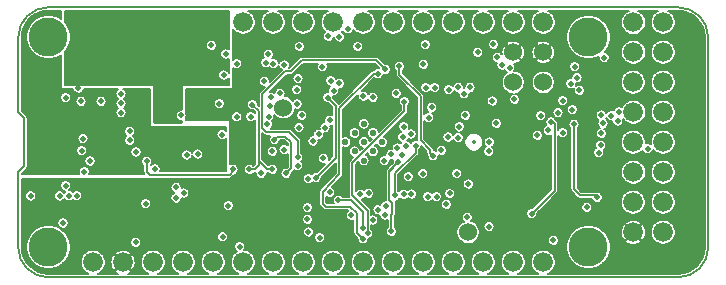
<source format=gbr>
%TF.GenerationSoftware,KiCad,Pcbnew,5.1.5+dfsg1-2~bpo10+1*%
%TF.CreationDate,2020-05-07T19:08:02+02:00*%
%TF.ProjectId,quickfeather-board,71756963-6b66-4656-9174-6865722d626f,rev?*%
%TF.SameCoordinates,Original*%
%TF.FileFunction,Copper,L3,Inr*%
%TF.FilePolarity,Positive*%
%FSLAX46Y46*%
G04 Gerber Fmt 4.6, Leading zero omitted, Abs format (unit mm)*
G04 Created by KiCad (PCBNEW 5.1.5+dfsg1-2~bpo10+1) date 2020-05-07 19:08:02 commit f144a29*
%MOMM*%
%LPD*%
G04 APERTURE LIST*
%ADD10C,0.150000*%
%ADD11C,0.550000*%
%ADD12C,1.524000*%
%ADD13C,1.676400*%
%ADD14C,3.302000*%
%ADD15C,0.500000*%
%ADD16C,0.254000*%
%ADD17C,0.150000*%
%ADD18C,0.350000*%
%ADD19C,0.275000*%
G04 APERTURE END LIST*
D10*
X123101100Y-102463600D02*
X123609100Y-102971600D01*
X123609100Y-102971600D02*
X123609100Y-107035600D01*
X123609100Y-107035600D02*
X123101100Y-107543600D01*
X178981100Y-93573600D02*
G75*
G02X181521100Y-96113600I0J-2540000D01*
G01*
X181521100Y-113893600D02*
G75*
G02X178981100Y-116433600I-2540000J0D01*
G01*
X125641100Y-116433600D02*
X178981100Y-116433600D01*
X181521100Y-113893600D02*
X181521100Y-96113600D01*
X178981100Y-93573600D02*
X125641100Y-93573600D01*
X123101100Y-96113600D02*
G75*
G02X125641100Y-93573600I2540000J0D01*
G01*
X123101100Y-96113600D02*
X123101100Y-102463600D01*
X123101100Y-107543600D02*
X123101100Y-113893600D01*
X125641100Y-116433600D02*
G75*
G02X123101100Y-113893600I0J2540000D01*
G01*
D11*
X153915635Y-104990000D03*
X153137817Y-104212183D03*
X152360000Y-103434365D03*
X153137817Y-105767817D03*
X152360000Y-104990000D03*
X151582183Y-104212183D03*
X152360000Y-106545635D03*
X151582183Y-105767817D03*
X150804365Y-104990000D03*
D12*
X165011000Y-99923000D03*
X165011000Y-97383000D03*
X167551000Y-97383000D03*
X167551000Y-99923000D03*
D13*
X152311000Y-115163000D03*
X159931000Y-115163000D03*
X142151000Y-115163000D03*
X139611000Y-115163000D03*
X144691000Y-115163000D03*
X165011000Y-115163000D03*
X149771000Y-115163000D03*
X157391000Y-115163000D03*
X147231000Y-115163000D03*
X167551000Y-115163000D03*
X162471000Y-115163000D03*
X154851000Y-115163000D03*
X137061000Y-115163000D03*
X129441000Y-115163000D03*
X134521000Y-115163000D03*
X131981000Y-115163000D03*
X175171000Y-112623000D03*
X177711000Y-110083000D03*
X177711000Y-112623000D03*
X175171000Y-110083000D03*
X177711000Y-99923000D03*
X175195000Y-97383000D03*
X175195000Y-94857000D03*
X175171000Y-105003000D03*
X175171000Y-99923000D03*
X177711000Y-102463000D03*
X177711000Y-94843000D03*
X177711000Y-105003000D03*
X177711000Y-107543000D03*
X175195000Y-107543000D03*
X177711000Y-97383000D03*
X175195000Y-102463000D03*
D14*
X125655100Y-96089600D03*
X125655100Y-113869600D03*
X171375100Y-113869600D03*
X171375100Y-96089600D03*
D12*
X145550000Y-102070000D03*
X161196000Y-112624000D03*
D13*
X154851000Y-94843000D03*
X159931000Y-94843000D03*
X157391000Y-94843000D03*
X167551000Y-94843000D03*
X142151000Y-94843000D03*
X144691000Y-94843000D03*
X152311000Y-94843000D03*
X162471000Y-94843000D03*
X165011000Y-94843000D03*
X147231000Y-94843000D03*
X139611000Y-94843000D03*
X149771000Y-94843000D03*
D15*
X131800000Y-102500000D03*
X137100000Y-109290000D03*
X136470000Y-108800000D03*
X136470000Y-109710000D03*
X168400000Y-113300000D03*
X133900000Y-110200000D03*
X128580549Y-104689368D03*
X167350000Y-102750000D03*
X165120000Y-101360000D03*
X163250000Y-101500000D03*
X155100000Y-100850000D03*
X153570000Y-110720000D03*
X157397034Y-98401177D03*
X163592667Y-103407333D03*
X160454984Y-103670000D03*
X162945000Y-105760001D03*
X158918311Y-105678077D03*
X160960000Y-102710000D03*
X149350000Y-96020000D03*
X150300000Y-96080000D03*
X151030000Y-95400000D03*
X149566557Y-99776421D03*
X146670000Y-100560000D03*
X145259124Y-100850876D03*
X159646770Y-109337044D03*
X136880000Y-102710000D03*
X130110000Y-101540000D03*
X128420000Y-101530000D03*
X140400000Y-113010000D03*
X146710000Y-101760000D03*
X127120000Y-108680000D03*
X128690000Y-107480000D03*
X124165000Y-109540000D03*
X127120000Y-101220000D03*
X143950000Y-99840000D03*
X134680002Y-107270000D03*
X144500000Y-101200000D03*
X162970300Y-112151700D03*
X162990000Y-104980000D03*
X140356951Y-104344008D03*
X138300000Y-106000000D03*
X133060000Y-113475000D03*
X131800000Y-101700000D03*
X131800000Y-100900000D03*
X169211000Y-104193000D03*
X161111000Y-111343000D03*
X144606000Y-105755000D03*
X144205000Y-103463000D03*
X133070300Y-105826700D03*
X126900000Y-111826700D03*
X135100000Y-112910000D03*
X135800000Y-112910000D03*
X136500000Y-112910000D03*
X137200000Y-112910000D03*
X149425000Y-109950000D03*
X162900000Y-108100000D03*
X154150000Y-99650000D03*
X160287067Y-106035511D03*
X160240000Y-102980000D03*
X148840000Y-108420000D03*
X160120000Y-110110000D03*
X149172194Y-100424565D03*
X150920000Y-99320000D03*
X151760000Y-98810000D03*
X141670000Y-101140000D03*
X140500000Y-99310000D03*
X137800000Y-102370000D03*
X165440000Y-113270000D03*
X141681000Y-105953000D03*
X145401000Y-107018000D03*
X145401000Y-105013000D03*
X132550000Y-104075000D03*
X148620300Y-113076700D03*
X132550000Y-104825000D03*
X147680000Y-112590000D03*
X149820000Y-100620000D03*
X167050000Y-104405000D03*
X149470000Y-109240000D03*
X147670000Y-108090000D03*
X154150000Y-111150000D03*
X151295300Y-111176700D03*
X147595300Y-111526700D03*
X140895300Y-110360000D03*
X157780000Y-109600000D03*
X153120310Y-111585635D03*
X154214619Y-110402712D03*
X147595300Y-110526700D03*
X155750000Y-103685000D03*
X160350000Y-100350000D03*
X142781000Y-102823000D03*
X141600000Y-102850000D03*
X145614424Y-105614031D03*
X155650000Y-104550000D03*
X161350000Y-100350000D03*
X144381000Y-101903000D03*
X144801000Y-104775000D03*
X145781000Y-107628000D03*
X143671000Y-107628000D03*
X156350000Y-104300000D03*
X160850000Y-100900000D03*
X142930000Y-101815000D03*
X142671000Y-107300522D03*
X144621000Y-107300522D03*
X146770001Y-106970479D03*
X155360000Y-98570000D03*
X158220000Y-106149958D03*
X145625078Y-98456261D03*
X146910000Y-96890000D03*
X151840002Y-96890000D03*
X148850000Y-98600000D03*
X146791000Y-99603000D03*
X140160000Y-105120000D03*
X139300000Y-104500000D03*
X138981000Y-103873000D03*
X132790000Y-103290000D03*
X126130000Y-99450000D03*
X124050000Y-99440000D03*
X131300000Y-103200000D03*
X135800000Y-102700000D03*
X135800000Y-101200000D03*
X144696611Y-98354044D03*
X135800000Y-101900000D03*
X129210000Y-99440000D03*
X140030000Y-99940000D03*
X128200000Y-100400000D03*
X164060000Y-98450000D03*
X141610000Y-98344990D03*
X163650010Y-97810000D03*
X140140000Y-101730000D03*
X164710000Y-98670000D03*
X140670000Y-97530000D03*
X148560000Y-104310000D03*
X141290000Y-107300000D03*
X133990000Y-106620000D03*
X172461000Y-104243000D03*
X159545000Y-100560000D03*
X155920000Y-105290000D03*
X152695000Y-112690000D03*
X155800000Y-101550000D03*
X168211000Y-103293000D03*
X141850000Y-113830000D03*
X166570300Y-111051700D03*
X159350000Y-110250000D03*
X152763223Y-109325011D03*
X158520000Y-109600000D03*
X152060000Y-109390000D03*
X157570000Y-96730000D03*
X150280000Y-100020000D03*
X167970000Y-103980000D03*
X128490000Y-105710000D03*
X126620000Y-109540000D03*
X163342721Y-96705637D03*
X148060000Y-104900000D03*
X172461000Y-102693000D03*
X146870000Y-103750000D03*
X170160479Y-103492479D03*
X172116216Y-109654990D03*
X149080000Y-103750000D03*
X172411000Y-105243000D03*
X149480000Y-103150000D03*
X172261000Y-105893000D03*
X153140000Y-101180000D03*
X170011324Y-102245000D03*
X152311000Y-101093000D03*
X168811000Y-102493000D03*
X149310000Y-101210000D03*
X155740000Y-109410000D03*
X148311000Y-107983000D03*
X153560000Y-99180000D03*
X152295300Y-113176700D03*
X158100000Y-102050000D03*
X157600000Y-100364990D03*
X158361979Y-100364990D03*
X157864734Y-102914734D03*
X159500000Y-104555010D03*
X170411000Y-99543000D03*
X160350000Y-104600000D03*
X169886000Y-100043000D03*
X156750000Y-105275011D03*
X155000000Y-109500000D03*
X160220039Y-107644990D03*
X157364779Y-107644990D03*
X170211000Y-98593000D03*
X172611000Y-103393000D03*
X173311528Y-102742472D03*
X155210000Y-105480000D03*
X147100000Y-102725000D03*
X139450000Y-96800000D03*
X144320000Y-102820000D03*
X155555010Y-106108473D03*
X170611000Y-100593000D03*
X154670000Y-106030000D03*
X144054990Y-98250000D03*
X144280000Y-97550000D03*
X154086992Y-106564063D03*
X150200000Y-109900000D03*
X171250000Y-110500000D03*
X152270300Y-112226700D03*
X148944135Y-106355865D03*
X156394472Y-109374472D03*
X146770000Y-106260000D03*
X154200000Y-98830000D03*
X169210019Y-101468283D03*
X162010000Y-97390000D03*
X161200000Y-108530000D03*
X156124479Y-107925521D03*
X173861000Y-103193000D03*
X173961000Y-102443000D03*
X176411000Y-105543000D03*
X172711000Y-97843000D03*
X137365000Y-106070000D03*
X127395300Y-109526700D03*
X129180000Y-106580000D03*
X128045300Y-109526700D03*
X155270000Y-106695000D03*
X154680000Y-112540000D03*
D10*
X146221000Y-107188000D02*
X145781000Y-107628000D01*
X146221000Y-105013000D02*
X146221000Y-107188000D01*
X145733001Y-104525001D02*
X146221000Y-105013000D01*
X144801000Y-104775000D02*
X145050999Y-104525001D01*
X145050999Y-104525001D02*
X145733001Y-104525001D01*
X143450000Y-102335000D02*
X142930000Y-101815000D01*
X143450000Y-106352000D02*
X143450000Y-102335000D01*
X143113478Y-107300522D02*
X142671000Y-107300522D01*
X143450000Y-106964000D02*
X143113478Y-107300522D01*
X143450000Y-106352000D02*
X143450000Y-106892000D01*
X144206522Y-107300522D02*
X144621000Y-107300522D01*
X143450000Y-106544000D02*
X143450000Y-106964000D01*
X143450000Y-106544000D02*
X144206522Y-107300522D01*
X143450000Y-106352000D02*
X143450000Y-106544000D01*
X157970001Y-105899959D02*
X158220000Y-106149958D01*
X157174999Y-104834999D02*
X157970001Y-105630001D01*
X157174999Y-101094999D02*
X157174999Y-104834999D01*
X155360000Y-99280000D02*
X157174999Y-101094999D01*
X155360000Y-98570000D02*
X155360000Y-99280000D01*
X157970001Y-105630001D02*
X157970001Y-105899959D01*
X140995300Y-107751700D02*
X141290000Y-107457000D01*
X141290000Y-107457000D02*
X141290000Y-107300000D01*
X133990000Y-106620000D02*
X133990000Y-107496400D01*
X134245300Y-107751700D02*
X140995300Y-107751700D01*
X133990000Y-107496400D02*
X134245300Y-107751700D01*
X168519999Y-103419999D02*
X168270000Y-103170000D01*
X168520300Y-109101700D02*
X168520300Y-108151700D01*
X166570300Y-111051700D02*
X168520300Y-109101700D01*
X168520300Y-108151700D02*
X168519999Y-103419999D01*
X151370300Y-106795333D02*
X155800000Y-102365633D01*
X151370300Y-109476700D02*
X151370300Y-106795333D01*
X152695300Y-112689700D02*
X152695300Y-110801700D01*
X152695000Y-112690000D02*
X152695300Y-112689700D01*
X155800000Y-102365633D02*
X155800000Y-101550000D01*
X152695300Y-110801700D02*
X151370300Y-109476700D01*
X148080000Y-104860000D02*
X148080000Y-104940000D01*
X170160479Y-103492479D02*
X170160479Y-108992479D01*
X170160479Y-108992479D02*
X170661000Y-109493000D01*
X170661000Y-109493000D02*
X171954226Y-109493000D01*
X171954226Y-109493000D02*
X172116216Y-109654990D01*
X149310000Y-101210000D02*
X149990000Y-101890000D01*
X149991000Y-106303000D02*
X149991000Y-106073000D01*
X148311000Y-107983000D02*
X149991000Y-106303000D01*
X149990000Y-101890000D02*
X149991000Y-106073000D01*
X153220000Y-99180000D02*
X153560000Y-99180000D01*
X150290000Y-102110000D02*
X153220000Y-99180000D01*
X150290000Y-107715134D02*
X150290000Y-102110000D01*
X152295300Y-113176700D02*
X151770300Y-112651700D01*
X151770300Y-111022698D02*
X151224302Y-110476700D01*
X151770300Y-112651700D02*
X151770300Y-111022698D01*
X151224302Y-110476700D02*
X149145300Y-110476700D01*
X148870300Y-110201700D02*
X148870300Y-109201700D01*
X149145300Y-110476700D02*
X148870300Y-110201700D01*
X148870300Y-109201700D02*
X150290000Y-107715134D01*
X156750000Y-105890000D02*
X156750000Y-105628564D01*
X155000000Y-109500000D02*
X155000000Y-107640000D01*
X155000000Y-107640000D02*
X156750000Y-105890000D01*
X156750000Y-105628564D02*
X156750000Y-105275011D01*
X152270300Y-112226700D02*
X152270300Y-110901700D01*
X151268600Y-109900000D02*
X150200000Y-109900000D01*
X152270300Y-110901700D02*
X151268600Y-109900000D01*
X146770000Y-105906447D02*
X146770000Y-106260000D01*
X146052002Y-104143000D02*
X146770000Y-104860998D01*
X146770000Y-104860998D02*
X146770000Y-105906447D01*
X144121000Y-104143000D02*
X146052002Y-104143000D01*
X143780000Y-103802000D02*
X144121000Y-104143000D01*
X143780000Y-100940000D02*
X143780000Y-103802000D01*
X153420000Y-98050000D02*
X147100000Y-98050000D01*
X145730000Y-98990000D02*
X143780000Y-100940000D01*
X154200000Y-98830000D02*
X153420000Y-98050000D01*
X146160000Y-98990000D02*
X145730000Y-98990000D01*
X147100000Y-98050000D02*
X146160000Y-98990000D01*
X155270000Y-106695000D02*
X154550000Y-107415000D01*
X154770000Y-112450000D02*
X154680000Y-112540000D01*
X154520000Y-107445000D02*
X154520000Y-109860000D01*
X154520000Y-109860000D02*
X154790000Y-110130000D01*
X155270000Y-106695000D02*
X154520000Y-107445000D01*
X154680000Y-111150000D02*
X154680000Y-112540000D01*
X154790000Y-110130000D02*
X154790000Y-111040000D01*
X154790000Y-111040000D02*
X154680000Y-111150000D01*
G36*
X140925000Y-97129108D02*
G01*
X140894997Y-97109061D01*
X140808552Y-97073254D01*
X140716783Y-97055000D01*
X140623217Y-97055000D01*
X140531448Y-97073254D01*
X140445003Y-97109061D01*
X140367205Y-97161044D01*
X140301044Y-97227205D01*
X140249061Y-97305003D01*
X140213254Y-97391448D01*
X140195000Y-97483217D01*
X140195000Y-97576783D01*
X140213254Y-97668552D01*
X140249061Y-97754997D01*
X140301044Y-97832795D01*
X140367205Y-97898956D01*
X140445003Y-97950939D01*
X140531448Y-97986746D01*
X140623217Y-98005000D01*
X140716783Y-98005000D01*
X140808552Y-97986746D01*
X140894997Y-97950939D01*
X140925000Y-97930892D01*
X140925000Y-99094807D01*
X140920939Y-99085003D01*
X140868956Y-99007205D01*
X140802795Y-98941044D01*
X140724997Y-98889061D01*
X140638552Y-98853254D01*
X140546783Y-98835000D01*
X140453217Y-98835000D01*
X140361448Y-98853254D01*
X140275003Y-98889061D01*
X140197205Y-98941044D01*
X140131044Y-99007205D01*
X140079061Y-99085003D01*
X140043254Y-99171448D01*
X140025000Y-99263217D01*
X140025000Y-99356783D01*
X140043254Y-99448552D01*
X140079061Y-99534997D01*
X140131044Y-99612795D01*
X140197205Y-99678956D01*
X140275003Y-99730939D01*
X140361448Y-99766746D01*
X140453217Y-99785000D01*
X140546783Y-99785000D01*
X140638552Y-99766746D01*
X140724997Y-99730939D01*
X140802795Y-99678956D01*
X140868956Y-99612795D01*
X140920939Y-99534997D01*
X140925000Y-99525193D01*
X140925000Y-100125000D01*
X127075000Y-100125000D01*
X127075000Y-97322764D01*
X127112284Y-97285480D01*
X127317589Y-96978219D01*
X127410788Y-96753217D01*
X138975000Y-96753217D01*
X138975000Y-96846783D01*
X138993254Y-96938552D01*
X139029061Y-97024997D01*
X139081044Y-97102795D01*
X139147205Y-97168956D01*
X139225003Y-97220939D01*
X139311448Y-97256746D01*
X139403217Y-97275000D01*
X139496783Y-97275000D01*
X139588552Y-97256746D01*
X139674997Y-97220939D01*
X139752795Y-97168956D01*
X139818956Y-97102795D01*
X139870939Y-97024997D01*
X139906746Y-96938552D01*
X139925000Y-96846783D01*
X139925000Y-96753217D01*
X139906746Y-96661448D01*
X139870939Y-96575003D01*
X139818956Y-96497205D01*
X139752795Y-96431044D01*
X139674997Y-96379061D01*
X139588552Y-96343254D01*
X139496783Y-96325000D01*
X139403217Y-96325000D01*
X139311448Y-96343254D01*
X139225003Y-96379061D01*
X139147205Y-96431044D01*
X139081044Y-96497205D01*
X139029061Y-96575003D01*
X138993254Y-96661448D01*
X138975000Y-96753217D01*
X127410788Y-96753217D01*
X127459006Y-96636809D01*
X127531100Y-96274370D01*
X127531100Y-95904830D01*
X127459006Y-95542391D01*
X127317589Y-95200981D01*
X127112284Y-94893720D01*
X127075000Y-94856436D01*
X127075000Y-93873600D01*
X140925000Y-93873600D01*
X140925000Y-97129108D01*
G37*
X140925000Y-97129108D02*
X140894997Y-97109061D01*
X140808552Y-97073254D01*
X140716783Y-97055000D01*
X140623217Y-97055000D01*
X140531448Y-97073254D01*
X140445003Y-97109061D01*
X140367205Y-97161044D01*
X140301044Y-97227205D01*
X140249061Y-97305003D01*
X140213254Y-97391448D01*
X140195000Y-97483217D01*
X140195000Y-97576783D01*
X140213254Y-97668552D01*
X140249061Y-97754997D01*
X140301044Y-97832795D01*
X140367205Y-97898956D01*
X140445003Y-97950939D01*
X140531448Y-97986746D01*
X140623217Y-98005000D01*
X140716783Y-98005000D01*
X140808552Y-97986746D01*
X140894997Y-97950939D01*
X140925000Y-97930892D01*
X140925000Y-99094807D01*
X140920939Y-99085003D01*
X140868956Y-99007205D01*
X140802795Y-98941044D01*
X140724997Y-98889061D01*
X140638552Y-98853254D01*
X140546783Y-98835000D01*
X140453217Y-98835000D01*
X140361448Y-98853254D01*
X140275003Y-98889061D01*
X140197205Y-98941044D01*
X140131044Y-99007205D01*
X140079061Y-99085003D01*
X140043254Y-99171448D01*
X140025000Y-99263217D01*
X140025000Y-99356783D01*
X140043254Y-99448552D01*
X140079061Y-99534997D01*
X140131044Y-99612795D01*
X140197205Y-99678956D01*
X140275003Y-99730939D01*
X140361448Y-99766746D01*
X140453217Y-99785000D01*
X140546783Y-99785000D01*
X140638552Y-99766746D01*
X140724997Y-99730939D01*
X140802795Y-99678956D01*
X140868956Y-99612795D01*
X140920939Y-99534997D01*
X140925000Y-99525193D01*
X140925000Y-100125000D01*
X127075000Y-100125000D01*
X127075000Y-97322764D01*
X127112284Y-97285480D01*
X127317589Y-96978219D01*
X127410788Y-96753217D01*
X138975000Y-96753217D01*
X138975000Y-96846783D01*
X138993254Y-96938552D01*
X139029061Y-97024997D01*
X139081044Y-97102795D01*
X139147205Y-97168956D01*
X139225003Y-97220939D01*
X139311448Y-97256746D01*
X139403217Y-97275000D01*
X139496783Y-97275000D01*
X139588552Y-97256746D01*
X139674997Y-97220939D01*
X139752795Y-97168956D01*
X139818956Y-97102795D01*
X139870939Y-97024997D01*
X139906746Y-96938552D01*
X139925000Y-96846783D01*
X139925000Y-96753217D01*
X139906746Y-96661448D01*
X139870939Y-96575003D01*
X139818956Y-96497205D01*
X139752795Y-96431044D01*
X139674997Y-96379061D01*
X139588552Y-96343254D01*
X139496783Y-96325000D01*
X139403217Y-96325000D01*
X139311448Y-96343254D01*
X139225003Y-96379061D01*
X139147205Y-96431044D01*
X139081044Y-96497205D01*
X139029061Y-96575003D01*
X138993254Y-96661448D01*
X138975000Y-96753217D01*
X127410788Y-96753217D01*
X127459006Y-96636809D01*
X127531100Y-96274370D01*
X127531100Y-95904830D01*
X127459006Y-95542391D01*
X127317589Y-95200981D01*
X127112284Y-94893720D01*
X127075000Y-94856436D01*
X127075000Y-93873600D01*
X140925000Y-93873600D01*
X140925000Y-97129108D01*
G36*
X144187386Y-93900805D02*
G01*
X144013250Y-94017159D01*
X143865159Y-94165250D01*
X143748805Y-94339386D01*
X143668659Y-94532876D01*
X143627800Y-94738284D01*
X143627800Y-94947716D01*
X143668659Y-95153124D01*
X143748805Y-95346614D01*
X143865159Y-95520750D01*
X144013250Y-95668841D01*
X144187386Y-95785195D01*
X144380876Y-95865341D01*
X144586284Y-95906200D01*
X144795716Y-95906200D01*
X145001124Y-95865341D01*
X145194614Y-95785195D01*
X145368750Y-95668841D01*
X145516841Y-95520750D01*
X145633195Y-95346614D01*
X145713341Y-95153124D01*
X145754200Y-94947716D01*
X145754200Y-94738284D01*
X145713341Y-94532876D01*
X145633195Y-94339386D01*
X145516841Y-94165250D01*
X145368750Y-94017159D01*
X145194614Y-93900805D01*
X145128935Y-93873600D01*
X146793065Y-93873600D01*
X146727386Y-93900805D01*
X146553250Y-94017159D01*
X146405159Y-94165250D01*
X146288805Y-94339386D01*
X146208659Y-94532876D01*
X146167800Y-94738284D01*
X146167800Y-94947716D01*
X146208659Y-95153124D01*
X146288805Y-95346614D01*
X146405159Y-95520750D01*
X146553250Y-95668841D01*
X146727386Y-95785195D01*
X146920876Y-95865341D01*
X147126284Y-95906200D01*
X147335716Y-95906200D01*
X147541124Y-95865341D01*
X147734614Y-95785195D01*
X147908750Y-95668841D01*
X148056841Y-95520750D01*
X148173195Y-95346614D01*
X148253341Y-95153124D01*
X148294200Y-94947716D01*
X148294200Y-94738284D01*
X148253341Y-94532876D01*
X148173195Y-94339386D01*
X148056841Y-94165250D01*
X147908750Y-94017159D01*
X147734614Y-93900805D01*
X147668935Y-93873600D01*
X149333065Y-93873600D01*
X149267386Y-93900805D01*
X149093250Y-94017159D01*
X148945159Y-94165250D01*
X148828805Y-94339386D01*
X148748659Y-94532876D01*
X148707800Y-94738284D01*
X148707800Y-94947716D01*
X148748659Y-95153124D01*
X148828805Y-95346614D01*
X148945159Y-95520750D01*
X149064138Y-95639729D01*
X149047205Y-95651044D01*
X148981044Y-95717205D01*
X148929061Y-95795003D01*
X148893254Y-95881448D01*
X148875000Y-95973217D01*
X148875000Y-96066783D01*
X148893254Y-96158552D01*
X148929061Y-96244997D01*
X148981044Y-96322795D01*
X149047205Y-96388956D01*
X149125003Y-96440939D01*
X149211448Y-96476746D01*
X149303217Y-96495000D01*
X149396783Y-96495000D01*
X149488552Y-96476746D01*
X149574997Y-96440939D01*
X149652795Y-96388956D01*
X149718956Y-96322795D01*
X149770939Y-96244997D01*
X149806746Y-96158552D01*
X149825000Y-96066783D01*
X149825000Y-96126783D01*
X149843254Y-96218552D01*
X149879061Y-96304997D01*
X149931044Y-96382795D01*
X149997205Y-96448956D01*
X150075003Y-96500939D01*
X150161448Y-96536746D01*
X150253217Y-96555000D01*
X150346783Y-96555000D01*
X150438552Y-96536746D01*
X150524997Y-96500939D01*
X150602795Y-96448956D01*
X150668956Y-96382795D01*
X150720939Y-96304997D01*
X150756746Y-96218552D01*
X150775000Y-96126783D01*
X150775000Y-96033217D01*
X150756746Y-95941448D01*
X150720939Y-95855003D01*
X150668956Y-95777205D01*
X150602795Y-95711044D01*
X150524997Y-95659061D01*
X150477998Y-95639593D01*
X150574948Y-95542643D01*
X150609061Y-95624997D01*
X150661044Y-95702795D01*
X150727205Y-95768956D01*
X150805003Y-95820939D01*
X150891448Y-95856746D01*
X150983217Y-95875000D01*
X151076783Y-95875000D01*
X151168552Y-95856746D01*
X151254997Y-95820939D01*
X151332795Y-95768956D01*
X151398956Y-95702795D01*
X151450939Y-95624997D01*
X151486746Y-95538552D01*
X151489436Y-95525027D01*
X151633250Y-95668841D01*
X151807386Y-95785195D01*
X152000876Y-95865341D01*
X152206284Y-95906200D01*
X152415716Y-95906200D01*
X152621124Y-95865341D01*
X152814614Y-95785195D01*
X152988750Y-95668841D01*
X153136841Y-95520750D01*
X153253195Y-95346614D01*
X153333341Y-95153124D01*
X153374200Y-94947716D01*
X153374200Y-94738284D01*
X153333341Y-94532876D01*
X153253195Y-94339386D01*
X153136841Y-94165250D01*
X152988750Y-94017159D01*
X152814614Y-93900805D01*
X152748935Y-93873600D01*
X154413065Y-93873600D01*
X154347386Y-93900805D01*
X154173250Y-94017159D01*
X154025159Y-94165250D01*
X153908805Y-94339386D01*
X153828659Y-94532876D01*
X153787800Y-94738284D01*
X153787800Y-94947716D01*
X153828659Y-95153124D01*
X153908805Y-95346614D01*
X154025159Y-95520750D01*
X154173250Y-95668841D01*
X154347386Y-95785195D01*
X154540876Y-95865341D01*
X154746284Y-95906200D01*
X154955716Y-95906200D01*
X155161124Y-95865341D01*
X155354614Y-95785195D01*
X155528750Y-95668841D01*
X155676841Y-95520750D01*
X155793195Y-95346614D01*
X155873341Y-95153124D01*
X155914200Y-94947716D01*
X155914200Y-94738284D01*
X155873341Y-94532876D01*
X155793195Y-94339386D01*
X155676841Y-94165250D01*
X155528750Y-94017159D01*
X155354614Y-93900805D01*
X155288935Y-93873600D01*
X156953065Y-93873600D01*
X156887386Y-93900805D01*
X156713250Y-94017159D01*
X156565159Y-94165250D01*
X156448805Y-94339386D01*
X156368659Y-94532876D01*
X156327800Y-94738284D01*
X156327800Y-94947716D01*
X156368659Y-95153124D01*
X156448805Y-95346614D01*
X156565159Y-95520750D01*
X156713250Y-95668841D01*
X156887386Y-95785195D01*
X157080876Y-95865341D01*
X157286284Y-95906200D01*
X157495716Y-95906200D01*
X157701124Y-95865341D01*
X157894614Y-95785195D01*
X158068750Y-95668841D01*
X158216841Y-95520750D01*
X158333195Y-95346614D01*
X158413341Y-95153124D01*
X158454200Y-94947716D01*
X158454200Y-94738284D01*
X158413341Y-94532876D01*
X158333195Y-94339386D01*
X158216841Y-94165250D01*
X158068750Y-94017159D01*
X157894614Y-93900805D01*
X157828935Y-93873600D01*
X159493065Y-93873600D01*
X159427386Y-93900805D01*
X159253250Y-94017159D01*
X159105159Y-94165250D01*
X158988805Y-94339386D01*
X158908659Y-94532876D01*
X158867800Y-94738284D01*
X158867800Y-94947716D01*
X158908659Y-95153124D01*
X158988805Y-95346614D01*
X159105159Y-95520750D01*
X159253250Y-95668841D01*
X159427386Y-95785195D01*
X159620876Y-95865341D01*
X159826284Y-95906200D01*
X160035716Y-95906200D01*
X160241124Y-95865341D01*
X160434614Y-95785195D01*
X160608750Y-95668841D01*
X160756841Y-95520750D01*
X160873195Y-95346614D01*
X160953341Y-95153124D01*
X160994200Y-94947716D01*
X160994200Y-94738284D01*
X160953341Y-94532876D01*
X160873195Y-94339386D01*
X160756841Y-94165250D01*
X160608750Y-94017159D01*
X160434614Y-93900805D01*
X160368935Y-93873600D01*
X162033065Y-93873600D01*
X161967386Y-93900805D01*
X161793250Y-94017159D01*
X161645159Y-94165250D01*
X161528805Y-94339386D01*
X161448659Y-94532876D01*
X161407800Y-94738284D01*
X161407800Y-94947716D01*
X161448659Y-95153124D01*
X161528805Y-95346614D01*
X161645159Y-95520750D01*
X161793250Y-95668841D01*
X161967386Y-95785195D01*
X162160876Y-95865341D01*
X162366284Y-95906200D01*
X162575716Y-95906200D01*
X162781124Y-95865341D01*
X162974614Y-95785195D01*
X163148750Y-95668841D01*
X163296841Y-95520750D01*
X163413195Y-95346614D01*
X163493341Y-95153124D01*
X163534200Y-94947716D01*
X163534200Y-94738284D01*
X163493341Y-94532876D01*
X163413195Y-94339386D01*
X163296841Y-94165250D01*
X163148750Y-94017159D01*
X162974614Y-93900805D01*
X162908935Y-93873600D01*
X164573065Y-93873600D01*
X164507386Y-93900805D01*
X164333250Y-94017159D01*
X164185159Y-94165250D01*
X164068805Y-94339386D01*
X163988659Y-94532876D01*
X163947800Y-94738284D01*
X163947800Y-94947716D01*
X163988659Y-95153124D01*
X164068805Y-95346614D01*
X164185159Y-95520750D01*
X164333250Y-95668841D01*
X164507386Y-95785195D01*
X164700876Y-95865341D01*
X164906284Y-95906200D01*
X165115716Y-95906200D01*
X165321124Y-95865341D01*
X165514614Y-95785195D01*
X165688750Y-95668841D01*
X165836841Y-95520750D01*
X165953195Y-95346614D01*
X166033341Y-95153124D01*
X166074200Y-94947716D01*
X166074200Y-94738284D01*
X166033341Y-94532876D01*
X165953195Y-94339386D01*
X165836841Y-94165250D01*
X165688750Y-94017159D01*
X165514614Y-93900805D01*
X165448935Y-93873600D01*
X167113065Y-93873600D01*
X167047386Y-93900805D01*
X166873250Y-94017159D01*
X166725159Y-94165250D01*
X166608805Y-94339386D01*
X166528659Y-94532876D01*
X166487800Y-94738284D01*
X166487800Y-94947716D01*
X166528659Y-95153124D01*
X166608805Y-95346614D01*
X166725159Y-95520750D01*
X166873250Y-95668841D01*
X167047386Y-95785195D01*
X167240876Y-95865341D01*
X167446284Y-95906200D01*
X167655716Y-95906200D01*
X167662603Y-95904830D01*
X169499100Y-95904830D01*
X169499100Y-96274370D01*
X169571194Y-96636809D01*
X169712611Y-96978219D01*
X169917916Y-97285480D01*
X170179220Y-97546784D01*
X170486481Y-97752089D01*
X170827891Y-97893506D01*
X171190330Y-97965600D01*
X171559870Y-97965600D01*
X171922309Y-97893506D01*
X172243077Y-97760639D01*
X172236000Y-97796217D01*
X172236000Y-97889783D01*
X172254254Y-97981552D01*
X172290061Y-98067997D01*
X172342044Y-98145795D01*
X172408205Y-98211956D01*
X172486003Y-98263939D01*
X172572448Y-98299746D01*
X172664217Y-98318000D01*
X172757783Y-98318000D01*
X172849552Y-98299746D01*
X172935997Y-98263939D01*
X173013795Y-98211956D01*
X173079956Y-98145795D01*
X173131939Y-98067997D01*
X173167746Y-97981552D01*
X173186000Y-97889783D01*
X173186000Y-97796217D01*
X173167746Y-97704448D01*
X173131939Y-97618003D01*
X173079956Y-97540205D01*
X173013795Y-97474044D01*
X172935997Y-97422061D01*
X172849552Y-97386254D01*
X172757783Y-97368000D01*
X172749764Y-97368000D01*
X172832284Y-97285480D01*
X172837092Y-97278284D01*
X174131800Y-97278284D01*
X174131800Y-97487716D01*
X174172659Y-97693124D01*
X174252805Y-97886614D01*
X174369159Y-98060750D01*
X174517250Y-98208841D01*
X174691386Y-98325195D01*
X174884876Y-98405341D01*
X175090284Y-98446200D01*
X175299716Y-98446200D01*
X175505124Y-98405341D01*
X175698614Y-98325195D01*
X175872750Y-98208841D01*
X176020841Y-98060750D01*
X176137195Y-97886614D01*
X176217341Y-97693124D01*
X176258200Y-97487716D01*
X176258200Y-97278284D01*
X176647800Y-97278284D01*
X176647800Y-97487716D01*
X176688659Y-97693124D01*
X176768805Y-97886614D01*
X176885159Y-98060750D01*
X177033250Y-98208841D01*
X177207386Y-98325195D01*
X177400876Y-98405341D01*
X177606284Y-98446200D01*
X177815716Y-98446200D01*
X178021124Y-98405341D01*
X178214614Y-98325195D01*
X178388750Y-98208841D01*
X178536841Y-98060750D01*
X178653195Y-97886614D01*
X178733341Y-97693124D01*
X178774200Y-97487716D01*
X178774200Y-97278284D01*
X178733341Y-97072876D01*
X178653195Y-96879386D01*
X178536841Y-96705250D01*
X178388750Y-96557159D01*
X178214614Y-96440805D01*
X178021124Y-96360659D01*
X177815716Y-96319800D01*
X177606284Y-96319800D01*
X177400876Y-96360659D01*
X177207386Y-96440805D01*
X177033250Y-96557159D01*
X176885159Y-96705250D01*
X176768805Y-96879386D01*
X176688659Y-97072876D01*
X176647800Y-97278284D01*
X176258200Y-97278284D01*
X176217341Y-97072876D01*
X176137195Y-96879386D01*
X176020841Y-96705250D01*
X175872750Y-96557159D01*
X175698614Y-96440805D01*
X175505124Y-96360659D01*
X175299716Y-96319800D01*
X175090284Y-96319800D01*
X174884876Y-96360659D01*
X174691386Y-96440805D01*
X174517250Y-96557159D01*
X174369159Y-96705250D01*
X174252805Y-96879386D01*
X174172659Y-97072876D01*
X174131800Y-97278284D01*
X172837092Y-97278284D01*
X173037589Y-96978219D01*
X173179006Y-96636809D01*
X173251100Y-96274370D01*
X173251100Y-95904830D01*
X173179006Y-95542391D01*
X173037589Y-95200981D01*
X172832284Y-94893720D01*
X172570980Y-94632416D01*
X172263719Y-94427111D01*
X171922309Y-94285694D01*
X171559870Y-94213600D01*
X171190330Y-94213600D01*
X170827891Y-94285694D01*
X170486481Y-94427111D01*
X170179220Y-94632416D01*
X169917916Y-94893720D01*
X169712611Y-95200981D01*
X169571194Y-95542391D01*
X169499100Y-95904830D01*
X167662603Y-95904830D01*
X167861124Y-95865341D01*
X168054614Y-95785195D01*
X168228750Y-95668841D01*
X168376841Y-95520750D01*
X168493195Y-95346614D01*
X168573341Y-95153124D01*
X168614200Y-94947716D01*
X168614200Y-94738284D01*
X168573341Y-94532876D01*
X168493195Y-94339386D01*
X168376841Y-94165250D01*
X168228750Y-94017159D01*
X168054614Y-93900805D01*
X167988935Y-93873600D01*
X174790864Y-93873600D01*
X174691386Y-93914805D01*
X174517250Y-94031159D01*
X174369159Y-94179250D01*
X174252805Y-94353386D01*
X174172659Y-94546876D01*
X174131800Y-94752284D01*
X174131800Y-94961716D01*
X174172659Y-95167124D01*
X174252805Y-95360614D01*
X174369159Y-95534750D01*
X174517250Y-95682841D01*
X174691386Y-95799195D01*
X174884876Y-95879341D01*
X175090284Y-95920200D01*
X175299716Y-95920200D01*
X175505124Y-95879341D01*
X175698614Y-95799195D01*
X175872750Y-95682841D01*
X176020841Y-95534750D01*
X176137195Y-95360614D01*
X176217341Y-95167124D01*
X176258200Y-94961716D01*
X176258200Y-94752284D01*
X176217341Y-94546876D01*
X176137195Y-94353386D01*
X176020841Y-94179250D01*
X175872750Y-94031159D01*
X175698614Y-93914805D01*
X175599136Y-93873600D01*
X177273065Y-93873600D01*
X177207386Y-93900805D01*
X177033250Y-94017159D01*
X176885159Y-94165250D01*
X176768805Y-94339386D01*
X176688659Y-94532876D01*
X176647800Y-94738284D01*
X176647800Y-94947716D01*
X176688659Y-95153124D01*
X176768805Y-95346614D01*
X176885159Y-95520750D01*
X177033250Y-95668841D01*
X177207386Y-95785195D01*
X177400876Y-95865341D01*
X177606284Y-95906200D01*
X177815716Y-95906200D01*
X178021124Y-95865341D01*
X178214614Y-95785195D01*
X178388750Y-95668841D01*
X178536841Y-95520750D01*
X178653195Y-95346614D01*
X178733341Y-95153124D01*
X178774200Y-94947716D01*
X178774200Y-94738284D01*
X178733341Y-94532876D01*
X178653195Y-94339386D01*
X178536841Y-94165250D01*
X178388750Y-94017159D01*
X178214614Y-93900805D01*
X178148935Y-93873600D01*
X178966430Y-93873600D01*
X179415904Y-93917671D01*
X179834152Y-94043948D01*
X180219902Y-94249055D01*
X180558469Y-94525185D01*
X180836950Y-94861811D01*
X181044747Y-95246123D01*
X181173938Y-95663471D01*
X181221093Y-96112120D01*
X181221101Y-96114363D01*
X181221100Y-113878930D01*
X181177029Y-114328403D01*
X181050752Y-114746652D01*
X180845647Y-115132400D01*
X180569518Y-115470967D01*
X180232889Y-115749450D01*
X179848578Y-115957246D01*
X179431229Y-116086438D01*
X178982580Y-116133593D01*
X178980623Y-116133600D01*
X167986038Y-116133600D01*
X168054614Y-116105195D01*
X168228750Y-115988841D01*
X168376841Y-115840750D01*
X168493195Y-115666614D01*
X168573341Y-115473124D01*
X168614200Y-115267716D01*
X168614200Y-115058284D01*
X168573341Y-114852876D01*
X168493195Y-114659386D01*
X168376841Y-114485250D01*
X168228750Y-114337159D01*
X168054614Y-114220805D01*
X167861124Y-114140659D01*
X167655716Y-114099800D01*
X167446284Y-114099800D01*
X167240876Y-114140659D01*
X167047386Y-114220805D01*
X166873250Y-114337159D01*
X166725159Y-114485250D01*
X166608805Y-114659386D01*
X166528659Y-114852876D01*
X166487800Y-115058284D01*
X166487800Y-115267716D01*
X166528659Y-115473124D01*
X166608805Y-115666614D01*
X166725159Y-115840750D01*
X166873250Y-115988841D01*
X167047386Y-116105195D01*
X167115962Y-116133600D01*
X165446038Y-116133600D01*
X165514614Y-116105195D01*
X165688750Y-115988841D01*
X165836841Y-115840750D01*
X165953195Y-115666614D01*
X166033341Y-115473124D01*
X166074200Y-115267716D01*
X166074200Y-115058284D01*
X166033341Y-114852876D01*
X165953195Y-114659386D01*
X165836841Y-114485250D01*
X165688750Y-114337159D01*
X165514614Y-114220805D01*
X165321124Y-114140659D01*
X165115716Y-114099800D01*
X164906284Y-114099800D01*
X164700876Y-114140659D01*
X164507386Y-114220805D01*
X164333250Y-114337159D01*
X164185159Y-114485250D01*
X164068805Y-114659386D01*
X163988659Y-114852876D01*
X163947800Y-115058284D01*
X163947800Y-115267716D01*
X163988659Y-115473124D01*
X164068805Y-115666614D01*
X164185159Y-115840750D01*
X164333250Y-115988841D01*
X164507386Y-116105195D01*
X164575962Y-116133600D01*
X162906038Y-116133600D01*
X162974614Y-116105195D01*
X163148750Y-115988841D01*
X163296841Y-115840750D01*
X163413195Y-115666614D01*
X163493341Y-115473124D01*
X163534200Y-115267716D01*
X163534200Y-115058284D01*
X163493341Y-114852876D01*
X163413195Y-114659386D01*
X163296841Y-114485250D01*
X163148750Y-114337159D01*
X162974614Y-114220805D01*
X162781124Y-114140659D01*
X162575716Y-114099800D01*
X162366284Y-114099800D01*
X162160876Y-114140659D01*
X161967386Y-114220805D01*
X161793250Y-114337159D01*
X161645159Y-114485250D01*
X161528805Y-114659386D01*
X161448659Y-114852876D01*
X161407800Y-115058284D01*
X161407800Y-115267716D01*
X161448659Y-115473124D01*
X161528805Y-115666614D01*
X161645159Y-115840750D01*
X161793250Y-115988841D01*
X161967386Y-116105195D01*
X162035962Y-116133600D01*
X160366038Y-116133600D01*
X160434614Y-116105195D01*
X160608750Y-115988841D01*
X160756841Y-115840750D01*
X160873195Y-115666614D01*
X160953341Y-115473124D01*
X160994200Y-115267716D01*
X160994200Y-115058284D01*
X160953341Y-114852876D01*
X160873195Y-114659386D01*
X160756841Y-114485250D01*
X160608750Y-114337159D01*
X160434614Y-114220805D01*
X160241124Y-114140659D01*
X160035716Y-114099800D01*
X159826284Y-114099800D01*
X159620876Y-114140659D01*
X159427386Y-114220805D01*
X159253250Y-114337159D01*
X159105159Y-114485250D01*
X158988805Y-114659386D01*
X158908659Y-114852876D01*
X158867800Y-115058284D01*
X158867800Y-115267716D01*
X158908659Y-115473124D01*
X158988805Y-115666614D01*
X159105159Y-115840750D01*
X159253250Y-115988841D01*
X159427386Y-116105195D01*
X159495962Y-116133600D01*
X157826038Y-116133600D01*
X157894614Y-116105195D01*
X158068750Y-115988841D01*
X158216841Y-115840750D01*
X158333195Y-115666614D01*
X158413341Y-115473124D01*
X158454200Y-115267716D01*
X158454200Y-115058284D01*
X158413341Y-114852876D01*
X158333195Y-114659386D01*
X158216841Y-114485250D01*
X158068750Y-114337159D01*
X157894614Y-114220805D01*
X157701124Y-114140659D01*
X157495716Y-114099800D01*
X157286284Y-114099800D01*
X157080876Y-114140659D01*
X156887386Y-114220805D01*
X156713250Y-114337159D01*
X156565159Y-114485250D01*
X156448805Y-114659386D01*
X156368659Y-114852876D01*
X156327800Y-115058284D01*
X156327800Y-115267716D01*
X156368659Y-115473124D01*
X156448805Y-115666614D01*
X156565159Y-115840750D01*
X156713250Y-115988841D01*
X156887386Y-116105195D01*
X156955962Y-116133600D01*
X155286038Y-116133600D01*
X155354614Y-116105195D01*
X155528750Y-115988841D01*
X155676841Y-115840750D01*
X155793195Y-115666614D01*
X155873341Y-115473124D01*
X155914200Y-115267716D01*
X155914200Y-115058284D01*
X155873341Y-114852876D01*
X155793195Y-114659386D01*
X155676841Y-114485250D01*
X155528750Y-114337159D01*
X155354614Y-114220805D01*
X155161124Y-114140659D01*
X154955716Y-114099800D01*
X154746284Y-114099800D01*
X154540876Y-114140659D01*
X154347386Y-114220805D01*
X154173250Y-114337159D01*
X154025159Y-114485250D01*
X153908805Y-114659386D01*
X153828659Y-114852876D01*
X153787800Y-115058284D01*
X153787800Y-115267716D01*
X153828659Y-115473124D01*
X153908805Y-115666614D01*
X154025159Y-115840750D01*
X154173250Y-115988841D01*
X154347386Y-116105195D01*
X154415962Y-116133600D01*
X152746038Y-116133600D01*
X152814614Y-116105195D01*
X152988750Y-115988841D01*
X153136841Y-115840750D01*
X153253195Y-115666614D01*
X153333341Y-115473124D01*
X153374200Y-115267716D01*
X153374200Y-115058284D01*
X153333341Y-114852876D01*
X153253195Y-114659386D01*
X153136841Y-114485250D01*
X152988750Y-114337159D01*
X152814614Y-114220805D01*
X152621124Y-114140659D01*
X152415716Y-114099800D01*
X152206284Y-114099800D01*
X152000876Y-114140659D01*
X151807386Y-114220805D01*
X151633250Y-114337159D01*
X151485159Y-114485250D01*
X151368805Y-114659386D01*
X151288659Y-114852876D01*
X151247800Y-115058284D01*
X151247800Y-115267716D01*
X151288659Y-115473124D01*
X151368805Y-115666614D01*
X151485159Y-115840750D01*
X151633250Y-115988841D01*
X151807386Y-116105195D01*
X151875962Y-116133600D01*
X150206038Y-116133600D01*
X150274614Y-116105195D01*
X150448750Y-115988841D01*
X150596841Y-115840750D01*
X150713195Y-115666614D01*
X150793341Y-115473124D01*
X150834200Y-115267716D01*
X150834200Y-115058284D01*
X150793341Y-114852876D01*
X150713195Y-114659386D01*
X150596841Y-114485250D01*
X150448750Y-114337159D01*
X150274614Y-114220805D01*
X150081124Y-114140659D01*
X149875716Y-114099800D01*
X149666284Y-114099800D01*
X149460876Y-114140659D01*
X149267386Y-114220805D01*
X149093250Y-114337159D01*
X148945159Y-114485250D01*
X148828805Y-114659386D01*
X148748659Y-114852876D01*
X148707800Y-115058284D01*
X148707800Y-115267716D01*
X148748659Y-115473124D01*
X148828805Y-115666614D01*
X148945159Y-115840750D01*
X149093250Y-115988841D01*
X149267386Y-116105195D01*
X149335962Y-116133600D01*
X147666038Y-116133600D01*
X147734614Y-116105195D01*
X147908750Y-115988841D01*
X148056841Y-115840750D01*
X148173195Y-115666614D01*
X148253341Y-115473124D01*
X148294200Y-115267716D01*
X148294200Y-115058284D01*
X148253341Y-114852876D01*
X148173195Y-114659386D01*
X148056841Y-114485250D01*
X147908750Y-114337159D01*
X147734614Y-114220805D01*
X147541124Y-114140659D01*
X147335716Y-114099800D01*
X147126284Y-114099800D01*
X146920876Y-114140659D01*
X146727386Y-114220805D01*
X146553250Y-114337159D01*
X146405159Y-114485250D01*
X146288805Y-114659386D01*
X146208659Y-114852876D01*
X146167800Y-115058284D01*
X146167800Y-115267716D01*
X146208659Y-115473124D01*
X146288805Y-115666614D01*
X146405159Y-115840750D01*
X146553250Y-115988841D01*
X146727386Y-116105195D01*
X146795962Y-116133600D01*
X145126038Y-116133600D01*
X145194614Y-116105195D01*
X145368750Y-115988841D01*
X145516841Y-115840750D01*
X145633195Y-115666614D01*
X145713341Y-115473124D01*
X145754200Y-115267716D01*
X145754200Y-115058284D01*
X145713341Y-114852876D01*
X145633195Y-114659386D01*
X145516841Y-114485250D01*
X145368750Y-114337159D01*
X145194614Y-114220805D01*
X145001124Y-114140659D01*
X144795716Y-114099800D01*
X144586284Y-114099800D01*
X144380876Y-114140659D01*
X144187386Y-114220805D01*
X144013250Y-114337159D01*
X143865159Y-114485250D01*
X143748805Y-114659386D01*
X143668659Y-114852876D01*
X143627800Y-115058284D01*
X143627800Y-115267716D01*
X143668659Y-115473124D01*
X143748805Y-115666614D01*
X143865159Y-115840750D01*
X144013250Y-115988841D01*
X144187386Y-116105195D01*
X144255962Y-116133600D01*
X142586038Y-116133600D01*
X142654614Y-116105195D01*
X142828750Y-115988841D01*
X142976841Y-115840750D01*
X143093195Y-115666614D01*
X143173341Y-115473124D01*
X143214200Y-115267716D01*
X143214200Y-115058284D01*
X143173341Y-114852876D01*
X143093195Y-114659386D01*
X142976841Y-114485250D01*
X142828750Y-114337159D01*
X142654614Y-114220805D01*
X142461124Y-114140659D01*
X142255716Y-114099800D01*
X142241003Y-114099800D01*
X142270939Y-114054997D01*
X142306746Y-113968552D01*
X142325000Y-113876783D01*
X142325000Y-113783217D01*
X142306746Y-113691448D01*
X142270939Y-113605003D01*
X142218956Y-113527205D01*
X142152795Y-113461044D01*
X142074997Y-113409061D01*
X141988552Y-113373254D01*
X141896783Y-113355000D01*
X141803217Y-113355000D01*
X141711448Y-113373254D01*
X141625003Y-113409061D01*
X141547205Y-113461044D01*
X141481044Y-113527205D01*
X141429061Y-113605003D01*
X141393254Y-113691448D01*
X141375000Y-113783217D01*
X141375000Y-113876783D01*
X141393254Y-113968552D01*
X141429061Y-114054997D01*
X141481044Y-114132795D01*
X141547205Y-114198956D01*
X141613645Y-114243350D01*
X141473250Y-114337159D01*
X141325159Y-114485250D01*
X141208805Y-114659386D01*
X141128659Y-114852876D01*
X141087800Y-115058284D01*
X141087800Y-115267716D01*
X141128659Y-115473124D01*
X141208805Y-115666614D01*
X141325159Y-115840750D01*
X141473250Y-115988841D01*
X141647386Y-116105195D01*
X141715962Y-116133600D01*
X140046038Y-116133600D01*
X140114614Y-116105195D01*
X140288750Y-115988841D01*
X140436841Y-115840750D01*
X140553195Y-115666614D01*
X140633341Y-115473124D01*
X140674200Y-115267716D01*
X140674200Y-115058284D01*
X140633341Y-114852876D01*
X140553195Y-114659386D01*
X140436841Y-114485250D01*
X140288750Y-114337159D01*
X140114614Y-114220805D01*
X139921124Y-114140659D01*
X139715716Y-114099800D01*
X139506284Y-114099800D01*
X139300876Y-114140659D01*
X139107386Y-114220805D01*
X138933250Y-114337159D01*
X138785159Y-114485250D01*
X138668805Y-114659386D01*
X138588659Y-114852876D01*
X138547800Y-115058284D01*
X138547800Y-115267716D01*
X138588659Y-115473124D01*
X138668805Y-115666614D01*
X138785159Y-115840750D01*
X138933250Y-115988841D01*
X139107386Y-116105195D01*
X139175962Y-116133600D01*
X137496038Y-116133600D01*
X137564614Y-116105195D01*
X137738750Y-115988841D01*
X137886841Y-115840750D01*
X138003195Y-115666614D01*
X138083341Y-115473124D01*
X138124200Y-115267716D01*
X138124200Y-115058284D01*
X138083341Y-114852876D01*
X138003195Y-114659386D01*
X137886841Y-114485250D01*
X137738750Y-114337159D01*
X137564614Y-114220805D01*
X137371124Y-114140659D01*
X137165716Y-114099800D01*
X136956284Y-114099800D01*
X136750876Y-114140659D01*
X136557386Y-114220805D01*
X136383250Y-114337159D01*
X136235159Y-114485250D01*
X136118805Y-114659386D01*
X136038659Y-114852876D01*
X135997800Y-115058284D01*
X135997800Y-115267716D01*
X136038659Y-115473124D01*
X136118805Y-115666614D01*
X136235159Y-115840750D01*
X136383250Y-115988841D01*
X136557386Y-116105195D01*
X136625962Y-116133600D01*
X134956038Y-116133600D01*
X135024614Y-116105195D01*
X135198750Y-115988841D01*
X135346841Y-115840750D01*
X135463195Y-115666614D01*
X135543341Y-115473124D01*
X135584200Y-115267716D01*
X135584200Y-115058284D01*
X135543341Y-114852876D01*
X135463195Y-114659386D01*
X135346841Y-114485250D01*
X135198750Y-114337159D01*
X135024614Y-114220805D01*
X134831124Y-114140659D01*
X134625716Y-114099800D01*
X134416284Y-114099800D01*
X134210876Y-114140659D01*
X134017386Y-114220805D01*
X133843250Y-114337159D01*
X133695159Y-114485250D01*
X133578805Y-114659386D01*
X133498659Y-114852876D01*
X133457800Y-115058284D01*
X133457800Y-115267716D01*
X133498659Y-115473124D01*
X133578805Y-115666614D01*
X133695159Y-115840750D01*
X133843250Y-115988841D01*
X134017386Y-116105195D01*
X134085962Y-116133600D01*
X132418428Y-116133600D01*
X132560371Y-116060601D01*
X132588560Y-116041766D01*
X132678762Y-115896118D01*
X131981000Y-115198355D01*
X131283238Y-115896118D01*
X131373440Y-116041766D01*
X131538880Y-116133600D01*
X129876038Y-116133600D01*
X129944614Y-116105195D01*
X130118750Y-115988841D01*
X130266841Y-115840750D01*
X130383195Y-115666614D01*
X130463341Y-115473124D01*
X130504200Y-115267716D01*
X130504200Y-115146049D01*
X130912790Y-115146049D01*
X130930009Y-115354772D01*
X130987616Y-115556125D01*
X131083399Y-115742371D01*
X131102234Y-115770560D01*
X131247882Y-115860762D01*
X131945645Y-115163000D01*
X132016355Y-115163000D01*
X132714118Y-115860762D01*
X132859766Y-115770560D01*
X132961410Y-115587447D01*
X133025378Y-115388023D01*
X133049210Y-115179951D01*
X133031991Y-114971228D01*
X132974384Y-114769875D01*
X132878601Y-114583629D01*
X132859766Y-114555440D01*
X132714118Y-114465238D01*
X132016355Y-115163000D01*
X131945645Y-115163000D01*
X131247882Y-114465238D01*
X131102234Y-114555440D01*
X131000590Y-114738553D01*
X130936622Y-114937977D01*
X130912790Y-115146049D01*
X130504200Y-115146049D01*
X130504200Y-115058284D01*
X130463341Y-114852876D01*
X130383195Y-114659386D01*
X130266841Y-114485250D01*
X130211473Y-114429882D01*
X131283238Y-114429882D01*
X131981000Y-115127645D01*
X132678762Y-114429882D01*
X132588560Y-114284234D01*
X132405447Y-114182590D01*
X132206023Y-114118622D01*
X131997951Y-114094790D01*
X131789228Y-114112009D01*
X131587875Y-114169616D01*
X131401629Y-114265399D01*
X131373440Y-114284234D01*
X131283238Y-114429882D01*
X130211473Y-114429882D01*
X130118750Y-114337159D01*
X129944614Y-114220805D01*
X129751124Y-114140659D01*
X129545716Y-114099800D01*
X129336284Y-114099800D01*
X129130876Y-114140659D01*
X128937386Y-114220805D01*
X128763250Y-114337159D01*
X128615159Y-114485250D01*
X128498805Y-114659386D01*
X128418659Y-114852876D01*
X128377800Y-115058284D01*
X128377800Y-115267716D01*
X128418659Y-115473124D01*
X128498805Y-115666614D01*
X128615159Y-115840750D01*
X128763250Y-115988841D01*
X128937386Y-116105195D01*
X129005962Y-116133600D01*
X125655770Y-116133600D01*
X125206297Y-116089529D01*
X124788048Y-115963252D01*
X124402300Y-115758147D01*
X124063733Y-115482018D01*
X123785250Y-115145389D01*
X123577454Y-114761078D01*
X123448262Y-114343729D01*
X123401107Y-113895080D01*
X123401100Y-113893123D01*
X123401100Y-113684830D01*
X123779100Y-113684830D01*
X123779100Y-114054370D01*
X123851194Y-114416809D01*
X123992611Y-114758219D01*
X124197916Y-115065480D01*
X124459220Y-115326784D01*
X124766481Y-115532089D01*
X125107891Y-115673506D01*
X125470330Y-115745600D01*
X125839870Y-115745600D01*
X126202309Y-115673506D01*
X126543719Y-115532089D01*
X126850980Y-115326784D01*
X127112284Y-115065480D01*
X127317589Y-114758219D01*
X127459006Y-114416809D01*
X127531100Y-114054370D01*
X127531100Y-113684830D01*
X127480057Y-113428217D01*
X132585000Y-113428217D01*
X132585000Y-113521783D01*
X132603254Y-113613552D01*
X132639061Y-113699997D01*
X132691044Y-113777795D01*
X132757205Y-113843956D01*
X132835003Y-113895939D01*
X132921448Y-113931746D01*
X133013217Y-113950000D01*
X133106783Y-113950000D01*
X133198552Y-113931746D01*
X133284997Y-113895939D01*
X133362795Y-113843956D01*
X133428956Y-113777795D01*
X133480939Y-113699997D01*
X133516746Y-113613552D01*
X133535000Y-113521783D01*
X133535000Y-113428217D01*
X133516746Y-113336448D01*
X133480939Y-113250003D01*
X133428956Y-113172205D01*
X133362795Y-113106044D01*
X133284997Y-113054061D01*
X133198552Y-113018254D01*
X133106783Y-113000000D01*
X133013217Y-113000000D01*
X132921448Y-113018254D01*
X132835003Y-113054061D01*
X132757205Y-113106044D01*
X132691044Y-113172205D01*
X132639061Y-113250003D01*
X132603254Y-113336448D01*
X132585000Y-113428217D01*
X127480057Y-113428217D01*
X127459006Y-113322391D01*
X127317589Y-112980981D01*
X127305720Y-112963217D01*
X139925000Y-112963217D01*
X139925000Y-113056783D01*
X139943254Y-113148552D01*
X139979061Y-113234997D01*
X140031044Y-113312795D01*
X140097205Y-113378956D01*
X140175003Y-113430939D01*
X140261448Y-113466746D01*
X140353217Y-113485000D01*
X140446783Y-113485000D01*
X140538552Y-113466746D01*
X140624997Y-113430939D01*
X140702795Y-113378956D01*
X140768956Y-113312795D01*
X140820939Y-113234997D01*
X140856746Y-113148552D01*
X140875000Y-113056783D01*
X140875000Y-112963217D01*
X140856746Y-112871448D01*
X140820939Y-112785003D01*
X140768956Y-112707205D01*
X140702795Y-112641044D01*
X140624997Y-112589061D01*
X140538552Y-112553254D01*
X140488093Y-112543217D01*
X147205000Y-112543217D01*
X147205000Y-112636783D01*
X147223254Y-112728552D01*
X147259061Y-112814997D01*
X147311044Y-112892795D01*
X147377205Y-112958956D01*
X147455003Y-113010939D01*
X147541448Y-113046746D01*
X147633217Y-113065000D01*
X147726783Y-113065000D01*
X147818552Y-113046746D01*
X147859180Y-113029917D01*
X148145300Y-113029917D01*
X148145300Y-113123483D01*
X148163554Y-113215252D01*
X148199361Y-113301697D01*
X148251344Y-113379495D01*
X148317505Y-113445656D01*
X148395303Y-113497639D01*
X148481748Y-113533446D01*
X148573517Y-113551700D01*
X148667083Y-113551700D01*
X148758852Y-113533446D01*
X148845297Y-113497639D01*
X148923095Y-113445656D01*
X148989256Y-113379495D01*
X149041239Y-113301697D01*
X149077046Y-113215252D01*
X149095300Y-113123483D01*
X149095300Y-113029917D01*
X149077046Y-112938148D01*
X149041239Y-112851703D01*
X148989256Y-112773905D01*
X148923095Y-112707744D01*
X148845297Y-112655761D01*
X148758852Y-112619954D01*
X148667083Y-112601700D01*
X148573517Y-112601700D01*
X148481748Y-112619954D01*
X148395303Y-112655761D01*
X148317505Y-112707744D01*
X148251344Y-112773905D01*
X148199361Y-112851703D01*
X148163554Y-112938148D01*
X148145300Y-113029917D01*
X147859180Y-113029917D01*
X147904997Y-113010939D01*
X147982795Y-112958956D01*
X148048956Y-112892795D01*
X148100939Y-112814997D01*
X148136746Y-112728552D01*
X148155000Y-112636783D01*
X148155000Y-112543217D01*
X148136746Y-112451448D01*
X148100939Y-112365003D01*
X148048956Y-112287205D01*
X147982795Y-112221044D01*
X147904997Y-112169061D01*
X147818552Y-112133254D01*
X147726783Y-112115000D01*
X147633217Y-112115000D01*
X147541448Y-112133254D01*
X147455003Y-112169061D01*
X147377205Y-112221044D01*
X147311044Y-112287205D01*
X147259061Y-112365003D01*
X147223254Y-112451448D01*
X147205000Y-112543217D01*
X140488093Y-112543217D01*
X140446783Y-112535000D01*
X140353217Y-112535000D01*
X140261448Y-112553254D01*
X140175003Y-112589061D01*
X140097205Y-112641044D01*
X140031044Y-112707205D01*
X139979061Y-112785003D01*
X139943254Y-112871448D01*
X139925000Y-112963217D01*
X127305720Y-112963217D01*
X127112284Y-112673720D01*
X126850980Y-112412416D01*
X126543719Y-112207111D01*
X126202309Y-112065694D01*
X125839870Y-111993600D01*
X125470330Y-111993600D01*
X125107891Y-112065694D01*
X124766481Y-112207111D01*
X124459220Y-112412416D01*
X124197916Y-112673720D01*
X123992611Y-112980981D01*
X123851194Y-113322391D01*
X123779100Y-113684830D01*
X123401100Y-113684830D01*
X123401100Y-111779917D01*
X126425000Y-111779917D01*
X126425000Y-111873483D01*
X126443254Y-111965252D01*
X126479061Y-112051697D01*
X126531044Y-112129495D01*
X126597205Y-112195656D01*
X126675003Y-112247639D01*
X126761448Y-112283446D01*
X126853217Y-112301700D01*
X126946783Y-112301700D01*
X127038552Y-112283446D01*
X127124997Y-112247639D01*
X127202795Y-112195656D01*
X127268956Y-112129495D01*
X127320939Y-112051697D01*
X127356746Y-111965252D01*
X127375000Y-111873483D01*
X127375000Y-111779917D01*
X127356746Y-111688148D01*
X127320939Y-111601703D01*
X127268956Y-111523905D01*
X127224968Y-111479917D01*
X147120300Y-111479917D01*
X147120300Y-111573483D01*
X147138554Y-111665252D01*
X147174361Y-111751697D01*
X147226344Y-111829495D01*
X147292505Y-111895656D01*
X147370303Y-111947639D01*
X147456748Y-111983446D01*
X147548517Y-112001700D01*
X147642083Y-112001700D01*
X147733852Y-111983446D01*
X147820297Y-111947639D01*
X147898095Y-111895656D01*
X147964256Y-111829495D01*
X148016239Y-111751697D01*
X148052046Y-111665252D01*
X148070300Y-111573483D01*
X148070300Y-111479917D01*
X148052046Y-111388148D01*
X148016239Y-111301703D01*
X147964256Y-111223905D01*
X147898095Y-111157744D01*
X147820297Y-111105761D01*
X147733852Y-111069954D01*
X147642083Y-111051700D01*
X147548517Y-111051700D01*
X147456748Y-111069954D01*
X147370303Y-111105761D01*
X147292505Y-111157744D01*
X147226344Y-111223905D01*
X147174361Y-111301703D01*
X147138554Y-111388148D01*
X147120300Y-111479917D01*
X127224968Y-111479917D01*
X127202795Y-111457744D01*
X127124997Y-111405761D01*
X127038552Y-111369954D01*
X126946783Y-111351700D01*
X126853217Y-111351700D01*
X126761448Y-111369954D01*
X126675003Y-111405761D01*
X126597205Y-111457744D01*
X126531044Y-111523905D01*
X126479061Y-111601703D01*
X126443254Y-111688148D01*
X126425000Y-111779917D01*
X123401100Y-111779917D01*
X123401100Y-110153217D01*
X133425000Y-110153217D01*
X133425000Y-110246783D01*
X133443254Y-110338552D01*
X133479061Y-110424997D01*
X133531044Y-110502795D01*
X133597205Y-110568956D01*
X133675003Y-110620939D01*
X133761448Y-110656746D01*
X133853217Y-110675000D01*
X133946783Y-110675000D01*
X134038552Y-110656746D01*
X134124997Y-110620939D01*
X134202795Y-110568956D01*
X134268956Y-110502795D01*
X134320939Y-110424997D01*
X134356746Y-110338552D01*
X134361785Y-110313217D01*
X140420300Y-110313217D01*
X140420300Y-110406783D01*
X140438554Y-110498552D01*
X140474361Y-110584997D01*
X140526344Y-110662795D01*
X140592505Y-110728956D01*
X140670303Y-110780939D01*
X140756748Y-110816746D01*
X140848517Y-110835000D01*
X140942083Y-110835000D01*
X141033852Y-110816746D01*
X141120297Y-110780939D01*
X141198095Y-110728956D01*
X141264256Y-110662795D01*
X141316239Y-110584997D01*
X141352046Y-110498552D01*
X141355752Y-110479917D01*
X147120300Y-110479917D01*
X147120300Y-110573483D01*
X147138554Y-110665252D01*
X147174361Y-110751697D01*
X147226344Y-110829495D01*
X147292505Y-110895656D01*
X147370303Y-110947639D01*
X147456748Y-110983446D01*
X147548517Y-111001700D01*
X147642083Y-111001700D01*
X147733852Y-110983446D01*
X147820297Y-110947639D01*
X147898095Y-110895656D01*
X147964256Y-110829495D01*
X148016239Y-110751697D01*
X148052046Y-110665252D01*
X148070300Y-110573483D01*
X148070300Y-110479917D01*
X148052046Y-110388148D01*
X148016239Y-110301703D01*
X147964256Y-110223905D01*
X147898095Y-110157744D01*
X147820297Y-110105761D01*
X147733852Y-110069954D01*
X147642083Y-110051700D01*
X147548517Y-110051700D01*
X147456748Y-110069954D01*
X147370303Y-110105761D01*
X147292505Y-110157744D01*
X147226344Y-110223905D01*
X147174361Y-110301703D01*
X147138554Y-110388148D01*
X147120300Y-110479917D01*
X141355752Y-110479917D01*
X141370300Y-110406783D01*
X141370300Y-110313217D01*
X141352046Y-110221448D01*
X141316239Y-110135003D01*
X141264256Y-110057205D01*
X141198095Y-109991044D01*
X141120297Y-109939061D01*
X141033852Y-109903254D01*
X140942083Y-109885000D01*
X140848517Y-109885000D01*
X140756748Y-109903254D01*
X140670303Y-109939061D01*
X140592505Y-109991044D01*
X140526344Y-110057205D01*
X140474361Y-110135003D01*
X140438554Y-110221448D01*
X140420300Y-110313217D01*
X134361785Y-110313217D01*
X134375000Y-110246783D01*
X134375000Y-110153217D01*
X134356746Y-110061448D01*
X134320939Y-109975003D01*
X134268956Y-109897205D01*
X134202795Y-109831044D01*
X134124997Y-109779061D01*
X134038552Y-109743254D01*
X133946783Y-109725000D01*
X133853217Y-109725000D01*
X133761448Y-109743254D01*
X133675003Y-109779061D01*
X133597205Y-109831044D01*
X133531044Y-109897205D01*
X133479061Y-109975003D01*
X133443254Y-110061448D01*
X133425000Y-110153217D01*
X123401100Y-110153217D01*
X123401100Y-109493217D01*
X123690000Y-109493217D01*
X123690000Y-109586783D01*
X123708254Y-109678552D01*
X123744061Y-109764997D01*
X123796044Y-109842795D01*
X123862205Y-109908956D01*
X123940003Y-109960939D01*
X124026448Y-109996746D01*
X124118217Y-110015000D01*
X124211783Y-110015000D01*
X124303552Y-109996746D01*
X124389997Y-109960939D01*
X124467795Y-109908956D01*
X124533956Y-109842795D01*
X124585939Y-109764997D01*
X124621746Y-109678552D01*
X124640000Y-109586783D01*
X124640000Y-109493217D01*
X126145000Y-109493217D01*
X126145000Y-109586783D01*
X126163254Y-109678552D01*
X126199061Y-109764997D01*
X126251044Y-109842795D01*
X126317205Y-109908956D01*
X126395003Y-109960939D01*
X126481448Y-109996746D01*
X126573217Y-110015000D01*
X126666783Y-110015000D01*
X126758552Y-109996746D01*
X126844997Y-109960939D01*
X126922795Y-109908956D01*
X126988956Y-109842795D01*
X127012093Y-109808167D01*
X127026344Y-109829495D01*
X127092505Y-109895656D01*
X127170303Y-109947639D01*
X127256748Y-109983446D01*
X127348517Y-110001700D01*
X127442083Y-110001700D01*
X127533852Y-109983446D01*
X127620297Y-109947639D01*
X127698095Y-109895656D01*
X127720300Y-109873451D01*
X127742505Y-109895656D01*
X127820303Y-109947639D01*
X127906748Y-109983446D01*
X127998517Y-110001700D01*
X128092083Y-110001700D01*
X128183852Y-109983446D01*
X128270297Y-109947639D01*
X128348095Y-109895656D01*
X128414256Y-109829495D01*
X128466239Y-109751697D01*
X128502046Y-109665252D01*
X128520300Y-109573483D01*
X128520300Y-109479917D01*
X128502046Y-109388148D01*
X128466239Y-109301703D01*
X128414256Y-109223905D01*
X128348095Y-109157744D01*
X128270297Y-109105761D01*
X128183852Y-109069954D01*
X128092083Y-109051700D01*
X127998517Y-109051700D01*
X127906748Y-109069954D01*
X127820303Y-109105761D01*
X127742505Y-109157744D01*
X127720300Y-109179949D01*
X127698095Y-109157744D01*
X127620297Y-109105761D01*
X127533852Y-109069954D01*
X127442083Y-109051700D01*
X127418688Y-109051700D01*
X127422795Y-109048956D01*
X127488956Y-108982795D01*
X127540939Y-108904997D01*
X127576746Y-108818552D01*
X127589741Y-108753217D01*
X135995000Y-108753217D01*
X135995000Y-108846783D01*
X136013254Y-108938552D01*
X136049061Y-109024997D01*
X136101044Y-109102795D01*
X136167205Y-109168956D01*
X136245003Y-109220939D01*
X136327233Y-109255000D01*
X136245003Y-109289061D01*
X136167205Y-109341044D01*
X136101044Y-109407205D01*
X136049061Y-109485003D01*
X136013254Y-109571448D01*
X135995000Y-109663217D01*
X135995000Y-109756783D01*
X136013254Y-109848552D01*
X136049061Y-109934997D01*
X136101044Y-110012795D01*
X136167205Y-110078956D01*
X136245003Y-110130939D01*
X136331448Y-110166746D01*
X136423217Y-110185000D01*
X136516783Y-110185000D01*
X136608552Y-110166746D01*
X136694997Y-110130939D01*
X136772795Y-110078956D01*
X136838956Y-110012795D01*
X136890939Y-109934997D01*
X136926746Y-109848552D01*
X136945000Y-109756783D01*
X136945000Y-109739933D01*
X136961448Y-109746746D01*
X137053217Y-109765000D01*
X137146783Y-109765000D01*
X137238552Y-109746746D01*
X137324997Y-109710939D01*
X137402795Y-109658956D01*
X137468956Y-109592795D01*
X137520939Y-109514997D01*
X137556746Y-109428552D01*
X137575000Y-109336783D01*
X137575000Y-109243217D01*
X137556746Y-109151448D01*
X137520939Y-109065003D01*
X137468956Y-108987205D01*
X137402795Y-108921044D01*
X137324997Y-108869061D01*
X137238552Y-108833254D01*
X137146783Y-108815000D01*
X137053217Y-108815000D01*
X136961448Y-108833254D01*
X136945000Y-108840067D01*
X136945000Y-108753217D01*
X136926746Y-108661448D01*
X136890939Y-108575003D01*
X136838956Y-108497205D01*
X136772795Y-108431044D01*
X136694997Y-108379061D01*
X136608552Y-108343254D01*
X136516783Y-108325000D01*
X136423217Y-108325000D01*
X136331448Y-108343254D01*
X136245003Y-108379061D01*
X136167205Y-108431044D01*
X136101044Y-108497205D01*
X136049061Y-108575003D01*
X136013254Y-108661448D01*
X135995000Y-108753217D01*
X127589741Y-108753217D01*
X127595000Y-108726783D01*
X127595000Y-108633217D01*
X127576746Y-108541448D01*
X127540939Y-108455003D01*
X127488956Y-108377205D01*
X127422795Y-108311044D01*
X127344997Y-108259061D01*
X127258552Y-108223254D01*
X127166783Y-108205000D01*
X127073217Y-108205000D01*
X126981448Y-108223254D01*
X126895003Y-108259061D01*
X126817205Y-108311044D01*
X126751044Y-108377205D01*
X126699061Y-108455003D01*
X126663254Y-108541448D01*
X126645000Y-108633217D01*
X126645000Y-108726783D01*
X126663254Y-108818552D01*
X126699061Y-108904997D01*
X126751044Y-108982795D01*
X126817205Y-109048956D01*
X126895003Y-109100939D01*
X126981448Y-109136746D01*
X127073217Y-109155000D01*
X127096612Y-109155000D01*
X127092505Y-109157744D01*
X127026344Y-109223905D01*
X127003207Y-109258533D01*
X126988956Y-109237205D01*
X126922795Y-109171044D01*
X126844997Y-109119061D01*
X126758552Y-109083254D01*
X126666783Y-109065000D01*
X126573217Y-109065000D01*
X126481448Y-109083254D01*
X126395003Y-109119061D01*
X126317205Y-109171044D01*
X126251044Y-109237205D01*
X126199061Y-109315003D01*
X126163254Y-109401448D01*
X126145000Y-109493217D01*
X124640000Y-109493217D01*
X124621746Y-109401448D01*
X124585939Y-109315003D01*
X124533956Y-109237205D01*
X124467795Y-109171044D01*
X124389997Y-109119061D01*
X124303552Y-109083254D01*
X124211783Y-109065000D01*
X124118217Y-109065000D01*
X124026448Y-109083254D01*
X123940003Y-109119061D01*
X123862205Y-109171044D01*
X123796044Y-109237205D01*
X123744061Y-109315003D01*
X123708254Y-109401448D01*
X123690000Y-109493217D01*
X123401100Y-109493217D01*
X123401100Y-108075000D01*
X141000000Y-108075000D01*
X141014632Y-108073559D01*
X141028701Y-108069291D01*
X141041668Y-108062360D01*
X141053033Y-108053033D01*
X141058876Y-108045913D01*
X141110660Y-108030204D01*
X141162777Y-108002347D01*
X141208458Y-107964858D01*
X141217853Y-107953411D01*
X141411034Y-107760231D01*
X141428552Y-107756746D01*
X141514997Y-107720939D01*
X141592795Y-107668956D01*
X141658956Y-107602795D01*
X141710939Y-107524997D01*
X141746746Y-107438552D01*
X141765000Y-107346783D01*
X141765000Y-107253739D01*
X142196000Y-107253739D01*
X142196000Y-107347305D01*
X142214254Y-107439074D01*
X142250061Y-107525519D01*
X142302044Y-107603317D01*
X142368205Y-107669478D01*
X142446003Y-107721461D01*
X142532448Y-107757268D01*
X142624217Y-107775522D01*
X142717783Y-107775522D01*
X142809552Y-107757268D01*
X142895997Y-107721461D01*
X142973795Y-107669478D01*
X143039956Y-107603317D01*
X143041824Y-107600522D01*
X143098755Y-107600522D01*
X143113478Y-107601972D01*
X143128201Y-107600522D01*
X143128211Y-107600522D01*
X143172288Y-107596181D01*
X143196000Y-107588988D01*
X143196000Y-107674783D01*
X143214254Y-107766552D01*
X143250061Y-107852997D01*
X143302044Y-107930795D01*
X143368205Y-107996956D01*
X143446003Y-108048939D01*
X143532448Y-108084746D01*
X143624217Y-108103000D01*
X143717783Y-108103000D01*
X143809552Y-108084746D01*
X143895997Y-108048939D01*
X143973795Y-107996956D01*
X144039956Y-107930795D01*
X144091939Y-107852997D01*
X144127746Y-107766552D01*
X144146000Y-107674783D01*
X144146000Y-107595662D01*
X144147712Y-107596181D01*
X144191789Y-107600522D01*
X144191792Y-107600522D01*
X144206522Y-107601973D01*
X144221252Y-107600522D01*
X144250176Y-107600522D01*
X144252044Y-107603317D01*
X144318205Y-107669478D01*
X144396003Y-107721461D01*
X144482448Y-107757268D01*
X144574217Y-107775522D01*
X144667783Y-107775522D01*
X144759552Y-107757268D01*
X144845997Y-107721461D01*
X144923795Y-107669478D01*
X144989956Y-107603317D01*
X145041939Y-107525519D01*
X145077746Y-107439074D01*
X145096000Y-107347305D01*
X145096000Y-107253739D01*
X145077746Y-107161970D01*
X145041939Y-107075525D01*
X144989956Y-106997727D01*
X144923795Y-106931566D01*
X144845997Y-106879583D01*
X144759552Y-106843776D01*
X144667783Y-106825522D01*
X144574217Y-106825522D01*
X144482448Y-106843776D01*
X144396003Y-106879583D01*
X144318205Y-106931566D01*
X144290017Y-106959754D01*
X143750000Y-106419737D01*
X143750000Y-105708217D01*
X144131000Y-105708217D01*
X144131000Y-105801783D01*
X144149254Y-105893552D01*
X144185061Y-105979997D01*
X144237044Y-106057795D01*
X144303205Y-106123956D01*
X144381003Y-106175939D01*
X144467448Y-106211746D01*
X144559217Y-106230000D01*
X144652783Y-106230000D01*
X144744552Y-106211746D01*
X144830997Y-106175939D01*
X144908795Y-106123956D01*
X144974956Y-106057795D01*
X145026939Y-105979997D01*
X145062746Y-105893552D01*
X145081000Y-105801783D01*
X145081000Y-105708217D01*
X145062746Y-105616448D01*
X145026939Y-105530003D01*
X144974956Y-105452205D01*
X144908795Y-105386044D01*
X144830997Y-105334061D01*
X144744552Y-105298254D01*
X144652783Y-105280000D01*
X144559217Y-105280000D01*
X144467448Y-105298254D01*
X144381003Y-105334061D01*
X144303205Y-105386044D01*
X144237044Y-105452205D01*
X144185061Y-105530003D01*
X144149254Y-105616448D01*
X144131000Y-105708217D01*
X143750000Y-105708217D01*
X143750000Y-104196264D01*
X143898450Y-104344714D01*
X143907842Y-104356158D01*
X143919285Y-104365549D01*
X143953522Y-104393647D01*
X144005639Y-104421504D01*
X144017164Y-104425000D01*
X144062190Y-104438659D01*
X144106267Y-104443000D01*
X144106270Y-104443000D01*
X144121000Y-104444451D01*
X144135730Y-104443000D01*
X144461249Y-104443000D01*
X144432044Y-104472205D01*
X144380061Y-104550003D01*
X144344254Y-104636448D01*
X144326000Y-104728217D01*
X144326000Y-104821783D01*
X144344254Y-104913552D01*
X144380061Y-104999997D01*
X144432044Y-105077795D01*
X144498205Y-105143956D01*
X144576003Y-105195939D01*
X144662448Y-105231746D01*
X144754217Y-105250000D01*
X144847783Y-105250000D01*
X144939552Y-105231746D01*
X145025997Y-105195939D01*
X145103795Y-105143956D01*
X145169956Y-105077795D01*
X145221939Y-104999997D01*
X145257746Y-104913552D01*
X145275360Y-104825001D01*
X145608738Y-104825001D01*
X145921000Y-105137264D01*
X145921000Y-105248856D01*
X145917219Y-105245075D01*
X145839421Y-105193092D01*
X145752976Y-105157285D01*
X145661207Y-105139031D01*
X145567641Y-105139031D01*
X145475872Y-105157285D01*
X145389427Y-105193092D01*
X145311629Y-105245075D01*
X145245468Y-105311236D01*
X145193485Y-105389034D01*
X145157678Y-105475479D01*
X145139424Y-105567248D01*
X145139424Y-105660814D01*
X145157678Y-105752583D01*
X145193485Y-105839028D01*
X145245468Y-105916826D01*
X145311629Y-105982987D01*
X145389427Y-106034970D01*
X145475872Y-106070777D01*
X145567641Y-106089031D01*
X145661207Y-106089031D01*
X145752976Y-106070777D01*
X145839421Y-106034970D01*
X145917219Y-105982987D01*
X145921000Y-105979206D01*
X145921001Y-107063735D01*
X145831080Y-107153656D01*
X145827783Y-107153000D01*
X145734217Y-107153000D01*
X145642448Y-107171254D01*
X145556003Y-107207061D01*
X145478205Y-107259044D01*
X145412044Y-107325205D01*
X145360061Y-107403003D01*
X145324254Y-107489448D01*
X145306000Y-107581217D01*
X145306000Y-107674783D01*
X145324254Y-107766552D01*
X145360061Y-107852997D01*
X145412044Y-107930795D01*
X145478205Y-107996956D01*
X145556003Y-108048939D01*
X145642448Y-108084746D01*
X145734217Y-108103000D01*
X145827783Y-108103000D01*
X145919552Y-108084746D01*
X146005997Y-108048939D01*
X146083795Y-107996956D01*
X146149956Y-107930795D01*
X146201939Y-107852997D01*
X146237746Y-107766552D01*
X146256000Y-107674783D01*
X146256000Y-107581217D01*
X146255344Y-107577920D01*
X146422715Y-107410549D01*
X146434158Y-107401158D01*
X146454703Y-107376124D01*
X146471647Y-107355478D01*
X146476797Y-107345843D01*
X146545004Y-107391418D01*
X146631449Y-107427225D01*
X146723218Y-107445479D01*
X146816784Y-107445479D01*
X146908553Y-107427225D01*
X146994998Y-107391418D01*
X147072796Y-107339435D01*
X147138957Y-107273274D01*
X147190940Y-107195476D01*
X147226747Y-107109031D01*
X147245001Y-107017262D01*
X147245001Y-106923696D01*
X147226747Y-106831927D01*
X147190940Y-106745482D01*
X147138957Y-106667684D01*
X147086512Y-106615239D01*
X147138956Y-106562795D01*
X147190939Y-106484997D01*
X147226746Y-106398552D01*
X147245000Y-106306783D01*
X147245000Y-106213217D01*
X147226746Y-106121448D01*
X147190939Y-106035003D01*
X147138956Y-105957205D01*
X147072795Y-105891044D01*
X147070000Y-105889176D01*
X147070000Y-104875728D01*
X147071451Y-104860998D01*
X147069902Y-104845268D01*
X147065659Y-104802188D01*
X147048504Y-104745638D01*
X147047971Y-104744640D01*
X147020647Y-104693520D01*
X146992550Y-104659284D01*
X146992549Y-104659283D01*
X146983158Y-104647840D01*
X146971716Y-104638450D01*
X146274555Y-103941290D01*
X146265160Y-103929842D01*
X146219479Y-103892353D01*
X146167362Y-103864496D01*
X146110812Y-103847341D01*
X146066735Y-103843000D01*
X146066725Y-103843000D01*
X146052002Y-103841550D01*
X146037279Y-103843000D01*
X144491266Y-103843000D01*
X144507795Y-103831956D01*
X144573956Y-103765795D01*
X144615769Y-103703217D01*
X146395000Y-103703217D01*
X146395000Y-103796783D01*
X146413254Y-103888552D01*
X146449061Y-103974997D01*
X146501044Y-104052795D01*
X146567205Y-104118956D01*
X146645003Y-104170939D01*
X146731448Y-104206746D01*
X146823217Y-104225000D01*
X146916783Y-104225000D01*
X147008552Y-104206746D01*
X147094997Y-104170939D01*
X147172795Y-104118956D01*
X147238956Y-104052795D01*
X147290939Y-103974997D01*
X147326746Y-103888552D01*
X147345000Y-103796783D01*
X147345000Y-103703217D01*
X147326746Y-103611448D01*
X147290939Y-103525003D01*
X147238956Y-103447205D01*
X147172795Y-103381044D01*
X147094997Y-103329061D01*
X147008552Y-103293254D01*
X146916783Y-103275000D01*
X146823217Y-103275000D01*
X146731448Y-103293254D01*
X146645003Y-103329061D01*
X146567205Y-103381044D01*
X146501044Y-103447205D01*
X146449061Y-103525003D01*
X146413254Y-103611448D01*
X146395000Y-103703217D01*
X144615769Y-103703217D01*
X144625939Y-103687997D01*
X144661746Y-103601552D01*
X144680000Y-103509783D01*
X144680000Y-103416217D01*
X144661746Y-103324448D01*
X144625939Y-103238003D01*
X144602312Y-103202642D01*
X144622795Y-103188956D01*
X144688956Y-103122795D01*
X144740939Y-103044997D01*
X144776746Y-102958552D01*
X144795000Y-102866783D01*
X144795000Y-102773217D01*
X144778969Y-102692624D01*
X144783347Y-102699176D01*
X144920824Y-102836653D01*
X145082480Y-102944668D01*
X145262103Y-103019070D01*
X145452789Y-103057000D01*
X145647211Y-103057000D01*
X145837897Y-103019070D01*
X146017520Y-102944668D01*
X146179176Y-102836653D01*
X146316653Y-102699176D01*
X146330657Y-102678217D01*
X146625000Y-102678217D01*
X146625000Y-102771783D01*
X146643254Y-102863552D01*
X146679061Y-102949997D01*
X146731044Y-103027795D01*
X146797205Y-103093956D01*
X146875003Y-103145939D01*
X146961448Y-103181746D01*
X147053217Y-103200000D01*
X147146783Y-103200000D01*
X147238552Y-103181746D01*
X147324997Y-103145939D01*
X147402795Y-103093956D01*
X147468956Y-103027795D01*
X147520939Y-102949997D01*
X147556746Y-102863552D01*
X147575000Y-102771783D01*
X147575000Y-102678217D01*
X147556746Y-102586448D01*
X147520939Y-102500003D01*
X147468956Y-102422205D01*
X147402795Y-102356044D01*
X147324997Y-102304061D01*
X147238552Y-102268254D01*
X147146783Y-102250000D01*
X147053217Y-102250000D01*
X146961448Y-102268254D01*
X146875003Y-102304061D01*
X146797205Y-102356044D01*
X146731044Y-102422205D01*
X146679061Y-102500003D01*
X146643254Y-102586448D01*
X146625000Y-102678217D01*
X146330657Y-102678217D01*
X146424668Y-102537520D01*
X146499070Y-102357897D01*
X146530519Y-102199793D01*
X146571448Y-102216746D01*
X146663217Y-102235000D01*
X146756783Y-102235000D01*
X146848552Y-102216746D01*
X146934997Y-102180939D01*
X147012795Y-102128956D01*
X147078956Y-102062795D01*
X147130939Y-101984997D01*
X147166746Y-101898552D01*
X147185000Y-101806783D01*
X147185000Y-101713217D01*
X147166746Y-101621448D01*
X147130939Y-101535003D01*
X147078956Y-101457205D01*
X147012795Y-101391044D01*
X146934997Y-101339061D01*
X146848552Y-101303254D01*
X146756783Y-101285000D01*
X146663217Y-101285000D01*
X146571448Y-101303254D01*
X146485003Y-101339061D01*
X146407205Y-101391044D01*
X146341044Y-101457205D01*
X146334321Y-101467266D01*
X146316653Y-101440824D01*
X146179176Y-101303347D01*
X146017520Y-101195332D01*
X145837897Y-101120930D01*
X145672005Y-101087932D01*
X145680063Y-101075873D01*
X145715870Y-100989428D01*
X145734124Y-100897659D01*
X145734124Y-100804093D01*
X145715870Y-100712324D01*
X145680063Y-100625879D01*
X145628080Y-100548081D01*
X145593216Y-100513217D01*
X146195000Y-100513217D01*
X146195000Y-100606783D01*
X146213254Y-100698552D01*
X146249061Y-100784997D01*
X146301044Y-100862795D01*
X146367205Y-100928956D01*
X146445003Y-100980939D01*
X146531448Y-101016746D01*
X146623217Y-101035000D01*
X146716783Y-101035000D01*
X146808552Y-101016746D01*
X146894997Y-100980939D01*
X146972795Y-100928956D01*
X147038956Y-100862795D01*
X147090939Y-100784997D01*
X147126746Y-100698552D01*
X147145000Y-100606783D01*
X147145000Y-100513217D01*
X147126746Y-100421448D01*
X147090939Y-100335003D01*
X147038956Y-100257205D01*
X146972795Y-100191044D01*
X146894997Y-100139061D01*
X146808552Y-100103254D01*
X146716783Y-100085000D01*
X146623217Y-100085000D01*
X146531448Y-100103254D01*
X146445003Y-100139061D01*
X146367205Y-100191044D01*
X146301044Y-100257205D01*
X146249061Y-100335003D01*
X146213254Y-100421448D01*
X146195000Y-100513217D01*
X145593216Y-100513217D01*
X145561919Y-100481920D01*
X145484121Y-100429937D01*
X145397676Y-100394130D01*
X145305907Y-100375876D01*
X145212341Y-100375876D01*
X145120572Y-100394130D01*
X145034127Y-100429937D01*
X144956329Y-100481920D01*
X144890168Y-100548081D01*
X144838185Y-100625879D01*
X144802378Y-100712324D01*
X144784124Y-100804093D01*
X144784124Y-100818568D01*
X144724997Y-100779061D01*
X144638552Y-100743254D01*
X144546783Y-100725000D01*
X144453217Y-100725000D01*
X144410832Y-100733431D01*
X145588046Y-99556217D01*
X146316000Y-99556217D01*
X146316000Y-99649783D01*
X146334254Y-99741552D01*
X146370061Y-99827997D01*
X146422044Y-99905795D01*
X146488205Y-99971956D01*
X146566003Y-100023939D01*
X146652448Y-100059746D01*
X146744217Y-100078000D01*
X146837783Y-100078000D01*
X146929552Y-100059746D01*
X147015997Y-100023939D01*
X147093795Y-99971956D01*
X147159956Y-99905795D01*
X147211939Y-99827997D01*
X147247746Y-99741552D01*
X147266000Y-99649783D01*
X147266000Y-99556217D01*
X147247746Y-99464448D01*
X147211939Y-99378003D01*
X147159956Y-99300205D01*
X147093795Y-99234044D01*
X147015997Y-99182061D01*
X146929552Y-99146254D01*
X146837783Y-99128000D01*
X146744217Y-99128000D01*
X146652448Y-99146254D01*
X146566003Y-99182061D01*
X146488205Y-99234044D01*
X146422044Y-99300205D01*
X146370061Y-99378003D01*
X146334254Y-99464448D01*
X146316000Y-99556217D01*
X145588046Y-99556217D01*
X145854264Y-99290000D01*
X146145277Y-99290000D01*
X146160000Y-99291450D01*
X146174723Y-99290000D01*
X146174733Y-99290000D01*
X146218810Y-99285659D01*
X146275360Y-99268504D01*
X146327477Y-99240647D01*
X146373158Y-99203158D01*
X146382553Y-99191710D01*
X147224265Y-98350000D01*
X148445767Y-98350000D01*
X148429061Y-98375003D01*
X148393254Y-98461448D01*
X148375000Y-98553217D01*
X148375000Y-98646783D01*
X148393254Y-98738552D01*
X148429061Y-98824997D01*
X148481044Y-98902795D01*
X148547205Y-98968956D01*
X148625003Y-99020939D01*
X148711448Y-99056746D01*
X148803217Y-99075000D01*
X148896783Y-99075000D01*
X148988552Y-99056746D01*
X149074997Y-99020939D01*
X149152795Y-98968956D01*
X149218956Y-98902795D01*
X149270939Y-98824997D01*
X149306746Y-98738552D01*
X149325000Y-98646783D01*
X149325000Y-98553217D01*
X149306746Y-98461448D01*
X149270939Y-98375003D01*
X149254233Y-98350000D01*
X153295737Y-98350000D01*
X153661650Y-98715914D01*
X153606783Y-98705000D01*
X153513217Y-98705000D01*
X153421448Y-98723254D01*
X153335003Y-98759061D01*
X153257205Y-98811044D01*
X153191044Y-98877205D01*
X153188043Y-98881696D01*
X153161190Y-98884341D01*
X153123433Y-98895795D01*
X153104639Y-98901496D01*
X153052522Y-98929353D01*
X153018285Y-98957450D01*
X153018279Y-98957456D01*
X153006842Y-98966842D01*
X152997456Y-98978279D01*
X150245025Y-101730712D01*
X150240647Y-101722522D01*
X150240618Y-101722487D01*
X150240606Y-101722464D01*
X150225513Y-101704081D01*
X150212549Y-101688285D01*
X150212517Y-101688253D01*
X150203107Y-101676792D01*
X150191694Y-101667430D01*
X149784344Y-101260081D01*
X149785000Y-101256783D01*
X149785000Y-101163217D01*
X149771357Y-101094630D01*
X149773217Y-101095000D01*
X149866783Y-101095000D01*
X149958552Y-101076746D01*
X150044997Y-101040939D01*
X150122795Y-100988956D01*
X150188956Y-100922795D01*
X150240939Y-100844997D01*
X150276746Y-100758552D01*
X150295000Y-100666783D01*
X150295000Y-100573217D01*
X150279442Y-100495000D01*
X150326783Y-100495000D01*
X150418552Y-100476746D01*
X150504997Y-100440939D01*
X150582795Y-100388956D01*
X150648956Y-100322795D01*
X150700939Y-100244997D01*
X150736746Y-100158552D01*
X150755000Y-100066783D01*
X150755000Y-99973217D01*
X150736746Y-99881448D01*
X150700939Y-99795003D01*
X150648956Y-99717205D01*
X150582795Y-99651044D01*
X150504997Y-99599061D01*
X150418552Y-99563254D01*
X150326783Y-99545000D01*
X150233217Y-99545000D01*
X150141448Y-99563254D01*
X150055003Y-99599061D01*
X150017584Y-99624063D01*
X149987496Y-99551424D01*
X149935513Y-99473626D01*
X149869352Y-99407465D01*
X149791554Y-99355482D01*
X149705109Y-99319675D01*
X149613340Y-99301421D01*
X149519774Y-99301421D01*
X149428005Y-99319675D01*
X149341560Y-99355482D01*
X149263762Y-99407465D01*
X149197601Y-99473626D01*
X149145618Y-99551424D01*
X149109811Y-99637869D01*
X149091557Y-99729638D01*
X149091557Y-99823204D01*
X149109811Y-99914973D01*
X149145618Y-100001418D01*
X149197601Y-100079216D01*
X149263762Y-100145377D01*
X149341560Y-100197360D01*
X149428005Y-100233167D01*
X149517360Y-100250941D01*
X149517205Y-100251044D01*
X149451044Y-100317205D01*
X149399061Y-100395003D01*
X149363254Y-100481448D01*
X149345000Y-100573217D01*
X149345000Y-100666783D01*
X149358643Y-100735370D01*
X149356783Y-100735000D01*
X149263217Y-100735000D01*
X149171448Y-100753254D01*
X149085003Y-100789061D01*
X149007205Y-100841044D01*
X148941044Y-100907205D01*
X148889061Y-100985003D01*
X148853254Y-101071448D01*
X148835000Y-101163217D01*
X148835000Y-101256783D01*
X148853254Y-101348552D01*
X148889061Y-101434997D01*
X148941044Y-101512795D01*
X149007205Y-101578956D01*
X149085003Y-101630939D01*
X149171448Y-101666746D01*
X149263217Y-101685000D01*
X149356783Y-101685000D01*
X149360081Y-101684344D01*
X149690030Y-102014294D01*
X149690200Y-102722932D01*
X149618552Y-102693254D01*
X149526783Y-102675000D01*
X149433217Y-102675000D01*
X149341448Y-102693254D01*
X149255003Y-102729061D01*
X149177205Y-102781044D01*
X149111044Y-102847205D01*
X149059061Y-102925003D01*
X149023254Y-103011448D01*
X149005000Y-103103217D01*
X149005000Y-103196783D01*
X149021040Y-103277422D01*
X148941448Y-103293254D01*
X148855003Y-103329061D01*
X148777205Y-103381044D01*
X148711044Y-103447205D01*
X148659061Y-103525003D01*
X148623254Y-103611448D01*
X148605000Y-103703217D01*
X148605000Y-103796783D01*
X148612842Y-103836205D01*
X148606783Y-103835000D01*
X148513217Y-103835000D01*
X148421448Y-103853254D01*
X148335003Y-103889061D01*
X148257205Y-103941044D01*
X148191044Y-104007205D01*
X148139061Y-104085003D01*
X148103254Y-104171448D01*
X148085000Y-104263217D01*
X148085000Y-104356783D01*
X148098569Y-104425000D01*
X148013217Y-104425000D01*
X147921448Y-104443254D01*
X147835003Y-104479061D01*
X147757205Y-104531044D01*
X147691044Y-104597205D01*
X147639061Y-104675003D01*
X147603254Y-104761448D01*
X147585000Y-104853217D01*
X147585000Y-104946783D01*
X147603254Y-105038552D01*
X147639061Y-105124997D01*
X147691044Y-105202795D01*
X147757205Y-105268956D01*
X147835003Y-105320939D01*
X147921448Y-105356746D01*
X148013217Y-105375000D01*
X148106783Y-105375000D01*
X148198552Y-105356746D01*
X148284997Y-105320939D01*
X148362795Y-105268956D01*
X148428956Y-105202795D01*
X148480939Y-105124997D01*
X148516746Y-105038552D01*
X148535000Y-104946783D01*
X148535000Y-104853217D01*
X148521431Y-104785000D01*
X148606783Y-104785000D01*
X148698552Y-104766746D01*
X148784997Y-104730939D01*
X148862795Y-104678956D01*
X148928956Y-104612795D01*
X148980939Y-104534997D01*
X149016746Y-104448552D01*
X149035000Y-104356783D01*
X149035000Y-104263217D01*
X149027158Y-104223795D01*
X149033217Y-104225000D01*
X149126783Y-104225000D01*
X149218552Y-104206746D01*
X149304997Y-104170939D01*
X149382795Y-104118956D01*
X149448956Y-104052795D01*
X149500939Y-103974997D01*
X149536746Y-103888552D01*
X149555000Y-103796783D01*
X149555000Y-103703217D01*
X149538960Y-103622578D01*
X149618552Y-103606746D01*
X149690404Y-103576984D01*
X149691000Y-106070777D01*
X149691000Y-106178736D01*
X149407228Y-106462508D01*
X149419135Y-106402648D01*
X149419135Y-106309082D01*
X149400881Y-106217313D01*
X149365074Y-106130868D01*
X149313091Y-106053070D01*
X149246930Y-105986909D01*
X149169132Y-105934926D01*
X149082687Y-105899119D01*
X148990918Y-105880865D01*
X148897352Y-105880865D01*
X148805583Y-105899119D01*
X148719138Y-105934926D01*
X148641340Y-105986909D01*
X148575179Y-106053070D01*
X148523196Y-106130868D01*
X148487389Y-106217313D01*
X148469135Y-106309082D01*
X148469135Y-106402648D01*
X148487389Y-106494417D01*
X148523196Y-106580862D01*
X148575179Y-106658660D01*
X148641340Y-106724821D01*
X148719138Y-106776804D01*
X148805583Y-106812611D01*
X148897352Y-106830865D01*
X148990918Y-106830865D01*
X149050778Y-106818958D01*
X148361081Y-107508656D01*
X148357783Y-107508000D01*
X148264217Y-107508000D01*
X148172448Y-107526254D01*
X148086003Y-107562061D01*
X148008205Y-107614044D01*
X147942044Y-107680205D01*
X147932670Y-107694234D01*
X147894997Y-107669061D01*
X147808552Y-107633254D01*
X147716783Y-107615000D01*
X147623217Y-107615000D01*
X147531448Y-107633254D01*
X147445003Y-107669061D01*
X147367205Y-107721044D01*
X147301044Y-107787205D01*
X147249061Y-107865003D01*
X147213254Y-107951448D01*
X147195000Y-108043217D01*
X147195000Y-108136783D01*
X147213254Y-108228552D01*
X147249061Y-108314997D01*
X147301044Y-108392795D01*
X147367205Y-108458956D01*
X147445003Y-108510939D01*
X147531448Y-108546746D01*
X147623217Y-108565000D01*
X147716783Y-108565000D01*
X147808552Y-108546746D01*
X147894997Y-108510939D01*
X147972795Y-108458956D01*
X148038956Y-108392795D01*
X148048330Y-108378766D01*
X148086003Y-108403939D01*
X148172448Y-108439746D01*
X148264217Y-108458000D01*
X148357783Y-108458000D01*
X148449552Y-108439746D01*
X148535997Y-108403939D01*
X148613795Y-108351956D01*
X148679956Y-108285795D01*
X148731939Y-108207997D01*
X148767746Y-108121552D01*
X148786000Y-108029783D01*
X148786000Y-107936217D01*
X148785344Y-107932919D01*
X149990000Y-106728264D01*
X149990000Y-107594894D01*
X148665913Y-108981344D01*
X148657143Y-108988542D01*
X148645558Y-109002659D01*
X148643170Y-109005159D01*
X148636206Y-109014054D01*
X148619654Y-109034223D01*
X148618015Y-109037289D01*
X148615867Y-109040033D01*
X148604090Y-109063342D01*
X148591797Y-109086340D01*
X148590787Y-109089670D01*
X148589217Y-109092777D01*
X148582222Y-109117903D01*
X148574642Y-109142890D01*
X148574301Y-109146357D01*
X148573368Y-109149707D01*
X148571407Y-109175732D01*
X148570301Y-109186967D01*
X148570301Y-109190420D01*
X148568929Y-109208633D01*
X148570301Y-109219899D01*
X148570300Y-110186977D01*
X148568850Y-110201700D01*
X148570300Y-110216423D01*
X148570300Y-110216432D01*
X148574641Y-110260509D01*
X148591796Y-110317059D01*
X148591797Y-110317060D01*
X148619653Y-110369177D01*
X148635222Y-110388148D01*
X148657142Y-110414858D01*
X148668589Y-110424252D01*
X148922755Y-110678420D01*
X148932142Y-110689858D01*
X148943579Y-110699244D01*
X148943585Y-110699250D01*
X148977822Y-110727347D01*
X149029939Y-110755204D01*
X149043101Y-110759197D01*
X149086490Y-110772359D01*
X149130567Y-110776700D01*
X149130570Y-110776700D01*
X149145300Y-110778151D01*
X149160030Y-110776700D01*
X151038966Y-110776700D01*
X150992505Y-110807744D01*
X150926344Y-110873905D01*
X150874361Y-110951703D01*
X150838554Y-111038148D01*
X150820300Y-111129917D01*
X150820300Y-111223483D01*
X150838554Y-111315252D01*
X150874361Y-111401697D01*
X150926344Y-111479495D01*
X150992505Y-111545656D01*
X151070303Y-111597639D01*
X151156748Y-111633446D01*
X151248517Y-111651700D01*
X151342083Y-111651700D01*
X151433852Y-111633446D01*
X151470301Y-111618348D01*
X151470300Y-112636977D01*
X151468850Y-112651700D01*
X151470300Y-112666423D01*
X151470300Y-112666432D01*
X151474641Y-112710509D01*
X151491796Y-112767059D01*
X151501387Y-112785003D01*
X151519653Y-112819177D01*
X151524432Y-112825000D01*
X151557142Y-112864858D01*
X151568590Y-112874253D01*
X151820956Y-113126619D01*
X151820300Y-113129917D01*
X151820300Y-113223483D01*
X151838554Y-113315252D01*
X151874361Y-113401697D01*
X151926344Y-113479495D01*
X151992505Y-113545656D01*
X152070303Y-113597639D01*
X152156748Y-113633446D01*
X152248517Y-113651700D01*
X152342083Y-113651700D01*
X152433852Y-113633446D01*
X152520297Y-113597639D01*
X152598095Y-113545656D01*
X152664256Y-113479495D01*
X152716239Y-113401697D01*
X152752046Y-113315252D01*
X152770300Y-113223483D01*
X152770300Y-113159328D01*
X152833552Y-113146746D01*
X152919997Y-113110939D01*
X152997795Y-113058956D01*
X153063956Y-112992795D01*
X153115939Y-112914997D01*
X153151746Y-112828552D01*
X153170000Y-112736783D01*
X153170000Y-112643217D01*
X153151746Y-112551448D01*
X153115939Y-112465003D01*
X153063956Y-112387205D01*
X152997795Y-112321044D01*
X152995300Y-112319377D01*
X152995300Y-112045075D01*
X153073527Y-112060635D01*
X153167093Y-112060635D01*
X153258862Y-112042381D01*
X153345307Y-112006574D01*
X153423105Y-111954591D01*
X153489266Y-111888430D01*
X153541249Y-111810632D01*
X153577056Y-111724187D01*
X153595310Y-111632418D01*
X153595310Y-111538852D01*
X153577056Y-111447083D01*
X153541249Y-111360638D01*
X153489266Y-111282840D01*
X153423105Y-111216679D01*
X153345307Y-111164696D01*
X153258862Y-111128889D01*
X153167093Y-111110635D01*
X153073527Y-111110635D01*
X152995300Y-111126195D01*
X152995300Y-110816423D01*
X152996750Y-110801700D01*
X152995300Y-110786977D01*
X152995300Y-110786967D01*
X152990959Y-110742890D01*
X152973804Y-110686340D01*
X152966790Y-110673217D01*
X153095000Y-110673217D01*
X153095000Y-110766783D01*
X153113254Y-110858552D01*
X153149061Y-110944997D01*
X153201044Y-111022795D01*
X153267205Y-111088956D01*
X153345003Y-111140939D01*
X153431448Y-111176746D01*
X153523217Y-111195000D01*
X153616783Y-111195000D01*
X153675000Y-111183420D01*
X153675000Y-111196783D01*
X153693254Y-111288552D01*
X153729061Y-111374997D01*
X153781044Y-111452795D01*
X153847205Y-111518956D01*
X153925003Y-111570939D01*
X154011448Y-111606746D01*
X154103217Y-111625000D01*
X154196783Y-111625000D01*
X154288552Y-111606746D01*
X154374997Y-111570939D01*
X154380000Y-111567596D01*
X154380001Y-112169176D01*
X154377205Y-112171044D01*
X154311044Y-112237205D01*
X154259061Y-112315003D01*
X154223254Y-112401448D01*
X154205000Y-112493217D01*
X154205000Y-112586783D01*
X154223254Y-112678552D01*
X154259061Y-112764997D01*
X154311044Y-112842795D01*
X154377205Y-112908956D01*
X154455003Y-112960939D01*
X154541448Y-112996746D01*
X154633217Y-113015000D01*
X154726783Y-113015000D01*
X154818552Y-112996746D01*
X154904997Y-112960939D01*
X154982795Y-112908956D01*
X155048956Y-112842795D01*
X155100939Y-112764997D01*
X155136746Y-112678552D01*
X155155000Y-112586783D01*
X155155000Y-112526789D01*
X160209000Y-112526789D01*
X160209000Y-112721211D01*
X160246930Y-112911897D01*
X160321332Y-113091520D01*
X160429347Y-113253176D01*
X160566824Y-113390653D01*
X160728480Y-113498668D01*
X160908103Y-113573070D01*
X161098789Y-113611000D01*
X161293211Y-113611000D01*
X161483897Y-113573070D01*
X161663520Y-113498668D01*
X161825176Y-113390653D01*
X161962612Y-113253217D01*
X167925000Y-113253217D01*
X167925000Y-113346783D01*
X167943254Y-113438552D01*
X167979061Y-113524997D01*
X168031044Y-113602795D01*
X168097205Y-113668956D01*
X168175003Y-113720939D01*
X168261448Y-113756746D01*
X168353217Y-113775000D01*
X168446783Y-113775000D01*
X168538552Y-113756746D01*
X168624997Y-113720939D01*
X168679037Y-113684830D01*
X169499100Y-113684830D01*
X169499100Y-114054370D01*
X169571194Y-114416809D01*
X169712611Y-114758219D01*
X169917916Y-115065480D01*
X170179220Y-115326784D01*
X170486481Y-115532089D01*
X170827891Y-115673506D01*
X171190330Y-115745600D01*
X171559870Y-115745600D01*
X171922309Y-115673506D01*
X172263719Y-115532089D01*
X172570980Y-115326784D01*
X172832284Y-115065480D01*
X173037589Y-114758219D01*
X173179006Y-114416809D01*
X173251100Y-114054370D01*
X173251100Y-113684830D01*
X173185715Y-113356118D01*
X174473238Y-113356118D01*
X174563440Y-113501766D01*
X174746553Y-113603410D01*
X174945977Y-113667378D01*
X175154049Y-113691210D01*
X175362772Y-113673991D01*
X175564125Y-113616384D01*
X175750371Y-113520601D01*
X175778560Y-113501766D01*
X175868762Y-113356118D01*
X175171000Y-112658355D01*
X174473238Y-113356118D01*
X173185715Y-113356118D01*
X173179006Y-113322391D01*
X173037589Y-112980981D01*
X172832284Y-112673720D01*
X172764613Y-112606049D01*
X174102790Y-112606049D01*
X174120009Y-112814772D01*
X174177616Y-113016125D01*
X174273399Y-113202371D01*
X174292234Y-113230560D01*
X174437882Y-113320762D01*
X175135645Y-112623000D01*
X175206355Y-112623000D01*
X175904118Y-113320762D01*
X176049766Y-113230560D01*
X176151410Y-113047447D01*
X176215378Y-112848023D01*
X176239210Y-112639951D01*
X176229173Y-112518284D01*
X176647800Y-112518284D01*
X176647800Y-112727716D01*
X176688659Y-112933124D01*
X176768805Y-113126614D01*
X176885159Y-113300750D01*
X177033250Y-113448841D01*
X177207386Y-113565195D01*
X177400876Y-113645341D01*
X177606284Y-113686200D01*
X177815716Y-113686200D01*
X178021124Y-113645341D01*
X178214614Y-113565195D01*
X178388750Y-113448841D01*
X178536841Y-113300750D01*
X178653195Y-113126614D01*
X178733341Y-112933124D01*
X178774200Y-112727716D01*
X178774200Y-112518284D01*
X178733341Y-112312876D01*
X178653195Y-112119386D01*
X178536841Y-111945250D01*
X178388750Y-111797159D01*
X178214614Y-111680805D01*
X178021124Y-111600659D01*
X177815716Y-111559800D01*
X177606284Y-111559800D01*
X177400876Y-111600659D01*
X177207386Y-111680805D01*
X177033250Y-111797159D01*
X176885159Y-111945250D01*
X176768805Y-112119386D01*
X176688659Y-112312876D01*
X176647800Y-112518284D01*
X176229173Y-112518284D01*
X176221991Y-112431228D01*
X176164384Y-112229875D01*
X176068601Y-112043629D01*
X176049766Y-112015440D01*
X175904118Y-111925238D01*
X175206355Y-112623000D01*
X175135645Y-112623000D01*
X174437882Y-111925238D01*
X174292234Y-112015440D01*
X174190590Y-112198553D01*
X174126622Y-112397977D01*
X174102790Y-112606049D01*
X172764613Y-112606049D01*
X172570980Y-112412416D01*
X172263719Y-112207111D01*
X171922309Y-112065694D01*
X171559870Y-111993600D01*
X171190330Y-111993600D01*
X170827891Y-112065694D01*
X170486481Y-112207111D01*
X170179220Y-112412416D01*
X169917916Y-112673720D01*
X169712611Y-112980981D01*
X169571194Y-113322391D01*
X169499100Y-113684830D01*
X168679037Y-113684830D01*
X168702795Y-113668956D01*
X168768956Y-113602795D01*
X168820939Y-113524997D01*
X168856746Y-113438552D01*
X168875000Y-113346783D01*
X168875000Y-113253217D01*
X168856746Y-113161448D01*
X168820939Y-113075003D01*
X168768956Y-112997205D01*
X168702795Y-112931044D01*
X168624997Y-112879061D01*
X168538552Y-112843254D01*
X168446783Y-112825000D01*
X168353217Y-112825000D01*
X168261448Y-112843254D01*
X168175003Y-112879061D01*
X168097205Y-112931044D01*
X168031044Y-112997205D01*
X167979061Y-113075003D01*
X167943254Y-113161448D01*
X167925000Y-113253217D01*
X161962612Y-113253217D01*
X161962653Y-113253176D01*
X162070668Y-113091520D01*
X162145070Y-112911897D01*
X162183000Y-112721211D01*
X162183000Y-112526789D01*
X162145070Y-112336103D01*
X162070668Y-112156480D01*
X162036215Y-112104917D01*
X162495300Y-112104917D01*
X162495300Y-112198483D01*
X162513554Y-112290252D01*
X162549361Y-112376697D01*
X162601344Y-112454495D01*
X162667505Y-112520656D01*
X162745303Y-112572639D01*
X162831748Y-112608446D01*
X162923517Y-112626700D01*
X163017083Y-112626700D01*
X163108852Y-112608446D01*
X163195297Y-112572639D01*
X163273095Y-112520656D01*
X163339256Y-112454495D01*
X163391239Y-112376697D01*
X163427046Y-112290252D01*
X163445300Y-112198483D01*
X163445300Y-112104917D01*
X163427046Y-112013148D01*
X163391239Y-111926703D01*
X163366636Y-111889882D01*
X174473238Y-111889882D01*
X175171000Y-112587645D01*
X175868762Y-111889882D01*
X175778560Y-111744234D01*
X175595447Y-111642590D01*
X175396023Y-111578622D01*
X175187951Y-111554790D01*
X174979228Y-111572009D01*
X174777875Y-111629616D01*
X174591629Y-111725399D01*
X174563440Y-111744234D01*
X174473238Y-111889882D01*
X163366636Y-111889882D01*
X163339256Y-111848905D01*
X163273095Y-111782744D01*
X163195297Y-111730761D01*
X163108852Y-111694954D01*
X163017083Y-111676700D01*
X162923517Y-111676700D01*
X162831748Y-111694954D01*
X162745303Y-111730761D01*
X162667505Y-111782744D01*
X162601344Y-111848905D01*
X162549361Y-111926703D01*
X162513554Y-112013148D01*
X162495300Y-112104917D01*
X162036215Y-112104917D01*
X161962653Y-111994824D01*
X161825176Y-111857347D01*
X161663520Y-111749332D01*
X161483897Y-111674930D01*
X161456309Y-111669442D01*
X161479956Y-111645795D01*
X161531939Y-111567997D01*
X161567746Y-111481552D01*
X161586000Y-111389783D01*
X161586000Y-111296217D01*
X161567746Y-111204448D01*
X161531939Y-111118003D01*
X161479956Y-111040205D01*
X161444668Y-111004917D01*
X166095300Y-111004917D01*
X166095300Y-111098483D01*
X166113554Y-111190252D01*
X166149361Y-111276697D01*
X166201344Y-111354495D01*
X166267505Y-111420656D01*
X166345303Y-111472639D01*
X166431748Y-111508446D01*
X166523517Y-111526700D01*
X166617083Y-111526700D01*
X166708852Y-111508446D01*
X166795297Y-111472639D01*
X166873095Y-111420656D01*
X166939256Y-111354495D01*
X166991239Y-111276697D01*
X167027046Y-111190252D01*
X167045300Y-111098483D01*
X167045300Y-111004917D01*
X167044644Y-111001619D01*
X167593046Y-110453217D01*
X170775000Y-110453217D01*
X170775000Y-110546783D01*
X170793254Y-110638552D01*
X170829061Y-110724997D01*
X170881044Y-110802795D01*
X170947205Y-110868956D01*
X171025003Y-110920939D01*
X171111448Y-110956746D01*
X171203217Y-110975000D01*
X171296783Y-110975000D01*
X171388552Y-110956746D01*
X171474997Y-110920939D01*
X171552795Y-110868956D01*
X171618956Y-110802795D01*
X171670939Y-110724997D01*
X171706746Y-110638552D01*
X171725000Y-110546783D01*
X171725000Y-110453217D01*
X171706746Y-110361448D01*
X171670939Y-110275003D01*
X171618956Y-110197205D01*
X171552795Y-110131044D01*
X171474997Y-110079061D01*
X171388552Y-110043254D01*
X171296783Y-110025000D01*
X171203217Y-110025000D01*
X171111448Y-110043254D01*
X171025003Y-110079061D01*
X170947205Y-110131044D01*
X170881044Y-110197205D01*
X170829061Y-110275003D01*
X170793254Y-110361448D01*
X170775000Y-110453217D01*
X167593046Y-110453217D01*
X168722017Y-109324247D01*
X168733458Y-109314858D01*
X168754629Y-109289061D01*
X168770947Y-109269178D01*
X168795145Y-109223905D01*
X168798804Y-109217060D01*
X168815959Y-109160510D01*
X168820300Y-109116433D01*
X168820300Y-109116421D01*
X168821750Y-109101701D01*
X168820300Y-109086981D01*
X168820300Y-108136967D01*
X168820298Y-108136948D01*
X168820065Y-104462901D01*
X168842044Y-104495795D01*
X168908205Y-104561956D01*
X168986003Y-104613939D01*
X169072448Y-104649746D01*
X169164217Y-104668000D01*
X169257783Y-104668000D01*
X169349552Y-104649746D01*
X169435997Y-104613939D01*
X169513795Y-104561956D01*
X169579956Y-104495795D01*
X169631939Y-104417997D01*
X169667746Y-104331552D01*
X169686000Y-104239783D01*
X169686000Y-104146217D01*
X169667746Y-104054448D01*
X169631939Y-103968003D01*
X169579956Y-103890205D01*
X169513795Y-103824044D01*
X169435997Y-103772061D01*
X169349552Y-103736254D01*
X169257783Y-103718000D01*
X169164217Y-103718000D01*
X169072448Y-103736254D01*
X168986003Y-103772061D01*
X168908205Y-103824044D01*
X168842044Y-103890205D01*
X168820031Y-103923150D01*
X168820001Y-103445696D01*
X169685479Y-103445696D01*
X169685479Y-103539262D01*
X169703733Y-103631031D01*
X169739540Y-103717476D01*
X169791523Y-103795274D01*
X169857684Y-103861435D01*
X169860479Y-103863303D01*
X169860480Y-108977746D01*
X169859029Y-108992479D01*
X169864821Y-109051289D01*
X169881976Y-109107839D01*
X169909832Y-109159956D01*
X169930388Y-109185003D01*
X169947322Y-109205637D01*
X169958764Y-109215027D01*
X170438450Y-109694714D01*
X170447842Y-109706158D01*
X170459285Y-109715549D01*
X170459286Y-109715550D01*
X170493522Y-109743647D01*
X170522164Y-109758956D01*
X170545640Y-109771504D01*
X170602190Y-109788659D01*
X170646267Y-109793000D01*
X170646270Y-109793000D01*
X170661000Y-109794451D01*
X170675730Y-109793000D01*
X171659362Y-109793000D01*
X171659470Y-109793542D01*
X171695277Y-109879987D01*
X171747260Y-109957785D01*
X171813421Y-110023946D01*
X171891219Y-110075929D01*
X171977664Y-110111736D01*
X172069433Y-110129990D01*
X172162999Y-110129990D01*
X172254768Y-110111736D01*
X172341213Y-110075929D01*
X172419011Y-110023946D01*
X172464673Y-109978284D01*
X174107800Y-109978284D01*
X174107800Y-110187716D01*
X174148659Y-110393124D01*
X174228805Y-110586614D01*
X174345159Y-110760750D01*
X174493250Y-110908841D01*
X174667386Y-111025195D01*
X174860876Y-111105341D01*
X175066284Y-111146200D01*
X175275716Y-111146200D01*
X175481124Y-111105341D01*
X175674614Y-111025195D01*
X175848750Y-110908841D01*
X175996841Y-110760750D01*
X176113195Y-110586614D01*
X176193341Y-110393124D01*
X176234200Y-110187716D01*
X176234200Y-109978284D01*
X176647800Y-109978284D01*
X176647800Y-110187716D01*
X176688659Y-110393124D01*
X176768805Y-110586614D01*
X176885159Y-110760750D01*
X177033250Y-110908841D01*
X177207386Y-111025195D01*
X177400876Y-111105341D01*
X177606284Y-111146200D01*
X177815716Y-111146200D01*
X178021124Y-111105341D01*
X178214614Y-111025195D01*
X178388750Y-110908841D01*
X178536841Y-110760750D01*
X178653195Y-110586614D01*
X178733341Y-110393124D01*
X178774200Y-110187716D01*
X178774200Y-109978284D01*
X178733341Y-109772876D01*
X178653195Y-109579386D01*
X178536841Y-109405250D01*
X178388750Y-109257159D01*
X178214614Y-109140805D01*
X178021124Y-109060659D01*
X177815716Y-109019800D01*
X177606284Y-109019800D01*
X177400876Y-109060659D01*
X177207386Y-109140805D01*
X177033250Y-109257159D01*
X176885159Y-109405250D01*
X176768805Y-109579386D01*
X176688659Y-109772876D01*
X176647800Y-109978284D01*
X176234200Y-109978284D01*
X176193341Y-109772876D01*
X176113195Y-109579386D01*
X175996841Y-109405250D01*
X175848750Y-109257159D01*
X175674614Y-109140805D01*
X175481124Y-109060659D01*
X175275716Y-109019800D01*
X175066284Y-109019800D01*
X174860876Y-109060659D01*
X174667386Y-109140805D01*
X174493250Y-109257159D01*
X174345159Y-109405250D01*
X174228805Y-109579386D01*
X174148659Y-109772876D01*
X174107800Y-109978284D01*
X172464673Y-109978284D01*
X172485172Y-109957785D01*
X172537155Y-109879987D01*
X172572962Y-109793542D01*
X172591216Y-109701773D01*
X172591216Y-109608207D01*
X172572962Y-109516438D01*
X172537155Y-109429993D01*
X172485172Y-109352195D01*
X172419011Y-109286034D01*
X172341213Y-109234051D01*
X172254768Y-109198244D01*
X172162999Y-109179990D01*
X172069433Y-109179990D01*
X171992414Y-109195310D01*
X171968959Y-109193000D01*
X171968949Y-109193000D01*
X171954226Y-109191550D01*
X171939503Y-109193000D01*
X170785264Y-109193000D01*
X170460479Y-108868216D01*
X170460479Y-107438284D01*
X174131800Y-107438284D01*
X174131800Y-107647716D01*
X174172659Y-107853124D01*
X174252805Y-108046614D01*
X174369159Y-108220750D01*
X174517250Y-108368841D01*
X174691386Y-108485195D01*
X174884876Y-108565341D01*
X175090284Y-108606200D01*
X175299716Y-108606200D01*
X175505124Y-108565341D01*
X175698614Y-108485195D01*
X175872750Y-108368841D01*
X176020841Y-108220750D01*
X176137195Y-108046614D01*
X176217341Y-107853124D01*
X176258200Y-107647716D01*
X176258200Y-107438284D01*
X176647800Y-107438284D01*
X176647800Y-107647716D01*
X176688659Y-107853124D01*
X176768805Y-108046614D01*
X176885159Y-108220750D01*
X177033250Y-108368841D01*
X177207386Y-108485195D01*
X177400876Y-108565341D01*
X177606284Y-108606200D01*
X177815716Y-108606200D01*
X178021124Y-108565341D01*
X178214614Y-108485195D01*
X178388750Y-108368841D01*
X178536841Y-108220750D01*
X178653195Y-108046614D01*
X178733341Y-107853124D01*
X178774200Y-107647716D01*
X178774200Y-107438284D01*
X178733341Y-107232876D01*
X178653195Y-107039386D01*
X178536841Y-106865250D01*
X178388750Y-106717159D01*
X178214614Y-106600805D01*
X178021124Y-106520659D01*
X177815716Y-106479800D01*
X177606284Y-106479800D01*
X177400876Y-106520659D01*
X177207386Y-106600805D01*
X177033250Y-106717159D01*
X176885159Y-106865250D01*
X176768805Y-107039386D01*
X176688659Y-107232876D01*
X176647800Y-107438284D01*
X176258200Y-107438284D01*
X176217341Y-107232876D01*
X176137195Y-107039386D01*
X176020841Y-106865250D01*
X175872750Y-106717159D01*
X175698614Y-106600805D01*
X175505124Y-106520659D01*
X175299716Y-106479800D01*
X175090284Y-106479800D01*
X174884876Y-106520659D01*
X174691386Y-106600805D01*
X174517250Y-106717159D01*
X174369159Y-106865250D01*
X174252805Y-107039386D01*
X174172659Y-107232876D01*
X174131800Y-107438284D01*
X170460479Y-107438284D01*
X170460479Y-105846217D01*
X171786000Y-105846217D01*
X171786000Y-105939783D01*
X171804254Y-106031552D01*
X171840061Y-106117997D01*
X171892044Y-106195795D01*
X171958205Y-106261956D01*
X172036003Y-106313939D01*
X172122448Y-106349746D01*
X172214217Y-106368000D01*
X172307783Y-106368000D01*
X172399552Y-106349746D01*
X172485997Y-106313939D01*
X172563795Y-106261956D01*
X172629956Y-106195795D01*
X172681939Y-106117997D01*
X172717746Y-106031552D01*
X172736000Y-105939783D01*
X172736000Y-105846217D01*
X172717746Y-105754448D01*
X172681939Y-105668003D01*
X172665881Y-105643971D01*
X172713795Y-105611956D01*
X172779956Y-105545795D01*
X172831939Y-105467997D01*
X172867746Y-105381552D01*
X172886000Y-105289783D01*
X172886000Y-105196217D01*
X172867746Y-105104448D01*
X172831939Y-105018003D01*
X172779956Y-104940205D01*
X172738035Y-104898284D01*
X174107800Y-104898284D01*
X174107800Y-105107716D01*
X174148659Y-105313124D01*
X174228805Y-105506614D01*
X174345159Y-105680750D01*
X174493250Y-105828841D01*
X174667386Y-105945195D01*
X174860876Y-106025341D01*
X175066284Y-106066200D01*
X175275716Y-106066200D01*
X175481124Y-106025341D01*
X175674614Y-105945195D01*
X175848750Y-105828841D01*
X175966493Y-105711098D01*
X175990061Y-105767997D01*
X176042044Y-105845795D01*
X176108205Y-105911956D01*
X176186003Y-105963939D01*
X176272448Y-105999746D01*
X176364217Y-106018000D01*
X176457783Y-106018000D01*
X176549552Y-105999746D01*
X176635997Y-105963939D01*
X176713795Y-105911956D01*
X176779956Y-105845795D01*
X176831939Y-105767997D01*
X176867746Y-105681552D01*
X176871864Y-105660852D01*
X176885159Y-105680750D01*
X177033250Y-105828841D01*
X177207386Y-105945195D01*
X177400876Y-106025341D01*
X177606284Y-106066200D01*
X177815716Y-106066200D01*
X178021124Y-106025341D01*
X178214614Y-105945195D01*
X178388750Y-105828841D01*
X178536841Y-105680750D01*
X178653195Y-105506614D01*
X178733341Y-105313124D01*
X178774200Y-105107716D01*
X178774200Y-104898284D01*
X178733341Y-104692876D01*
X178653195Y-104499386D01*
X178536841Y-104325250D01*
X178388750Y-104177159D01*
X178214614Y-104060805D01*
X178021124Y-103980659D01*
X177815716Y-103939800D01*
X177606284Y-103939800D01*
X177400876Y-103980659D01*
X177207386Y-104060805D01*
X177033250Y-104177159D01*
X176885159Y-104325250D01*
X176768805Y-104499386D01*
X176688659Y-104692876D01*
X176647800Y-104898284D01*
X176647800Y-105107716D01*
X176652900Y-105133355D01*
X176635997Y-105122061D01*
X176549552Y-105086254D01*
X176457783Y-105068000D01*
X176364217Y-105068000D01*
X176272448Y-105086254D01*
X176234200Y-105102097D01*
X176234200Y-104898284D01*
X176193341Y-104692876D01*
X176113195Y-104499386D01*
X175996841Y-104325250D01*
X175848750Y-104177159D01*
X175674614Y-104060805D01*
X175481124Y-103980659D01*
X175275716Y-103939800D01*
X175066284Y-103939800D01*
X174860876Y-103980659D01*
X174667386Y-104060805D01*
X174493250Y-104177159D01*
X174345159Y-104325250D01*
X174228805Y-104499386D01*
X174148659Y-104692876D01*
X174107800Y-104898284D01*
X172738035Y-104898284D01*
X172713795Y-104874044D01*
X172635997Y-104822061D01*
X172549552Y-104786254D01*
X172457783Y-104768000D01*
X172364217Y-104768000D01*
X172272448Y-104786254D01*
X172186003Y-104822061D01*
X172108205Y-104874044D01*
X172042044Y-104940205D01*
X171990061Y-105018003D01*
X171954254Y-105104448D01*
X171936000Y-105196217D01*
X171936000Y-105289783D01*
X171954254Y-105381552D01*
X171990061Y-105467997D01*
X172006119Y-105492029D01*
X171958205Y-105524044D01*
X171892044Y-105590205D01*
X171840061Y-105668003D01*
X171804254Y-105754448D01*
X171786000Y-105846217D01*
X170460479Y-105846217D01*
X170460479Y-103863303D01*
X170463274Y-103861435D01*
X170529435Y-103795274D01*
X170581418Y-103717476D01*
X170617225Y-103631031D01*
X170635479Y-103539262D01*
X170635479Y-103445696D01*
X170617225Y-103353927D01*
X170581418Y-103267482D01*
X170529435Y-103189684D01*
X170463274Y-103123523D01*
X170385476Y-103071540D01*
X170299031Y-103035733D01*
X170207262Y-103017479D01*
X170113696Y-103017479D01*
X170021927Y-103035733D01*
X169935482Y-103071540D01*
X169857684Y-103123523D01*
X169791523Y-103189684D01*
X169739540Y-103267482D01*
X169703733Y-103353927D01*
X169685479Y-103445696D01*
X168820001Y-103445696D01*
X168820000Y-103434713D01*
X168821449Y-103419999D01*
X168819998Y-103405266D01*
X168819998Y-103405247D01*
X168817017Y-103374997D01*
X168815657Y-103361188D01*
X168815655Y-103361182D01*
X168815654Y-103361171D01*
X168805911Y-103329061D01*
X168798502Y-103304638D01*
X168798497Y-103304629D01*
X168798495Y-103304622D01*
X168788198Y-103285360D01*
X168770646Y-103252521D01*
X168767807Y-103249061D01*
X168763010Y-103243217D01*
X168742548Y-103218284D01*
X168742535Y-103218271D01*
X168733143Y-103206828D01*
X168721712Y-103197448D01*
X168659992Y-103135728D01*
X168631939Y-103068003D01*
X168579956Y-102990205D01*
X168513795Y-102924044D01*
X168435997Y-102872061D01*
X168349552Y-102836254D01*
X168257783Y-102818000D01*
X168164217Y-102818000D01*
X168072448Y-102836254D01*
X167986003Y-102872061D01*
X167908205Y-102924044D01*
X167842044Y-102990205D01*
X167790061Y-103068003D01*
X167754254Y-103154448D01*
X167736000Y-103246217D01*
X167736000Y-103339783D01*
X167754254Y-103431552D01*
X167790061Y-103517997D01*
X167801784Y-103535541D01*
X167745003Y-103559061D01*
X167667205Y-103611044D01*
X167601044Y-103677205D01*
X167549061Y-103755003D01*
X167513254Y-103841448D01*
X167495000Y-103933217D01*
X167495000Y-104026783D01*
X167513254Y-104118552D01*
X167549061Y-104204997D01*
X167601044Y-104282795D01*
X167667205Y-104348956D01*
X167745003Y-104400939D01*
X167831448Y-104436746D01*
X167923217Y-104455000D01*
X168016783Y-104455000D01*
X168108552Y-104436746D01*
X168194997Y-104400939D01*
X168220061Y-104384192D01*
X168220301Y-108161044D01*
X168220300Y-108977436D01*
X166620381Y-110577356D01*
X166617083Y-110576700D01*
X166523517Y-110576700D01*
X166431748Y-110594954D01*
X166345303Y-110630761D01*
X166267505Y-110682744D01*
X166201344Y-110748905D01*
X166149361Y-110826703D01*
X166113554Y-110913148D01*
X166095300Y-111004917D01*
X161444668Y-111004917D01*
X161413795Y-110974044D01*
X161335997Y-110922061D01*
X161249552Y-110886254D01*
X161157783Y-110868000D01*
X161064217Y-110868000D01*
X160972448Y-110886254D01*
X160886003Y-110922061D01*
X160808205Y-110974044D01*
X160742044Y-111040205D01*
X160690061Y-111118003D01*
X160654254Y-111204448D01*
X160636000Y-111296217D01*
X160636000Y-111389783D01*
X160654254Y-111481552D01*
X160690061Y-111567997D01*
X160742044Y-111645795D01*
X160808205Y-111711956D01*
X160812227Y-111714643D01*
X160728480Y-111749332D01*
X160566824Y-111857347D01*
X160429347Y-111994824D01*
X160321332Y-112156480D01*
X160246930Y-112336103D01*
X160209000Y-112526789D01*
X155155000Y-112526789D01*
X155155000Y-112493217D01*
X155136746Y-112401448D01*
X155100939Y-112315003D01*
X155048956Y-112237205D01*
X154982795Y-112171044D01*
X154980000Y-112169176D01*
X154980000Y-111274263D01*
X154991710Y-111262553D01*
X155003158Y-111253158D01*
X155040647Y-111207477D01*
X155068504Y-111155360D01*
X155085659Y-111098810D01*
X155090000Y-111054733D01*
X155090000Y-111054721D01*
X155091450Y-111040001D01*
X155090000Y-111025281D01*
X155090000Y-110203217D01*
X158875000Y-110203217D01*
X158875000Y-110296783D01*
X158893254Y-110388552D01*
X158929061Y-110474997D01*
X158981044Y-110552795D01*
X159047205Y-110618956D01*
X159125003Y-110670939D01*
X159211448Y-110706746D01*
X159303217Y-110725000D01*
X159396783Y-110725000D01*
X159488552Y-110706746D01*
X159574997Y-110670939D01*
X159652795Y-110618956D01*
X159718956Y-110552795D01*
X159770939Y-110474997D01*
X159806746Y-110388552D01*
X159825000Y-110296783D01*
X159825000Y-110203217D01*
X159806746Y-110111448D01*
X159770939Y-110025003D01*
X159718956Y-109947205D01*
X159652795Y-109881044D01*
X159574997Y-109829061D01*
X159488552Y-109793254D01*
X159396783Y-109775000D01*
X159303217Y-109775000D01*
X159211448Y-109793254D01*
X159125003Y-109829061D01*
X159047205Y-109881044D01*
X158981044Y-109947205D01*
X158929061Y-110025003D01*
X158893254Y-110111448D01*
X158875000Y-110203217D01*
X155090000Y-110203217D01*
X155090000Y-110144730D01*
X155091451Y-110130000D01*
X155089545Y-110110647D01*
X155085659Y-110071190D01*
X155068504Y-110014640D01*
X155067518Y-110012795D01*
X155047265Y-109974904D01*
X155138552Y-109956746D01*
X155224997Y-109920939D01*
X155302795Y-109868956D01*
X155368956Y-109802795D01*
X155405841Y-109747592D01*
X155437205Y-109778956D01*
X155515003Y-109830939D01*
X155601448Y-109866746D01*
X155693217Y-109885000D01*
X155786783Y-109885000D01*
X155878552Y-109866746D01*
X155964997Y-109830939D01*
X156042795Y-109778956D01*
X156085000Y-109736751D01*
X156091677Y-109743428D01*
X156169475Y-109795411D01*
X156255920Y-109831218D01*
X156347689Y-109849472D01*
X156441255Y-109849472D01*
X156533024Y-109831218D01*
X156619469Y-109795411D01*
X156697267Y-109743428D01*
X156763428Y-109677267D01*
X156815411Y-109599469D01*
X156834569Y-109553217D01*
X157305000Y-109553217D01*
X157305000Y-109646783D01*
X157323254Y-109738552D01*
X157359061Y-109824997D01*
X157411044Y-109902795D01*
X157477205Y-109968956D01*
X157555003Y-110020939D01*
X157641448Y-110056746D01*
X157733217Y-110075000D01*
X157826783Y-110075000D01*
X157918552Y-110056746D01*
X158004997Y-110020939D01*
X158082795Y-109968956D01*
X158148956Y-109902795D01*
X158150000Y-109901233D01*
X158151044Y-109902795D01*
X158217205Y-109968956D01*
X158295003Y-110020939D01*
X158381448Y-110056746D01*
X158473217Y-110075000D01*
X158566783Y-110075000D01*
X158658552Y-110056746D01*
X158744997Y-110020939D01*
X158822795Y-109968956D01*
X158888956Y-109902795D01*
X158940939Y-109824997D01*
X158976746Y-109738552D01*
X158995000Y-109646783D01*
X158995000Y-109553217D01*
X158976746Y-109461448D01*
X158940939Y-109375003D01*
X158888956Y-109297205D01*
X158882012Y-109290261D01*
X159171770Y-109290261D01*
X159171770Y-109383827D01*
X159190024Y-109475596D01*
X159225831Y-109562041D01*
X159277814Y-109639839D01*
X159343975Y-109706000D01*
X159421773Y-109757983D01*
X159508218Y-109793790D01*
X159599987Y-109812044D01*
X159693553Y-109812044D01*
X159785322Y-109793790D01*
X159871767Y-109757983D01*
X159949565Y-109706000D01*
X160015726Y-109639839D01*
X160067709Y-109562041D01*
X160103516Y-109475596D01*
X160121770Y-109383827D01*
X160121770Y-109290261D01*
X160103516Y-109198492D01*
X160067709Y-109112047D01*
X160015726Y-109034249D01*
X159949565Y-108968088D01*
X159871767Y-108916105D01*
X159785322Y-108880298D01*
X159693553Y-108862044D01*
X159599987Y-108862044D01*
X159508218Y-108880298D01*
X159421773Y-108916105D01*
X159343975Y-108968088D01*
X159277814Y-109034249D01*
X159225831Y-109112047D01*
X159190024Y-109198492D01*
X159171770Y-109290261D01*
X158882012Y-109290261D01*
X158822795Y-109231044D01*
X158744997Y-109179061D01*
X158658552Y-109143254D01*
X158566783Y-109125000D01*
X158473217Y-109125000D01*
X158381448Y-109143254D01*
X158295003Y-109179061D01*
X158217205Y-109231044D01*
X158151044Y-109297205D01*
X158150000Y-109298767D01*
X158148956Y-109297205D01*
X158082795Y-109231044D01*
X158004997Y-109179061D01*
X157918552Y-109143254D01*
X157826783Y-109125000D01*
X157733217Y-109125000D01*
X157641448Y-109143254D01*
X157555003Y-109179061D01*
X157477205Y-109231044D01*
X157411044Y-109297205D01*
X157359061Y-109375003D01*
X157323254Y-109461448D01*
X157305000Y-109553217D01*
X156834569Y-109553217D01*
X156851218Y-109513024D01*
X156869472Y-109421255D01*
X156869472Y-109327689D01*
X156851218Y-109235920D01*
X156815411Y-109149475D01*
X156763428Y-109071677D01*
X156697267Y-109005516D01*
X156619469Y-108953533D01*
X156533024Y-108917726D01*
X156441255Y-108899472D01*
X156347689Y-108899472D01*
X156255920Y-108917726D01*
X156169475Y-108953533D01*
X156091677Y-109005516D01*
X156049472Y-109047721D01*
X156042795Y-109041044D01*
X155964997Y-108989061D01*
X155878552Y-108953254D01*
X155786783Y-108935000D01*
X155693217Y-108935000D01*
X155601448Y-108953254D01*
X155515003Y-108989061D01*
X155437205Y-109041044D01*
X155371044Y-109107205D01*
X155334159Y-109162408D01*
X155302795Y-109131044D01*
X155300000Y-109129176D01*
X155300000Y-108483217D01*
X160725000Y-108483217D01*
X160725000Y-108576783D01*
X160743254Y-108668552D01*
X160779061Y-108754997D01*
X160831044Y-108832795D01*
X160897205Y-108898956D01*
X160975003Y-108950939D01*
X161061448Y-108986746D01*
X161153217Y-109005000D01*
X161246783Y-109005000D01*
X161338552Y-108986746D01*
X161424997Y-108950939D01*
X161502795Y-108898956D01*
X161568956Y-108832795D01*
X161620939Y-108754997D01*
X161656746Y-108668552D01*
X161675000Y-108576783D01*
X161675000Y-108483217D01*
X161656746Y-108391448D01*
X161620939Y-108305003D01*
X161568956Y-108227205D01*
X161502795Y-108161044D01*
X161424997Y-108109061D01*
X161338552Y-108073254D01*
X161246783Y-108055000D01*
X161153217Y-108055000D01*
X161061448Y-108073254D01*
X160975003Y-108109061D01*
X160897205Y-108161044D01*
X160831044Y-108227205D01*
X160779061Y-108305003D01*
X160743254Y-108391448D01*
X160725000Y-108483217D01*
X155300000Y-108483217D01*
X155300000Y-107878738D01*
X155649479Y-107878738D01*
X155649479Y-107972304D01*
X155667733Y-108064073D01*
X155703540Y-108150518D01*
X155755523Y-108228316D01*
X155821684Y-108294477D01*
X155899482Y-108346460D01*
X155985927Y-108382267D01*
X156077696Y-108400521D01*
X156171262Y-108400521D01*
X156263031Y-108382267D01*
X156349476Y-108346460D01*
X156427274Y-108294477D01*
X156493435Y-108228316D01*
X156545418Y-108150518D01*
X156581225Y-108064073D01*
X156599479Y-107972304D01*
X156599479Y-107878738D01*
X156581225Y-107786969D01*
X156545418Y-107700524D01*
X156493435Y-107622726D01*
X156468916Y-107598207D01*
X156889779Y-107598207D01*
X156889779Y-107691773D01*
X156908033Y-107783542D01*
X156943840Y-107869987D01*
X156995823Y-107947785D01*
X157061984Y-108013946D01*
X157139782Y-108065929D01*
X157226227Y-108101736D01*
X157317996Y-108119990D01*
X157411562Y-108119990D01*
X157503331Y-108101736D01*
X157589776Y-108065929D01*
X157667574Y-108013946D01*
X157733735Y-107947785D01*
X157785718Y-107869987D01*
X157821525Y-107783542D01*
X157839779Y-107691773D01*
X157839779Y-107598207D01*
X159745039Y-107598207D01*
X159745039Y-107691773D01*
X159763293Y-107783542D01*
X159799100Y-107869987D01*
X159851083Y-107947785D01*
X159917244Y-108013946D01*
X159995042Y-108065929D01*
X160081487Y-108101736D01*
X160173256Y-108119990D01*
X160266822Y-108119990D01*
X160358591Y-108101736D01*
X160445036Y-108065929D01*
X160522834Y-108013946D01*
X160588995Y-107947785D01*
X160640978Y-107869987D01*
X160676785Y-107783542D01*
X160695039Y-107691773D01*
X160695039Y-107598207D01*
X160676785Y-107506438D01*
X160640978Y-107419993D01*
X160588995Y-107342195D01*
X160522834Y-107276034D01*
X160445036Y-107224051D01*
X160358591Y-107188244D01*
X160266822Y-107169990D01*
X160173256Y-107169990D01*
X160081487Y-107188244D01*
X159995042Y-107224051D01*
X159917244Y-107276034D01*
X159851083Y-107342195D01*
X159799100Y-107419993D01*
X159763293Y-107506438D01*
X159745039Y-107598207D01*
X157839779Y-107598207D01*
X157821525Y-107506438D01*
X157785718Y-107419993D01*
X157733735Y-107342195D01*
X157667574Y-107276034D01*
X157589776Y-107224051D01*
X157503331Y-107188244D01*
X157411562Y-107169990D01*
X157317996Y-107169990D01*
X157226227Y-107188244D01*
X157139782Y-107224051D01*
X157061984Y-107276034D01*
X156995823Y-107342195D01*
X156943840Y-107419993D01*
X156908033Y-107506438D01*
X156889779Y-107598207D01*
X156468916Y-107598207D01*
X156427274Y-107556565D01*
X156349476Y-107504582D01*
X156263031Y-107468775D01*
X156171262Y-107450521D01*
X156077696Y-107450521D01*
X155985927Y-107468775D01*
X155899482Y-107504582D01*
X155821684Y-107556565D01*
X155755523Y-107622726D01*
X155703540Y-107700524D01*
X155667733Y-107786969D01*
X155649479Y-107878738D01*
X155300000Y-107878738D01*
X155300000Y-107764263D01*
X156951722Y-106112543D01*
X156963158Y-106103158D01*
X156972544Y-106091721D01*
X156972550Y-106091715D01*
X157000647Y-106057478D01*
X157028504Y-106005361D01*
X157035445Y-105982480D01*
X157045659Y-105948810D01*
X157050000Y-105904733D01*
X157050000Y-105904730D01*
X157051451Y-105890000D01*
X157050000Y-105875270D01*
X157050000Y-105645835D01*
X157052795Y-105643967D01*
X157118956Y-105577806D01*
X157170939Y-105500008D01*
X157206746Y-105413563D01*
X157225000Y-105321794D01*
X157225000Y-105309263D01*
X157670001Y-105754265D01*
X157670001Y-105885236D01*
X157668551Y-105899959D01*
X157670001Y-105914682D01*
X157670001Y-105914692D01*
X157674342Y-105958769D01*
X157691497Y-106015319D01*
X157700174Y-106031552D01*
X157719354Y-106067436D01*
X157745719Y-106099561D01*
X157745000Y-106103175D01*
X157745000Y-106196741D01*
X157763254Y-106288510D01*
X157799061Y-106374955D01*
X157851044Y-106452753D01*
X157917205Y-106518914D01*
X157995003Y-106570897D01*
X158081448Y-106606704D01*
X158173217Y-106624958D01*
X158266783Y-106624958D01*
X158358552Y-106606704D01*
X158444997Y-106570897D01*
X158522795Y-106518914D01*
X158588956Y-106452753D01*
X158640939Y-106374955D01*
X158676746Y-106288510D01*
X158695000Y-106196741D01*
X158695000Y-106103175D01*
X158694250Y-106099404D01*
X158779759Y-106134823D01*
X158871528Y-106153077D01*
X158965094Y-106153077D01*
X159056863Y-106134823D01*
X159143308Y-106099016D01*
X159221106Y-106047033D01*
X159287267Y-105980872D01*
X159339250Y-105903074D01*
X159375057Y-105816629D01*
X159393311Y-105724860D01*
X159393311Y-105631294D01*
X159375057Y-105539525D01*
X159339250Y-105453080D01*
X159287267Y-105375282D01*
X159221106Y-105309121D01*
X159143308Y-105257138D01*
X159056863Y-105221331D01*
X158965094Y-105203077D01*
X158871528Y-105203077D01*
X158779759Y-105221331D01*
X158693314Y-105257138D01*
X158615516Y-105309121D01*
X158549355Y-105375282D01*
X158497372Y-105453080D01*
X158461565Y-105539525D01*
X158443311Y-105631294D01*
X158443311Y-105724860D01*
X158444061Y-105728631D01*
X158358552Y-105693212D01*
X158270001Y-105675598D01*
X158270001Y-105644731D01*
X158271452Y-105630001D01*
X158269859Y-105613831D01*
X158265660Y-105571191D01*
X158248505Y-105514641D01*
X158247737Y-105513204D01*
X158220648Y-105462523D01*
X158192551Y-105428287D01*
X158192550Y-105428286D01*
X158183159Y-105416843D01*
X158171717Y-105407453D01*
X157474999Y-104710736D01*
X157474999Y-104508227D01*
X159025000Y-104508227D01*
X159025000Y-104601793D01*
X159043254Y-104693562D01*
X159079061Y-104780007D01*
X159131044Y-104857805D01*
X159197205Y-104923966D01*
X159275003Y-104975949D01*
X159361448Y-105011756D01*
X159453217Y-105030010D01*
X159546783Y-105030010D01*
X159638552Y-105011756D01*
X159724997Y-104975949D01*
X159802795Y-104923966D01*
X159868956Y-104857805D01*
X159914449Y-104789720D01*
X159929061Y-104824997D01*
X159981044Y-104902795D01*
X160047205Y-104968956D01*
X160125003Y-105020939D01*
X160211448Y-105056746D01*
X160303217Y-105075000D01*
X160396783Y-105075000D01*
X160488552Y-105056746D01*
X160574997Y-105020939D01*
X160652795Y-104968956D01*
X160718956Y-104902795D01*
X160720346Y-104900714D01*
X160885000Y-104900714D01*
X160885000Y-105059286D01*
X160915936Y-105214810D01*
X160976618Y-105361310D01*
X161064716Y-105493158D01*
X161176842Y-105605284D01*
X161308690Y-105693382D01*
X161455190Y-105754064D01*
X161610714Y-105785000D01*
X161769286Y-105785000D01*
X161924810Y-105754064D01*
X162023421Y-105713218D01*
X162470000Y-105713218D01*
X162470000Y-105806784D01*
X162488254Y-105898553D01*
X162524061Y-105984998D01*
X162576044Y-106062796D01*
X162642205Y-106128957D01*
X162720003Y-106180940D01*
X162806448Y-106216747D01*
X162898217Y-106235001D01*
X162991783Y-106235001D01*
X163083552Y-106216747D01*
X163169997Y-106180940D01*
X163247795Y-106128957D01*
X163313956Y-106062796D01*
X163365939Y-105984998D01*
X163401746Y-105898553D01*
X163420000Y-105806784D01*
X163420000Y-105713218D01*
X163401746Y-105621449D01*
X163365939Y-105535004D01*
X163313956Y-105457206D01*
X163247795Y-105391045D01*
X163238800Y-105385035D01*
X163292795Y-105348956D01*
X163358956Y-105282795D01*
X163410939Y-105204997D01*
X163446746Y-105118552D01*
X163465000Y-105026783D01*
X163465000Y-104933217D01*
X163446746Y-104841448D01*
X163410939Y-104755003D01*
X163358956Y-104677205D01*
X163292795Y-104611044D01*
X163214997Y-104559061D01*
X163128552Y-104523254D01*
X163036783Y-104505000D01*
X162943217Y-104505000D01*
X162851448Y-104523254D01*
X162765003Y-104559061D01*
X162687205Y-104611044D01*
X162621044Y-104677205D01*
X162569061Y-104755003D01*
X162533254Y-104841448D01*
X162515000Y-104933217D01*
X162515000Y-105026783D01*
X162533254Y-105118552D01*
X162569061Y-105204997D01*
X162621044Y-105282795D01*
X162687205Y-105348956D01*
X162696200Y-105354966D01*
X162642205Y-105391045D01*
X162576044Y-105457206D01*
X162524061Y-105535004D01*
X162488254Y-105621449D01*
X162470000Y-105713218D01*
X162023421Y-105713218D01*
X162071310Y-105693382D01*
X162203158Y-105605284D01*
X162315284Y-105493158D01*
X162403382Y-105361310D01*
X162464064Y-105214810D01*
X162495000Y-105059286D01*
X162495000Y-104900714D01*
X162464064Y-104745190D01*
X162403382Y-104598690D01*
X162315284Y-104466842D01*
X162206659Y-104358217D01*
X166575000Y-104358217D01*
X166575000Y-104451783D01*
X166593254Y-104543552D01*
X166629061Y-104629997D01*
X166681044Y-104707795D01*
X166747205Y-104773956D01*
X166825003Y-104825939D01*
X166911448Y-104861746D01*
X167003217Y-104880000D01*
X167096783Y-104880000D01*
X167188552Y-104861746D01*
X167274997Y-104825939D01*
X167352795Y-104773956D01*
X167418956Y-104707795D01*
X167470939Y-104629997D01*
X167506746Y-104543552D01*
X167525000Y-104451783D01*
X167525000Y-104358217D01*
X167506746Y-104266448D01*
X167470939Y-104180003D01*
X167418956Y-104102205D01*
X167352795Y-104036044D01*
X167274997Y-103984061D01*
X167188552Y-103948254D01*
X167096783Y-103930000D01*
X167003217Y-103930000D01*
X166911448Y-103948254D01*
X166825003Y-103984061D01*
X166747205Y-104036044D01*
X166681044Y-104102205D01*
X166629061Y-104180003D01*
X166593254Y-104266448D01*
X166575000Y-104358217D01*
X162206659Y-104358217D01*
X162203158Y-104354716D01*
X162071310Y-104266618D01*
X161924810Y-104205936D01*
X161769286Y-104175000D01*
X161610714Y-104175000D01*
X161455190Y-104205936D01*
X161308690Y-104266618D01*
X161176842Y-104354716D01*
X161064716Y-104466842D01*
X160976618Y-104598690D01*
X160915936Y-104745190D01*
X160885000Y-104900714D01*
X160720346Y-104900714D01*
X160770939Y-104824997D01*
X160806746Y-104738552D01*
X160825000Y-104646783D01*
X160825000Y-104553217D01*
X160806746Y-104461448D01*
X160770939Y-104375003D01*
X160718956Y-104297205D01*
X160652795Y-104231044D01*
X160574997Y-104179061D01*
X160492767Y-104145000D01*
X160501767Y-104145000D01*
X160593536Y-104126746D01*
X160679981Y-104090939D01*
X160757779Y-104038956D01*
X160823940Y-103972795D01*
X160875923Y-103894997D01*
X160911730Y-103808552D01*
X160929984Y-103716783D01*
X160929984Y-103623217D01*
X160911730Y-103531448D01*
X160875923Y-103445003D01*
X160823940Y-103367205D01*
X160817285Y-103360550D01*
X163117667Y-103360550D01*
X163117667Y-103454116D01*
X163135921Y-103545885D01*
X163171728Y-103632330D01*
X163223711Y-103710128D01*
X163289872Y-103776289D01*
X163367670Y-103828272D01*
X163454115Y-103864079D01*
X163545884Y-103882333D01*
X163639450Y-103882333D01*
X163731219Y-103864079D01*
X163817664Y-103828272D01*
X163895462Y-103776289D01*
X163961623Y-103710128D01*
X164013606Y-103632330D01*
X164049413Y-103545885D01*
X164067667Y-103454116D01*
X164067667Y-103360550D01*
X164049413Y-103268781D01*
X164013606Y-103182336D01*
X163961623Y-103104538D01*
X163895462Y-103038377D01*
X163817664Y-102986394D01*
X163731219Y-102950587D01*
X163639450Y-102932333D01*
X163545884Y-102932333D01*
X163454115Y-102950587D01*
X163367670Y-102986394D01*
X163289872Y-103038377D01*
X163223711Y-103104538D01*
X163171728Y-103182336D01*
X163135921Y-103268781D01*
X163117667Y-103360550D01*
X160817285Y-103360550D01*
X160757779Y-103301044D01*
X160679981Y-103249061D01*
X160593536Y-103213254D01*
X160501767Y-103195000D01*
X160408201Y-103195000D01*
X160316432Y-103213254D01*
X160229987Y-103249061D01*
X160152189Y-103301044D01*
X160086028Y-103367205D01*
X160034045Y-103445003D01*
X159998238Y-103531448D01*
X159979984Y-103623217D01*
X159979984Y-103716783D01*
X159998238Y-103808552D01*
X160034045Y-103894997D01*
X160086028Y-103972795D01*
X160152189Y-104038956D01*
X160229987Y-104090939D01*
X160312217Y-104125000D01*
X160303217Y-104125000D01*
X160211448Y-104143254D01*
X160125003Y-104179061D01*
X160047205Y-104231044D01*
X159981044Y-104297205D01*
X159935551Y-104365290D01*
X159920939Y-104330013D01*
X159868956Y-104252215D01*
X159802795Y-104186054D01*
X159724997Y-104134071D01*
X159638552Y-104098264D01*
X159546783Y-104080010D01*
X159453217Y-104080010D01*
X159361448Y-104098264D01*
X159275003Y-104134071D01*
X159197205Y-104186054D01*
X159131044Y-104252215D01*
X159079061Y-104330013D01*
X159043254Y-104416458D01*
X159025000Y-104508227D01*
X157474999Y-104508227D01*
X157474999Y-103186431D01*
X157495778Y-103217529D01*
X157561939Y-103283690D01*
X157639737Y-103335673D01*
X157726182Y-103371480D01*
X157817951Y-103389734D01*
X157911517Y-103389734D01*
X158003286Y-103371480D01*
X158089731Y-103335673D01*
X158167529Y-103283690D01*
X158233690Y-103217529D01*
X158285673Y-103139731D01*
X158321480Y-103053286D01*
X158339734Y-102961517D01*
X158339734Y-102867951D01*
X158321480Y-102776182D01*
X158285673Y-102689737D01*
X158267953Y-102663217D01*
X160485000Y-102663217D01*
X160485000Y-102756783D01*
X160503254Y-102848552D01*
X160539061Y-102934997D01*
X160591044Y-103012795D01*
X160657205Y-103078956D01*
X160735003Y-103130939D01*
X160821448Y-103166746D01*
X160913217Y-103185000D01*
X161006783Y-103185000D01*
X161098552Y-103166746D01*
X161184997Y-103130939D01*
X161262795Y-103078956D01*
X161328956Y-103012795D01*
X161380939Y-102934997D01*
X161416746Y-102848552D01*
X161435000Y-102756783D01*
X161435000Y-102703217D01*
X166875000Y-102703217D01*
X166875000Y-102796783D01*
X166893254Y-102888552D01*
X166929061Y-102974997D01*
X166981044Y-103052795D01*
X167047205Y-103118956D01*
X167125003Y-103170939D01*
X167211448Y-103206746D01*
X167303217Y-103225000D01*
X167396783Y-103225000D01*
X167488552Y-103206746D01*
X167574997Y-103170939D01*
X167652795Y-103118956D01*
X167718956Y-103052795D01*
X167770939Y-102974997D01*
X167806746Y-102888552D01*
X167825000Y-102796783D01*
X167825000Y-102703217D01*
X167806746Y-102611448D01*
X167770939Y-102525003D01*
X167718956Y-102447205D01*
X167717968Y-102446217D01*
X168336000Y-102446217D01*
X168336000Y-102539783D01*
X168354254Y-102631552D01*
X168390061Y-102717997D01*
X168442044Y-102795795D01*
X168508205Y-102861956D01*
X168586003Y-102913939D01*
X168672448Y-102949746D01*
X168764217Y-102968000D01*
X168857783Y-102968000D01*
X168949552Y-102949746D01*
X169035997Y-102913939D01*
X169113795Y-102861956D01*
X169179956Y-102795795D01*
X169231939Y-102717997D01*
X169267746Y-102631552D01*
X169286000Y-102539783D01*
X169286000Y-102446217D01*
X169267746Y-102354448D01*
X169231939Y-102268003D01*
X169185310Y-102198217D01*
X169536324Y-102198217D01*
X169536324Y-102291783D01*
X169554578Y-102383552D01*
X169590385Y-102469997D01*
X169642368Y-102547795D01*
X169708529Y-102613956D01*
X169786327Y-102665939D01*
X169872772Y-102701746D01*
X169964541Y-102720000D01*
X170058107Y-102720000D01*
X170149876Y-102701746D01*
X170236321Y-102665939D01*
X170265837Y-102646217D01*
X171986000Y-102646217D01*
X171986000Y-102739783D01*
X172004254Y-102831552D01*
X172040061Y-102917997D01*
X172092044Y-102995795D01*
X172158205Y-103061956D01*
X172229216Y-103109404D01*
X172190061Y-103168003D01*
X172154254Y-103254448D01*
X172136000Y-103346217D01*
X172136000Y-103439783D01*
X172154254Y-103531552D01*
X172190061Y-103617997D01*
X172242044Y-103695795D01*
X172308205Y-103761956D01*
X172339495Y-103782863D01*
X172322448Y-103786254D01*
X172236003Y-103822061D01*
X172158205Y-103874044D01*
X172092044Y-103940205D01*
X172040061Y-104018003D01*
X172004254Y-104104448D01*
X171986000Y-104196217D01*
X171986000Y-104289783D01*
X172004254Y-104381552D01*
X172040061Y-104467997D01*
X172092044Y-104545795D01*
X172158205Y-104611956D01*
X172236003Y-104663939D01*
X172322448Y-104699746D01*
X172414217Y-104718000D01*
X172507783Y-104718000D01*
X172599552Y-104699746D01*
X172685997Y-104663939D01*
X172763795Y-104611956D01*
X172829956Y-104545795D01*
X172881939Y-104467997D01*
X172917746Y-104381552D01*
X172936000Y-104289783D01*
X172936000Y-104196217D01*
X172917746Y-104104448D01*
X172881939Y-104018003D01*
X172829956Y-103940205D01*
X172763795Y-103874044D01*
X172732505Y-103853137D01*
X172749552Y-103849746D01*
X172835997Y-103813939D01*
X172913795Y-103761956D01*
X172979956Y-103695795D01*
X173031939Y-103617997D01*
X173067746Y-103531552D01*
X173086000Y-103439783D01*
X173086000Y-103346217D01*
X173067746Y-103254448D01*
X173031939Y-103168003D01*
X172979956Y-103090205D01*
X172913795Y-103024044D01*
X172842784Y-102976596D01*
X172874629Y-102928938D01*
X172890589Y-102967469D01*
X172942572Y-103045267D01*
X173008733Y-103111428D01*
X173086531Y-103163411D01*
X173172976Y-103199218D01*
X173264745Y-103217472D01*
X173358311Y-103217472D01*
X173386000Y-103211964D01*
X173386000Y-103239783D01*
X173404254Y-103331552D01*
X173440061Y-103417997D01*
X173492044Y-103495795D01*
X173558205Y-103561956D01*
X173636003Y-103613939D01*
X173722448Y-103649746D01*
X173814217Y-103668000D01*
X173907783Y-103668000D01*
X173999552Y-103649746D01*
X174085997Y-103613939D01*
X174163795Y-103561956D01*
X174229956Y-103495795D01*
X174281939Y-103417997D01*
X174317746Y-103331552D01*
X174336000Y-103239783D01*
X174336000Y-103146217D01*
X174320396Y-103067771D01*
X174369159Y-103140750D01*
X174517250Y-103288841D01*
X174691386Y-103405195D01*
X174884876Y-103485341D01*
X175090284Y-103526200D01*
X175299716Y-103526200D01*
X175505124Y-103485341D01*
X175698614Y-103405195D01*
X175872750Y-103288841D01*
X176020841Y-103140750D01*
X176137195Y-102966614D01*
X176217341Y-102773124D01*
X176258200Y-102567716D01*
X176258200Y-102358284D01*
X176647800Y-102358284D01*
X176647800Y-102567716D01*
X176688659Y-102773124D01*
X176768805Y-102966614D01*
X176885159Y-103140750D01*
X177033250Y-103288841D01*
X177207386Y-103405195D01*
X177400876Y-103485341D01*
X177606284Y-103526200D01*
X177815716Y-103526200D01*
X178021124Y-103485341D01*
X178214614Y-103405195D01*
X178388750Y-103288841D01*
X178536841Y-103140750D01*
X178653195Y-102966614D01*
X178733341Y-102773124D01*
X178774200Y-102567716D01*
X178774200Y-102358284D01*
X178733341Y-102152876D01*
X178653195Y-101959386D01*
X178536841Y-101785250D01*
X178388750Y-101637159D01*
X178214614Y-101520805D01*
X178021124Y-101440659D01*
X177815716Y-101399800D01*
X177606284Y-101399800D01*
X177400876Y-101440659D01*
X177207386Y-101520805D01*
X177033250Y-101637159D01*
X176885159Y-101785250D01*
X176768805Y-101959386D01*
X176688659Y-102152876D01*
X176647800Y-102358284D01*
X176258200Y-102358284D01*
X176217341Y-102152876D01*
X176137195Y-101959386D01*
X176020841Y-101785250D01*
X175872750Y-101637159D01*
X175698614Y-101520805D01*
X175505124Y-101440659D01*
X175299716Y-101399800D01*
X175090284Y-101399800D01*
X174884876Y-101440659D01*
X174691386Y-101520805D01*
X174517250Y-101637159D01*
X174369159Y-101785250D01*
X174252805Y-101959386D01*
X174217990Y-102043438D01*
X174185997Y-102022061D01*
X174099552Y-101986254D01*
X174007783Y-101968000D01*
X173914217Y-101968000D01*
X173822448Y-101986254D01*
X173736003Y-102022061D01*
X173658205Y-102074044D01*
X173592044Y-102140205D01*
X173540061Y-102218003D01*
X173504254Y-102304448D01*
X173503571Y-102307883D01*
X173450080Y-102285726D01*
X173358311Y-102267472D01*
X173264745Y-102267472D01*
X173172976Y-102285726D01*
X173086531Y-102321533D01*
X173008733Y-102373516D01*
X172942572Y-102439677D01*
X172897899Y-102506534D01*
X172881939Y-102468003D01*
X172829956Y-102390205D01*
X172763795Y-102324044D01*
X172685997Y-102272061D01*
X172599552Y-102236254D01*
X172507783Y-102218000D01*
X172414217Y-102218000D01*
X172322448Y-102236254D01*
X172236003Y-102272061D01*
X172158205Y-102324044D01*
X172092044Y-102390205D01*
X172040061Y-102468003D01*
X172004254Y-102554448D01*
X171986000Y-102646217D01*
X170265837Y-102646217D01*
X170314119Y-102613956D01*
X170380280Y-102547795D01*
X170432263Y-102469997D01*
X170468070Y-102383552D01*
X170486324Y-102291783D01*
X170486324Y-102198217D01*
X170468070Y-102106448D01*
X170432263Y-102020003D01*
X170380280Y-101942205D01*
X170314119Y-101876044D01*
X170236321Y-101824061D01*
X170149876Y-101788254D01*
X170058107Y-101770000D01*
X169964541Y-101770000D01*
X169872772Y-101788254D01*
X169786327Y-101824061D01*
X169708529Y-101876044D01*
X169642368Y-101942205D01*
X169590385Y-102020003D01*
X169554578Y-102106448D01*
X169536324Y-102198217D01*
X169185310Y-102198217D01*
X169179956Y-102190205D01*
X169113795Y-102124044D01*
X169035997Y-102072061D01*
X168949552Y-102036254D01*
X168857783Y-102018000D01*
X168764217Y-102018000D01*
X168672448Y-102036254D01*
X168586003Y-102072061D01*
X168508205Y-102124044D01*
X168442044Y-102190205D01*
X168390061Y-102268003D01*
X168354254Y-102354448D01*
X168336000Y-102446217D01*
X167717968Y-102446217D01*
X167652795Y-102381044D01*
X167574997Y-102329061D01*
X167488552Y-102293254D01*
X167396783Y-102275000D01*
X167303217Y-102275000D01*
X167211448Y-102293254D01*
X167125003Y-102329061D01*
X167047205Y-102381044D01*
X166981044Y-102447205D01*
X166929061Y-102525003D01*
X166893254Y-102611448D01*
X166875000Y-102703217D01*
X161435000Y-102703217D01*
X161435000Y-102663217D01*
X161416746Y-102571448D01*
X161380939Y-102485003D01*
X161328956Y-102407205D01*
X161262795Y-102341044D01*
X161184997Y-102289061D01*
X161098552Y-102253254D01*
X161006783Y-102235000D01*
X160913217Y-102235000D01*
X160821448Y-102253254D01*
X160735003Y-102289061D01*
X160657205Y-102341044D01*
X160591044Y-102407205D01*
X160539061Y-102485003D01*
X160503254Y-102571448D01*
X160485000Y-102663217D01*
X158267953Y-102663217D01*
X158233690Y-102611939D01*
X158167529Y-102545778D01*
X158136433Y-102525000D01*
X158146783Y-102525000D01*
X158238552Y-102506746D01*
X158324997Y-102470939D01*
X158402795Y-102418956D01*
X158468956Y-102352795D01*
X158520939Y-102274997D01*
X158556746Y-102188552D01*
X158575000Y-102096783D01*
X158575000Y-102003217D01*
X158556746Y-101911448D01*
X158520939Y-101825003D01*
X158468956Y-101747205D01*
X158402795Y-101681044D01*
X158324997Y-101629061D01*
X158238552Y-101593254D01*
X158146783Y-101575000D01*
X158053217Y-101575000D01*
X157961448Y-101593254D01*
X157875003Y-101629061D01*
X157797205Y-101681044D01*
X157731044Y-101747205D01*
X157679061Y-101825003D01*
X157643254Y-101911448D01*
X157625000Y-102003217D01*
X157625000Y-102096783D01*
X157643254Y-102188552D01*
X157679061Y-102274997D01*
X157731044Y-102352795D01*
X157797205Y-102418956D01*
X157828301Y-102439734D01*
X157817951Y-102439734D01*
X157726182Y-102457988D01*
X157639737Y-102493795D01*
X157561939Y-102545778D01*
X157495778Y-102611939D01*
X157474999Y-102643037D01*
X157474999Y-101453217D01*
X162775000Y-101453217D01*
X162775000Y-101546783D01*
X162793254Y-101638552D01*
X162829061Y-101724997D01*
X162881044Y-101802795D01*
X162947205Y-101868956D01*
X163025003Y-101920939D01*
X163111448Y-101956746D01*
X163203217Y-101975000D01*
X163296783Y-101975000D01*
X163388552Y-101956746D01*
X163474997Y-101920939D01*
X163552795Y-101868956D01*
X163618956Y-101802795D01*
X163670939Y-101724997D01*
X163706746Y-101638552D01*
X163725000Y-101546783D01*
X163725000Y-101453217D01*
X163706746Y-101361448D01*
X163670939Y-101275003D01*
X163618956Y-101197205D01*
X163552795Y-101131044D01*
X163474997Y-101079061D01*
X163388552Y-101043254D01*
X163296783Y-101025000D01*
X163203217Y-101025000D01*
X163111448Y-101043254D01*
X163025003Y-101079061D01*
X162947205Y-101131044D01*
X162881044Y-101197205D01*
X162829061Y-101275003D01*
X162793254Y-101361448D01*
X162775000Y-101453217D01*
X157474999Y-101453217D01*
X157474999Y-101109721D01*
X157476449Y-101094998D01*
X157474999Y-101080275D01*
X157474999Y-101080266D01*
X157470658Y-101036189D01*
X157453503Y-100979639D01*
X157435941Y-100946783D01*
X157425646Y-100927521D01*
X157397548Y-100893284D01*
X157388157Y-100881841D01*
X157376716Y-100872452D01*
X156822471Y-100318207D01*
X157125000Y-100318207D01*
X157125000Y-100411773D01*
X157143254Y-100503542D01*
X157179061Y-100589987D01*
X157231044Y-100667785D01*
X157297205Y-100733946D01*
X157375003Y-100785929D01*
X157461448Y-100821736D01*
X157553217Y-100839990D01*
X157646783Y-100839990D01*
X157738552Y-100821736D01*
X157824997Y-100785929D01*
X157902795Y-100733946D01*
X157968956Y-100667785D01*
X157980990Y-100649776D01*
X157993023Y-100667785D01*
X158059184Y-100733946D01*
X158136982Y-100785929D01*
X158223427Y-100821736D01*
X158315196Y-100839990D01*
X158408762Y-100839990D01*
X158500531Y-100821736D01*
X158586976Y-100785929D01*
X158664774Y-100733946D01*
X158730935Y-100667785D01*
X158782918Y-100589987D01*
X158814717Y-100513217D01*
X159070000Y-100513217D01*
X159070000Y-100606783D01*
X159088254Y-100698552D01*
X159124061Y-100784997D01*
X159176044Y-100862795D01*
X159242205Y-100928956D01*
X159320003Y-100980939D01*
X159406448Y-101016746D01*
X159498217Y-101035000D01*
X159591783Y-101035000D01*
X159683552Y-101016746D01*
X159769997Y-100980939D01*
X159847795Y-100928956D01*
X159913956Y-100862795D01*
X159965939Y-100784997D01*
X160001746Y-100698552D01*
X160005903Y-100677654D01*
X160047205Y-100718956D01*
X160125003Y-100770939D01*
X160211448Y-100806746D01*
X160303217Y-100825000D01*
X160380613Y-100825000D01*
X160375000Y-100853217D01*
X160375000Y-100946783D01*
X160393254Y-101038552D01*
X160429061Y-101124997D01*
X160481044Y-101202795D01*
X160547205Y-101268956D01*
X160625003Y-101320939D01*
X160711448Y-101356746D01*
X160803217Y-101375000D01*
X160896783Y-101375000D01*
X160988552Y-101356746D01*
X161074997Y-101320939D01*
X161152795Y-101268956D01*
X161218956Y-101202795D01*
X161270939Y-101124997D01*
X161306746Y-101038552D01*
X161325000Y-100946783D01*
X161325000Y-100853217D01*
X161319387Y-100825000D01*
X161396783Y-100825000D01*
X161488552Y-100806746D01*
X161574997Y-100770939D01*
X161652795Y-100718956D01*
X161718956Y-100652795D01*
X161770939Y-100574997D01*
X161806746Y-100488552D01*
X161825000Y-100396783D01*
X161825000Y-100303217D01*
X161806746Y-100211448D01*
X161770939Y-100125003D01*
X161718956Y-100047205D01*
X161652795Y-99981044D01*
X161574997Y-99929061D01*
X161488552Y-99893254D01*
X161396783Y-99875000D01*
X161303217Y-99875000D01*
X161211448Y-99893254D01*
X161125003Y-99929061D01*
X161047205Y-99981044D01*
X160981044Y-100047205D01*
X160929061Y-100125003D01*
X160893254Y-100211448D01*
X160875000Y-100303217D01*
X160875000Y-100396783D01*
X160880613Y-100425000D01*
X160819387Y-100425000D01*
X160825000Y-100396783D01*
X160825000Y-100303217D01*
X160806746Y-100211448D01*
X160770939Y-100125003D01*
X160718956Y-100047205D01*
X160652795Y-99981044D01*
X160574997Y-99929061D01*
X160488552Y-99893254D01*
X160396783Y-99875000D01*
X160303217Y-99875000D01*
X160211448Y-99893254D01*
X160125003Y-99929061D01*
X160047205Y-99981044D01*
X159981044Y-100047205D01*
X159929061Y-100125003D01*
X159893254Y-100211448D01*
X159889097Y-100232346D01*
X159847795Y-100191044D01*
X159769997Y-100139061D01*
X159683552Y-100103254D01*
X159591783Y-100085000D01*
X159498217Y-100085000D01*
X159406448Y-100103254D01*
X159320003Y-100139061D01*
X159242205Y-100191044D01*
X159176044Y-100257205D01*
X159124061Y-100335003D01*
X159088254Y-100421448D01*
X159070000Y-100513217D01*
X158814717Y-100513217D01*
X158818725Y-100503542D01*
X158836979Y-100411773D01*
X158836979Y-100318207D01*
X158818725Y-100226438D01*
X158782918Y-100139993D01*
X158730935Y-100062195D01*
X158664774Y-99996034D01*
X158586976Y-99944051D01*
X158500531Y-99908244D01*
X158408762Y-99889990D01*
X158315196Y-99889990D01*
X158223427Y-99908244D01*
X158136982Y-99944051D01*
X158059184Y-99996034D01*
X157993023Y-100062195D01*
X157980990Y-100080204D01*
X157968956Y-100062195D01*
X157902795Y-99996034D01*
X157824997Y-99944051D01*
X157738552Y-99908244D01*
X157646783Y-99889990D01*
X157553217Y-99889990D01*
X157461448Y-99908244D01*
X157375003Y-99944051D01*
X157297205Y-99996034D01*
X157231044Y-100062195D01*
X157179061Y-100139993D01*
X157143254Y-100226438D01*
X157125000Y-100318207D01*
X156822471Y-100318207D01*
X155660000Y-99155737D01*
X155660000Y-98940824D01*
X155662795Y-98938956D01*
X155728956Y-98872795D01*
X155780939Y-98794997D01*
X155816746Y-98708552D01*
X155835000Y-98616783D01*
X155835000Y-98523217D01*
X155816746Y-98431448D01*
X155784829Y-98354394D01*
X156922034Y-98354394D01*
X156922034Y-98447960D01*
X156940288Y-98539729D01*
X156976095Y-98626174D01*
X157028078Y-98703972D01*
X157094239Y-98770133D01*
X157172037Y-98822116D01*
X157258482Y-98857923D01*
X157350251Y-98876177D01*
X157443817Y-98876177D01*
X157535586Y-98857923D01*
X157622031Y-98822116D01*
X157699829Y-98770133D01*
X157765990Y-98703972D01*
X157817973Y-98626174D01*
X157853780Y-98539729D01*
X157872034Y-98447960D01*
X157872034Y-98354394D01*
X157853780Y-98262625D01*
X157817973Y-98176180D01*
X157765990Y-98098382D01*
X157699829Y-98032221D01*
X157622031Y-97980238D01*
X157535586Y-97944431D01*
X157443817Y-97926177D01*
X157350251Y-97926177D01*
X157258482Y-97944431D01*
X157172037Y-97980238D01*
X157094239Y-98032221D01*
X157028078Y-98098382D01*
X156976095Y-98176180D01*
X156940288Y-98262625D01*
X156922034Y-98354394D01*
X155784829Y-98354394D01*
X155780939Y-98345003D01*
X155728956Y-98267205D01*
X155662795Y-98201044D01*
X155584997Y-98149061D01*
X155498552Y-98113254D01*
X155406783Y-98095000D01*
X155313217Y-98095000D01*
X155221448Y-98113254D01*
X155135003Y-98149061D01*
X155057205Y-98201044D01*
X154991044Y-98267205D01*
X154939061Y-98345003D01*
X154903254Y-98431448D01*
X154885000Y-98523217D01*
X154885000Y-98616783D01*
X154903254Y-98708552D01*
X154939061Y-98794997D01*
X154991044Y-98872795D01*
X155057205Y-98938956D01*
X155060001Y-98940824D01*
X155060001Y-99265267D01*
X155058550Y-99280000D01*
X155064342Y-99338810D01*
X155081497Y-99395360D01*
X155109353Y-99447477D01*
X155137451Y-99481714D01*
X155146843Y-99493158D01*
X155158285Y-99502549D01*
X156874999Y-101219263D01*
X156875000Y-104815569D01*
X156796783Y-104800011D01*
X156703217Y-104800011D01*
X156611448Y-104818265D01*
X156525003Y-104854072D01*
X156447205Y-104906055D01*
X156381044Y-104972216D01*
X156329992Y-105048620D01*
X156288956Y-104987205D01*
X156222795Y-104921044D01*
X156144997Y-104869061D01*
X156058552Y-104833254D01*
X156035126Y-104828594D01*
X156070939Y-104774997D01*
X156100196Y-104704364D01*
X156125003Y-104720939D01*
X156211448Y-104756746D01*
X156303217Y-104775000D01*
X156396783Y-104775000D01*
X156488552Y-104756746D01*
X156574997Y-104720939D01*
X156652795Y-104668956D01*
X156718956Y-104602795D01*
X156770939Y-104524997D01*
X156806746Y-104438552D01*
X156825000Y-104346783D01*
X156825000Y-104253217D01*
X156806746Y-104161448D01*
X156770939Y-104075003D01*
X156718956Y-103997205D01*
X156652795Y-103931044D01*
X156574997Y-103879061D01*
X156488552Y-103843254D01*
X156396783Y-103825000D01*
X156303217Y-103825000D01*
X156211448Y-103843254D01*
X156195921Y-103849686D01*
X156206746Y-103823552D01*
X156225000Y-103731783D01*
X156225000Y-103638217D01*
X156206746Y-103546448D01*
X156170939Y-103460003D01*
X156118956Y-103382205D01*
X156052795Y-103316044D01*
X155974997Y-103264061D01*
X155888552Y-103228254D01*
X155796783Y-103210000D01*
X155703217Y-103210000D01*
X155611448Y-103228254D01*
X155525003Y-103264061D01*
X155447205Y-103316044D01*
X155381044Y-103382205D01*
X155329061Y-103460003D01*
X155293254Y-103546448D01*
X155275000Y-103638217D01*
X155275000Y-103731783D01*
X155293254Y-103823552D01*
X155329061Y-103909997D01*
X155381044Y-103987795D01*
X155447205Y-104053956D01*
X155508096Y-104094642D01*
X155425003Y-104129061D01*
X155347205Y-104181044D01*
X155281044Y-104247205D01*
X155229061Y-104325003D01*
X155193254Y-104411448D01*
X155175000Y-104503217D01*
X155175000Y-104596783D01*
X155193254Y-104688552D01*
X155229061Y-104774997D01*
X155281044Y-104852795D01*
X155347205Y-104918956D01*
X155425003Y-104970939D01*
X155511448Y-105006746D01*
X155534874Y-105011406D01*
X155499061Y-105065003D01*
X155487101Y-105093876D01*
X155434997Y-105059061D01*
X155348552Y-105023254D01*
X155256783Y-105005000D01*
X155163217Y-105005000D01*
X155071448Y-105023254D01*
X154985003Y-105059061D01*
X154907205Y-105111044D01*
X154841044Y-105177205D01*
X154789061Y-105255003D01*
X154753254Y-105341448D01*
X154735000Y-105433217D01*
X154735000Y-105526783D01*
X154741594Y-105559935D01*
X154716783Y-105555000D01*
X154623217Y-105555000D01*
X154531448Y-105573254D01*
X154445003Y-105609061D01*
X154367205Y-105661044D01*
X154301044Y-105727205D01*
X154249061Y-105805003D01*
X154213254Y-105891448D01*
X154195000Y-105983217D01*
X154195000Y-106076783D01*
X154200066Y-106102249D01*
X154133775Y-106089063D01*
X154040209Y-106089063D01*
X153948440Y-106107317D01*
X153861995Y-106143124D01*
X153784197Y-106195107D01*
X153718036Y-106261268D01*
X153666053Y-106339066D01*
X153630246Y-106425511D01*
X153611992Y-106517280D01*
X153611992Y-106610846D01*
X153630246Y-106702615D01*
X153666053Y-106789060D01*
X153718036Y-106866858D01*
X153784197Y-106933019D01*
X153861995Y-106985002D01*
X153948440Y-107020809D01*
X154040209Y-107039063D01*
X154133775Y-107039063D01*
X154225544Y-107020809D01*
X154311989Y-106985002D01*
X154389787Y-106933019D01*
X154455948Y-106866858D01*
X154507931Y-106789060D01*
X154543738Y-106702615D01*
X154561992Y-106610846D01*
X154561992Y-106517280D01*
X154556926Y-106491814D01*
X154623217Y-106505000D01*
X154716783Y-106505000D01*
X154808552Y-106486746D01*
X154849095Y-106469953D01*
X154849061Y-106470003D01*
X154813254Y-106556448D01*
X154795000Y-106648217D01*
X154795000Y-106741783D01*
X154795656Y-106745080D01*
X154505136Y-107035601D01*
X154318290Y-107222447D01*
X154306842Y-107231842D01*
X154292960Y-107248758D01*
X154269353Y-107277523D01*
X154264690Y-107286247D01*
X154241496Y-107329641D01*
X154224341Y-107386191D01*
X154220000Y-107430268D01*
X154220000Y-107430277D01*
X154218550Y-107445000D01*
X154220000Y-107459723D01*
X154220001Y-109845267D01*
X154218550Y-109860000D01*
X154224342Y-109918810D01*
X154227043Y-109927712D01*
X154167836Y-109927712D01*
X154076067Y-109945966D01*
X153989622Y-109981773D01*
X153911824Y-110033756D01*
X153845663Y-110099917D01*
X153793680Y-110177715D01*
X153757873Y-110264160D01*
X153754285Y-110282197D01*
X153708552Y-110263254D01*
X153616783Y-110245000D01*
X153523217Y-110245000D01*
X153431448Y-110263254D01*
X153345003Y-110299061D01*
X153267205Y-110351044D01*
X153201044Y-110417205D01*
X153149061Y-110495003D01*
X153113254Y-110581448D01*
X153095000Y-110673217D01*
X152966790Y-110673217D01*
X152948261Y-110638552D01*
X152945947Y-110634222D01*
X152917849Y-110599985D01*
X152908458Y-110588542D01*
X152897015Y-110579151D01*
X152170241Y-109852377D01*
X152198552Y-109846746D01*
X152284997Y-109810939D01*
X152362795Y-109758956D01*
X152428956Y-109692795D01*
X152441092Y-109674631D01*
X152460428Y-109693967D01*
X152538226Y-109745950D01*
X152624671Y-109781757D01*
X152716440Y-109800011D01*
X152810006Y-109800011D01*
X152901775Y-109781757D01*
X152988220Y-109745950D01*
X153066018Y-109693967D01*
X153132179Y-109627806D01*
X153184162Y-109550008D01*
X153219969Y-109463563D01*
X153238223Y-109371794D01*
X153238223Y-109278228D01*
X153219969Y-109186459D01*
X153184162Y-109100014D01*
X153132179Y-109022216D01*
X153066018Y-108956055D01*
X152988220Y-108904072D01*
X152901775Y-108868265D01*
X152810006Y-108850011D01*
X152716440Y-108850011D01*
X152624671Y-108868265D01*
X152538226Y-108904072D01*
X152460428Y-108956055D01*
X152394267Y-109022216D01*
X152382131Y-109040380D01*
X152362795Y-109021044D01*
X152284997Y-108969061D01*
X152198552Y-108933254D01*
X152106783Y-108915000D01*
X152013217Y-108915000D01*
X151921448Y-108933254D01*
X151835003Y-108969061D01*
X151757205Y-109021044D01*
X151691044Y-109087205D01*
X151670300Y-109118251D01*
X151670300Y-106919596D01*
X151884839Y-106705057D01*
X151916906Y-106782474D01*
X151971625Y-106864366D01*
X152041269Y-106934010D01*
X152123161Y-106988729D01*
X152214155Y-107026420D01*
X152310754Y-107045635D01*
X152409246Y-107045635D01*
X152505845Y-107026420D01*
X152596839Y-106988729D01*
X152678731Y-106934010D01*
X152748375Y-106864366D01*
X152803094Y-106782474D01*
X152840785Y-106691480D01*
X152860000Y-106594881D01*
X152860000Y-106496389D01*
X152840785Y-106399790D01*
X152803094Y-106308796D01*
X152748375Y-106226904D01*
X152678731Y-106157260D01*
X152596839Y-106102541D01*
X152519422Y-106070474D01*
X152662656Y-105927240D01*
X152694723Y-106004656D01*
X152749442Y-106086548D01*
X152819086Y-106156192D01*
X152900978Y-106210911D01*
X152991972Y-106248602D01*
X153088571Y-106267817D01*
X153187063Y-106267817D01*
X153283662Y-106248602D01*
X153374656Y-106210911D01*
X153456548Y-106156192D01*
X153526192Y-106086548D01*
X153580911Y-106004656D01*
X153618602Y-105913662D01*
X153637817Y-105817063D01*
X153637817Y-105718571D01*
X153618602Y-105621972D01*
X153580911Y-105530978D01*
X153526192Y-105449086D01*
X153456548Y-105379442D01*
X153374656Y-105324723D01*
X153297240Y-105292656D01*
X153440474Y-105149422D01*
X153472541Y-105226839D01*
X153527260Y-105308731D01*
X153596904Y-105378375D01*
X153678796Y-105433094D01*
X153769790Y-105470785D01*
X153866389Y-105490000D01*
X153964881Y-105490000D01*
X154061480Y-105470785D01*
X154152474Y-105433094D01*
X154234366Y-105378375D01*
X154304010Y-105308731D01*
X154358729Y-105226839D01*
X154396420Y-105135845D01*
X154415635Y-105039246D01*
X154415635Y-104940754D01*
X154396420Y-104844155D01*
X154358729Y-104753161D01*
X154304010Y-104671269D01*
X154234366Y-104601625D01*
X154152474Y-104546906D01*
X154075058Y-104514839D01*
X156001717Y-102588180D01*
X156013158Y-102578791D01*
X156038298Y-102548158D01*
X156050647Y-102533111D01*
X156078504Y-102480994D01*
X156087589Y-102451044D01*
X156095659Y-102424443D01*
X156100000Y-102380366D01*
X156100000Y-102380363D01*
X156101451Y-102365633D01*
X156100000Y-102350903D01*
X156100000Y-101920824D01*
X156102795Y-101918956D01*
X156168956Y-101852795D01*
X156220939Y-101774997D01*
X156256746Y-101688552D01*
X156275000Y-101596783D01*
X156275000Y-101503217D01*
X156256746Y-101411448D01*
X156220939Y-101325003D01*
X156168956Y-101247205D01*
X156102795Y-101181044D01*
X156024997Y-101129061D01*
X155938552Y-101093254D01*
X155846783Y-101075000D01*
X155753217Y-101075000D01*
X155661448Y-101093254D01*
X155575003Y-101129061D01*
X155497205Y-101181044D01*
X155431044Y-101247205D01*
X155379061Y-101325003D01*
X155343254Y-101411448D01*
X155325000Y-101503217D01*
X155325000Y-101596783D01*
X155343254Y-101688552D01*
X155379061Y-101774997D01*
X155431044Y-101852795D01*
X155497205Y-101918956D01*
X155500001Y-101920824D01*
X155500000Y-102241369D01*
X153627964Y-104113405D01*
X153618602Y-104066338D01*
X153580911Y-103975344D01*
X153526192Y-103893452D01*
X153456548Y-103823808D01*
X153374656Y-103769089D01*
X153283662Y-103731398D01*
X153187063Y-103712183D01*
X153088571Y-103712183D01*
X152991972Y-103731398D01*
X152900978Y-103769089D01*
X152819086Y-103823808D01*
X152749442Y-103893452D01*
X152694723Y-103975344D01*
X152657032Y-104066338D01*
X152637817Y-104162937D01*
X152637817Y-104261429D01*
X152657032Y-104358028D01*
X152694723Y-104449022D01*
X152749442Y-104530914D01*
X152819086Y-104600558D01*
X152900978Y-104655277D01*
X152991972Y-104692968D01*
X153039039Y-104702330D01*
X152850147Y-104891222D01*
X152840785Y-104844155D01*
X152803094Y-104753161D01*
X152748375Y-104671269D01*
X152678731Y-104601625D01*
X152596839Y-104546906D01*
X152505845Y-104509215D01*
X152409246Y-104490000D01*
X152310754Y-104490000D01*
X152214155Y-104509215D01*
X152123161Y-104546906D01*
X152041269Y-104601625D01*
X151971625Y-104671269D01*
X151916906Y-104753161D01*
X151879215Y-104844155D01*
X151860000Y-104940754D01*
X151860000Y-105039246D01*
X151879215Y-105135845D01*
X151916906Y-105226839D01*
X151971625Y-105308731D01*
X152041269Y-105378375D01*
X152123161Y-105433094D01*
X152214155Y-105470785D01*
X152261222Y-105480147D01*
X152072330Y-105669039D01*
X152062968Y-105621972D01*
X152025277Y-105530978D01*
X151970558Y-105449086D01*
X151900914Y-105379442D01*
X151819022Y-105324723D01*
X151728028Y-105287032D01*
X151631429Y-105267817D01*
X151532937Y-105267817D01*
X151436338Y-105287032D01*
X151345344Y-105324723D01*
X151263452Y-105379442D01*
X151193808Y-105449086D01*
X151139089Y-105530978D01*
X151101398Y-105621972D01*
X151082183Y-105718571D01*
X151082183Y-105817063D01*
X151101398Y-105913662D01*
X151139089Y-106004656D01*
X151193808Y-106086548D01*
X151263452Y-106156192D01*
X151345344Y-106210911D01*
X151436338Y-106248602D01*
X151483405Y-106257964D01*
X151168586Y-106572784D01*
X151157143Y-106582175D01*
X151147752Y-106593618D01*
X151147751Y-106593619D01*
X151119653Y-106627856D01*
X151091797Y-106679973D01*
X151074642Y-106736523D01*
X151068850Y-106795333D01*
X151070301Y-106810066D01*
X151070300Y-109461977D01*
X151068850Y-109476700D01*
X151070300Y-109491423D01*
X151070300Y-109491432D01*
X151074641Y-109535509D01*
X151091796Y-109592059D01*
X151096041Y-109600000D01*
X150570824Y-109600000D01*
X150568956Y-109597205D01*
X150502795Y-109531044D01*
X150424997Y-109479061D01*
X150338552Y-109443254D01*
X150246783Y-109425000D01*
X150153217Y-109425000D01*
X150061448Y-109443254D01*
X149975003Y-109479061D01*
X149897205Y-109531044D01*
X149831044Y-109597205D01*
X149779061Y-109675003D01*
X149743254Y-109761448D01*
X149725000Y-109853217D01*
X149725000Y-109946783D01*
X149743254Y-110038552D01*
X149779061Y-110124997D01*
X149813608Y-110176700D01*
X149269564Y-110176700D01*
X149170300Y-110077436D01*
X149170300Y-109611024D01*
X149245003Y-109660939D01*
X149331448Y-109696746D01*
X149423217Y-109715000D01*
X149516783Y-109715000D01*
X149608552Y-109696746D01*
X149694997Y-109660939D01*
X149772795Y-109608956D01*
X149838956Y-109542795D01*
X149890939Y-109464997D01*
X149926746Y-109378552D01*
X149945000Y-109286783D01*
X149945000Y-109193217D01*
X149926746Y-109101448D01*
X149890939Y-109015003D01*
X149838956Y-108937205D01*
X149772795Y-108871044D01*
X149694997Y-108819061D01*
X149663155Y-108805872D01*
X150494392Y-107935486D01*
X150503158Y-107928292D01*
X150514737Y-107914182D01*
X150517130Y-107911677D01*
X150524108Y-107902765D01*
X150540647Y-107882611D01*
X150542285Y-107879547D01*
X150544433Y-107876803D01*
X150556207Y-107853500D01*
X150568504Y-107830494D01*
X150569515Y-107827161D01*
X150571083Y-107824058D01*
X150578072Y-107798955D01*
X150585659Y-107773944D01*
X150586001Y-107770474D01*
X150586932Y-107767129D01*
X150588890Y-107741141D01*
X150590000Y-107729867D01*
X150590000Y-107726401D01*
X150591371Y-107708201D01*
X150590000Y-107696943D01*
X150590000Y-105442403D01*
X150658520Y-105470785D01*
X150755119Y-105490000D01*
X150853611Y-105490000D01*
X150950210Y-105470785D01*
X151041204Y-105433094D01*
X151123096Y-105378375D01*
X151192740Y-105308731D01*
X151247459Y-105226839D01*
X151285150Y-105135845D01*
X151304365Y-105039246D01*
X151304365Y-104940754D01*
X151285150Y-104844155D01*
X151247459Y-104753161D01*
X151192740Y-104671269D01*
X151123096Y-104601625D01*
X151041204Y-104546906D01*
X150950210Y-104509215D01*
X150853611Y-104490000D01*
X150755119Y-104490000D01*
X150658520Y-104509215D01*
X150590000Y-104537597D01*
X150590000Y-104162937D01*
X151082183Y-104162937D01*
X151082183Y-104261429D01*
X151101398Y-104358028D01*
X151139089Y-104449022D01*
X151193808Y-104530914D01*
X151263452Y-104600558D01*
X151345344Y-104655277D01*
X151436338Y-104692968D01*
X151532937Y-104712183D01*
X151631429Y-104712183D01*
X151728028Y-104692968D01*
X151819022Y-104655277D01*
X151900914Y-104600558D01*
X151970558Y-104530914D01*
X152025277Y-104449022D01*
X152062968Y-104358028D01*
X152082183Y-104261429D01*
X152082183Y-104162937D01*
X152062968Y-104066338D01*
X152025277Y-103975344D01*
X151970558Y-103893452D01*
X151900914Y-103823808D01*
X151819022Y-103769089D01*
X151728028Y-103731398D01*
X151631429Y-103712183D01*
X151532937Y-103712183D01*
X151436338Y-103731398D01*
X151345344Y-103769089D01*
X151263452Y-103823808D01*
X151193808Y-103893452D01*
X151139089Y-103975344D01*
X151101398Y-104066338D01*
X151082183Y-104162937D01*
X150590000Y-104162937D01*
X150590000Y-103385119D01*
X151860000Y-103385119D01*
X151860000Y-103483611D01*
X151879215Y-103580210D01*
X151916906Y-103671204D01*
X151971625Y-103753096D01*
X152041269Y-103822740D01*
X152123161Y-103877459D01*
X152214155Y-103915150D01*
X152310754Y-103934365D01*
X152409246Y-103934365D01*
X152505845Y-103915150D01*
X152596839Y-103877459D01*
X152678731Y-103822740D01*
X152748375Y-103753096D01*
X152803094Y-103671204D01*
X152840785Y-103580210D01*
X152860000Y-103483611D01*
X152860000Y-103385119D01*
X152840785Y-103288520D01*
X152803094Y-103197526D01*
X152748375Y-103115634D01*
X152678731Y-103045990D01*
X152596839Y-102991271D01*
X152505845Y-102953580D01*
X152409246Y-102934365D01*
X152310754Y-102934365D01*
X152214155Y-102953580D01*
X152123161Y-102991271D01*
X152041269Y-103045990D01*
X151971625Y-103115634D01*
X151916906Y-103197526D01*
X151879215Y-103288520D01*
X151860000Y-103385119D01*
X150590000Y-103385119D01*
X150590000Y-102234263D01*
X151850390Y-100973874D01*
X151836000Y-101046217D01*
X151836000Y-101139783D01*
X151854254Y-101231552D01*
X151890061Y-101317997D01*
X151942044Y-101395795D01*
X152008205Y-101461956D01*
X152086003Y-101513939D01*
X152172448Y-101549746D01*
X152264217Y-101568000D01*
X152357783Y-101568000D01*
X152449552Y-101549746D01*
X152535997Y-101513939D01*
X152613795Y-101461956D01*
X152679956Y-101395795D01*
X152701743Y-101363188D01*
X152719061Y-101404997D01*
X152771044Y-101482795D01*
X152837205Y-101548956D01*
X152915003Y-101600939D01*
X153001448Y-101636746D01*
X153093217Y-101655000D01*
X153186783Y-101655000D01*
X153278552Y-101636746D01*
X153364997Y-101600939D01*
X153442795Y-101548956D01*
X153508956Y-101482795D01*
X153560939Y-101404997D01*
X153596746Y-101318552D01*
X153615000Y-101226783D01*
X153615000Y-101133217D01*
X153596746Y-101041448D01*
X153560939Y-100955003D01*
X153508956Y-100877205D01*
X153442795Y-100811044D01*
X153431082Y-100803217D01*
X154625000Y-100803217D01*
X154625000Y-100896783D01*
X154643254Y-100988552D01*
X154679061Y-101074997D01*
X154731044Y-101152795D01*
X154797205Y-101218956D01*
X154875003Y-101270939D01*
X154961448Y-101306746D01*
X155053217Y-101325000D01*
X155146783Y-101325000D01*
X155238552Y-101306746D01*
X155324997Y-101270939D01*
X155402795Y-101218956D01*
X155468956Y-101152795D01*
X155520939Y-101074997D01*
X155556746Y-100988552D01*
X155575000Y-100896783D01*
X155575000Y-100803217D01*
X155556746Y-100711448D01*
X155520939Y-100625003D01*
X155468956Y-100547205D01*
X155402795Y-100481044D01*
X155324997Y-100429061D01*
X155238552Y-100393254D01*
X155146783Y-100375000D01*
X155053217Y-100375000D01*
X154961448Y-100393254D01*
X154875003Y-100429061D01*
X154797205Y-100481044D01*
X154731044Y-100547205D01*
X154679061Y-100625003D01*
X154643254Y-100711448D01*
X154625000Y-100803217D01*
X153431082Y-100803217D01*
X153364997Y-100759061D01*
X153278552Y-100723254D01*
X153186783Y-100705000D01*
X153093217Y-100705000D01*
X153001448Y-100723254D01*
X152915003Y-100759061D01*
X152837205Y-100811044D01*
X152771044Y-100877205D01*
X152749257Y-100909812D01*
X152731939Y-100868003D01*
X152679956Y-100790205D01*
X152613795Y-100724044D01*
X152535997Y-100672061D01*
X152449552Y-100636254D01*
X152357783Y-100618000D01*
X152264217Y-100618000D01*
X152191874Y-100632390D01*
X153268057Y-99556207D01*
X153335003Y-99600939D01*
X153421448Y-99636746D01*
X153513217Y-99655000D01*
X153606783Y-99655000D01*
X153698552Y-99636746D01*
X153784997Y-99600939D01*
X153862795Y-99548956D01*
X153928956Y-99482795D01*
X153980939Y-99404997D01*
X154016746Y-99318552D01*
X154025994Y-99272060D01*
X154061448Y-99286746D01*
X154153217Y-99305000D01*
X154246783Y-99305000D01*
X154338552Y-99286746D01*
X154424997Y-99250939D01*
X154502795Y-99198956D01*
X154568956Y-99132795D01*
X154620939Y-99054997D01*
X154656746Y-98968552D01*
X154675000Y-98876783D01*
X154675000Y-98783217D01*
X154656746Y-98691448D01*
X154620939Y-98605003D01*
X154568956Y-98527205D01*
X154502795Y-98461044D01*
X154424997Y-98409061D01*
X154338552Y-98373254D01*
X154246783Y-98355000D01*
X154153217Y-98355000D01*
X154149920Y-98355656D01*
X153642553Y-97848290D01*
X153633158Y-97836842D01*
X153587477Y-97799353D01*
X153535360Y-97771496D01*
X153478810Y-97754341D01*
X153434733Y-97750000D01*
X153434723Y-97750000D01*
X153420000Y-97748550D01*
X153405277Y-97750000D01*
X147114730Y-97750000D01*
X147100000Y-97748549D01*
X147085270Y-97750000D01*
X147085267Y-97750000D01*
X147041190Y-97754341D01*
X146997801Y-97767503D01*
X146984639Y-97771496D01*
X146932522Y-97799353D01*
X146898285Y-97827450D01*
X146898279Y-97827456D01*
X146886842Y-97836842D01*
X146877456Y-97848279D01*
X146047105Y-98678632D01*
X146081824Y-98594813D01*
X146100078Y-98503044D01*
X146100078Y-98409478D01*
X146081824Y-98317709D01*
X146046017Y-98231264D01*
X145994034Y-98153466D01*
X145927873Y-98087305D01*
X145850075Y-98035322D01*
X145763630Y-97999515D01*
X145671861Y-97981261D01*
X145578295Y-97981261D01*
X145486526Y-97999515D01*
X145400081Y-98035322D01*
X145322283Y-98087305D01*
X145256122Y-98153466D01*
X145204139Y-98231264D01*
X145171611Y-98309793D01*
X145171611Y-98307261D01*
X145153357Y-98215492D01*
X145117550Y-98129047D01*
X145065567Y-98051249D01*
X144999406Y-97985088D01*
X144921608Y-97933105D01*
X144835163Y-97897298D01*
X144743394Y-97879044D01*
X144649828Y-97879044D01*
X144615973Y-97885778D01*
X144648956Y-97852795D01*
X144700939Y-97774997D01*
X144736746Y-97688552D01*
X144755000Y-97596783D01*
X144755000Y-97503217D01*
X144736746Y-97411448D01*
X144700939Y-97325003D01*
X144648956Y-97247205D01*
X144582795Y-97181044D01*
X144504997Y-97129061D01*
X144418552Y-97093254D01*
X144326783Y-97075000D01*
X144233217Y-97075000D01*
X144141448Y-97093254D01*
X144055003Y-97129061D01*
X143977205Y-97181044D01*
X143911044Y-97247205D01*
X143859061Y-97325003D01*
X143823254Y-97411448D01*
X143805000Y-97503217D01*
X143805000Y-97596783D01*
X143823254Y-97688552D01*
X143859061Y-97774997D01*
X143881053Y-97807911D01*
X143829993Y-97829061D01*
X143752195Y-97881044D01*
X143686034Y-97947205D01*
X143634051Y-98025003D01*
X143598244Y-98111448D01*
X143579990Y-98203217D01*
X143579990Y-98296783D01*
X143598244Y-98388552D01*
X143634051Y-98474997D01*
X143686034Y-98552795D01*
X143752195Y-98618956D01*
X143829993Y-98670939D01*
X143916438Y-98706746D01*
X144008207Y-98725000D01*
X144101773Y-98725000D01*
X144193542Y-98706746D01*
X144279987Y-98670939D01*
X144319455Y-98644567D01*
X144327655Y-98656839D01*
X144393816Y-98723000D01*
X144471614Y-98774983D01*
X144558059Y-98810790D01*
X144649828Y-98829044D01*
X144743394Y-98829044D01*
X144835163Y-98810790D01*
X144921608Y-98774983D01*
X144999406Y-98723000D01*
X145065567Y-98656839D01*
X145117550Y-98579041D01*
X145150078Y-98500512D01*
X145150078Y-98503044D01*
X145168332Y-98594813D01*
X145204139Y-98681258D01*
X145256122Y-98759056D01*
X145322283Y-98825217D01*
X145400081Y-98877200D01*
X145413131Y-98882605D01*
X144425000Y-99870737D01*
X144425000Y-99793217D01*
X144406746Y-99701448D01*
X144370939Y-99615003D01*
X144318956Y-99537205D01*
X144252795Y-99471044D01*
X144174997Y-99419061D01*
X144088552Y-99383254D01*
X143996783Y-99365000D01*
X143903217Y-99365000D01*
X143811448Y-99383254D01*
X143725003Y-99419061D01*
X143647205Y-99471044D01*
X143581044Y-99537205D01*
X143529061Y-99615003D01*
X143493254Y-99701448D01*
X143475000Y-99793217D01*
X143475000Y-99886783D01*
X143493254Y-99978552D01*
X143529061Y-100064997D01*
X143581044Y-100142795D01*
X143647205Y-100208956D01*
X143725003Y-100260939D01*
X143811448Y-100296746D01*
X143903217Y-100315000D01*
X143980737Y-100315000D01*
X143578290Y-100717447D01*
X143566842Y-100726842D01*
X143546358Y-100751802D01*
X143529353Y-100772523D01*
X143525859Y-100779061D01*
X143501496Y-100824641D01*
X143484341Y-100881191D01*
X143480000Y-100925268D01*
X143480000Y-100925277D01*
X143478550Y-100940000D01*
X143480000Y-100954723D01*
X143480000Y-101940737D01*
X143404344Y-101865081D01*
X143405000Y-101861783D01*
X143405000Y-101768217D01*
X143386746Y-101676448D01*
X143350939Y-101590003D01*
X143298956Y-101512205D01*
X143232795Y-101446044D01*
X143154997Y-101394061D01*
X143068552Y-101358254D01*
X142976783Y-101340000D01*
X142883217Y-101340000D01*
X142791448Y-101358254D01*
X142705003Y-101394061D01*
X142627205Y-101446044D01*
X142561044Y-101512205D01*
X142509061Y-101590003D01*
X142473254Y-101676448D01*
X142455000Y-101768217D01*
X142455000Y-101861783D01*
X142473254Y-101953552D01*
X142509061Y-102039997D01*
X142561044Y-102117795D01*
X142627205Y-102183956D01*
X142705003Y-102235939D01*
X142791448Y-102271746D01*
X142883217Y-102290000D01*
X142976783Y-102290000D01*
X142980081Y-102289344D01*
X143150001Y-102459265D01*
X143150001Y-102520272D01*
X143149956Y-102520205D01*
X143083795Y-102454044D01*
X143005997Y-102402061D01*
X142919552Y-102366254D01*
X142827783Y-102348000D01*
X142734217Y-102348000D01*
X142642448Y-102366254D01*
X142556003Y-102402061D01*
X142478205Y-102454044D01*
X142412044Y-102520205D01*
X142360061Y-102598003D01*
X142324254Y-102684448D01*
X142306000Y-102776217D01*
X142306000Y-102869783D01*
X142324254Y-102961552D01*
X142360061Y-103047997D01*
X142412044Y-103125795D01*
X142478205Y-103191956D01*
X142556003Y-103243939D01*
X142642448Y-103279746D01*
X142734217Y-103298000D01*
X142827783Y-103298000D01*
X142919552Y-103279746D01*
X143005997Y-103243939D01*
X143083795Y-103191956D01*
X143149956Y-103125795D01*
X143150001Y-103125728D01*
X143150000Y-106337267D01*
X143150000Y-106529277D01*
X143148550Y-106544000D01*
X143150000Y-106558723D01*
X143150000Y-106839736D01*
X143015983Y-106973754D01*
X142973795Y-106931566D01*
X142895997Y-106879583D01*
X142809552Y-106843776D01*
X142717783Y-106825522D01*
X142624217Y-106825522D01*
X142532448Y-106843776D01*
X142446003Y-106879583D01*
X142368205Y-106931566D01*
X142302044Y-106997727D01*
X142250061Y-107075525D01*
X142214254Y-107161970D01*
X142196000Y-107253739D01*
X141765000Y-107253739D01*
X141765000Y-107253217D01*
X141746746Y-107161448D01*
X141710939Y-107075003D01*
X141658956Y-106997205D01*
X141592795Y-106931044D01*
X141514997Y-106879061D01*
X141428552Y-106843254D01*
X141336783Y-106825000D01*
X141243217Y-106825000D01*
X141151448Y-106843254D01*
X141075000Y-106874920D01*
X141075000Y-103200000D01*
X141073559Y-103185368D01*
X141069291Y-103171299D01*
X141062360Y-103158332D01*
X141053033Y-103146967D01*
X141041668Y-103137640D01*
X141028701Y-103130709D01*
X141014632Y-103126441D01*
X141000000Y-103125000D01*
X137275000Y-103125000D01*
X137275000Y-102973817D01*
X137300939Y-102934997D01*
X137336746Y-102848552D01*
X137345763Y-102803217D01*
X141125000Y-102803217D01*
X141125000Y-102896783D01*
X141143254Y-102988552D01*
X141179061Y-103074997D01*
X141231044Y-103152795D01*
X141297205Y-103218956D01*
X141375003Y-103270939D01*
X141461448Y-103306746D01*
X141553217Y-103325000D01*
X141646783Y-103325000D01*
X141738552Y-103306746D01*
X141824997Y-103270939D01*
X141902795Y-103218956D01*
X141968956Y-103152795D01*
X142020939Y-103074997D01*
X142056746Y-102988552D01*
X142075000Y-102896783D01*
X142075000Y-102803217D01*
X142056746Y-102711448D01*
X142020939Y-102625003D01*
X141968956Y-102547205D01*
X141902795Y-102481044D01*
X141824997Y-102429061D01*
X141738552Y-102393254D01*
X141646783Y-102375000D01*
X141553217Y-102375000D01*
X141461448Y-102393254D01*
X141375003Y-102429061D01*
X141297205Y-102481044D01*
X141231044Y-102547205D01*
X141179061Y-102625003D01*
X141143254Y-102711448D01*
X141125000Y-102803217D01*
X137345763Y-102803217D01*
X137355000Y-102756783D01*
X137355000Y-102663217D01*
X137336746Y-102571448D01*
X137300939Y-102485003D01*
X137275000Y-102446183D01*
X137275000Y-101683217D01*
X139665000Y-101683217D01*
X139665000Y-101776783D01*
X139683254Y-101868552D01*
X139719061Y-101954997D01*
X139771044Y-102032795D01*
X139837205Y-102098956D01*
X139915003Y-102150939D01*
X140001448Y-102186746D01*
X140093217Y-102205000D01*
X140186783Y-102205000D01*
X140278552Y-102186746D01*
X140364997Y-102150939D01*
X140442795Y-102098956D01*
X140508956Y-102032795D01*
X140560939Y-101954997D01*
X140596746Y-101868552D01*
X140615000Y-101776783D01*
X140615000Y-101683217D01*
X140596746Y-101591448D01*
X140560939Y-101505003D01*
X140508956Y-101427205D01*
X140442795Y-101361044D01*
X140364997Y-101309061D01*
X140278552Y-101273254D01*
X140186783Y-101255000D01*
X140093217Y-101255000D01*
X140001448Y-101273254D01*
X139915003Y-101309061D01*
X139837205Y-101361044D01*
X139771044Y-101427205D01*
X139719061Y-101505003D01*
X139683254Y-101591448D01*
X139665000Y-101683217D01*
X137275000Y-101683217D01*
X137275000Y-100475000D01*
X141200000Y-100475000D01*
X141214632Y-100473559D01*
X141228701Y-100469291D01*
X141241668Y-100462360D01*
X141253033Y-100453033D01*
X141262360Y-100441668D01*
X141269291Y-100428701D01*
X141273559Y-100414632D01*
X141275000Y-100400000D01*
X141275000Y-98681741D01*
X141307205Y-98713946D01*
X141385003Y-98765929D01*
X141471448Y-98801736D01*
X141563217Y-98819990D01*
X141656783Y-98819990D01*
X141748552Y-98801736D01*
X141834997Y-98765929D01*
X141912795Y-98713946D01*
X141978956Y-98647785D01*
X142030939Y-98569987D01*
X142066746Y-98483542D01*
X142085000Y-98391773D01*
X142085000Y-98298207D01*
X142066746Y-98206438D01*
X142030939Y-98119993D01*
X141978956Y-98042195D01*
X141912795Y-97976034D01*
X141834997Y-97924051D01*
X141748552Y-97888244D01*
X141656783Y-97869990D01*
X141563217Y-97869990D01*
X141471448Y-97888244D01*
X141385003Y-97924051D01*
X141307205Y-97976034D01*
X141275000Y-98008239D01*
X141275000Y-96843217D01*
X146435000Y-96843217D01*
X146435000Y-96936783D01*
X146453254Y-97028552D01*
X146489061Y-97114997D01*
X146541044Y-97192795D01*
X146607205Y-97258956D01*
X146685003Y-97310939D01*
X146771448Y-97346746D01*
X146863217Y-97365000D01*
X146956783Y-97365000D01*
X147048552Y-97346746D01*
X147134997Y-97310939D01*
X147212795Y-97258956D01*
X147278956Y-97192795D01*
X147330939Y-97114997D01*
X147366746Y-97028552D01*
X147385000Y-96936783D01*
X147385000Y-96843217D01*
X151365002Y-96843217D01*
X151365002Y-96936783D01*
X151383256Y-97028552D01*
X151419063Y-97114997D01*
X151471046Y-97192795D01*
X151537207Y-97258956D01*
X151615005Y-97310939D01*
X151701450Y-97346746D01*
X151793219Y-97365000D01*
X151886785Y-97365000D01*
X151978554Y-97346746D01*
X151987073Y-97343217D01*
X161535000Y-97343217D01*
X161535000Y-97436783D01*
X161553254Y-97528552D01*
X161589061Y-97614997D01*
X161641044Y-97692795D01*
X161707205Y-97758956D01*
X161785003Y-97810939D01*
X161871448Y-97846746D01*
X161963217Y-97865000D01*
X162056783Y-97865000D01*
X162148552Y-97846746D01*
X162234997Y-97810939D01*
X162306417Y-97763217D01*
X163175010Y-97763217D01*
X163175010Y-97856783D01*
X163193264Y-97948552D01*
X163229071Y-98034997D01*
X163281054Y-98112795D01*
X163347215Y-98178956D01*
X163425013Y-98230939D01*
X163511458Y-98266746D01*
X163603227Y-98285000D01*
X163614209Y-98285000D01*
X163603254Y-98311448D01*
X163585000Y-98403217D01*
X163585000Y-98496783D01*
X163603254Y-98588552D01*
X163639061Y-98674997D01*
X163691044Y-98752795D01*
X163757205Y-98818956D01*
X163835003Y-98870939D01*
X163921448Y-98906746D01*
X164013217Y-98925000D01*
X164106783Y-98925000D01*
X164198552Y-98906746D01*
X164279960Y-98873025D01*
X164289061Y-98894997D01*
X164341044Y-98972795D01*
X164407205Y-99038956D01*
X164482359Y-99089172D01*
X164381824Y-99156347D01*
X164244347Y-99293824D01*
X164136332Y-99455480D01*
X164061930Y-99635103D01*
X164024000Y-99825789D01*
X164024000Y-100020211D01*
X164061930Y-100210897D01*
X164136332Y-100390520D01*
X164244347Y-100552176D01*
X164381824Y-100689653D01*
X164543480Y-100797668D01*
X164723103Y-100872070D01*
X164913789Y-100910000D01*
X164965162Y-100910000D01*
X164895003Y-100939061D01*
X164817205Y-100991044D01*
X164751044Y-101057205D01*
X164699061Y-101135003D01*
X164663254Y-101221448D01*
X164645000Y-101313217D01*
X164645000Y-101406783D01*
X164663254Y-101498552D01*
X164699061Y-101584997D01*
X164751044Y-101662795D01*
X164817205Y-101728956D01*
X164895003Y-101780939D01*
X164981448Y-101816746D01*
X165073217Y-101835000D01*
X165166783Y-101835000D01*
X165258552Y-101816746D01*
X165344997Y-101780939D01*
X165422795Y-101728956D01*
X165488956Y-101662795D01*
X165540939Y-101584997D01*
X165576746Y-101498552D01*
X165592072Y-101421500D01*
X168735019Y-101421500D01*
X168735019Y-101515066D01*
X168753273Y-101606835D01*
X168789080Y-101693280D01*
X168841063Y-101771078D01*
X168907224Y-101837239D01*
X168985022Y-101889222D01*
X169071467Y-101925029D01*
X169163236Y-101943283D01*
X169256802Y-101943283D01*
X169348571Y-101925029D01*
X169435016Y-101889222D01*
X169512814Y-101837239D01*
X169578975Y-101771078D01*
X169630958Y-101693280D01*
X169666765Y-101606835D01*
X169685019Y-101515066D01*
X169685019Y-101421500D01*
X169666765Y-101329731D01*
X169630958Y-101243286D01*
X169578975Y-101165488D01*
X169512814Y-101099327D01*
X169435016Y-101047344D01*
X169348571Y-101011537D01*
X169256802Y-100993283D01*
X169163236Y-100993283D01*
X169071467Y-101011537D01*
X168985022Y-101047344D01*
X168907224Y-101099327D01*
X168841063Y-101165488D01*
X168789080Y-101243286D01*
X168753273Y-101329731D01*
X168735019Y-101421500D01*
X165592072Y-101421500D01*
X165595000Y-101406783D01*
X165595000Y-101313217D01*
X165576746Y-101221448D01*
X165540939Y-101135003D01*
X165488956Y-101057205D01*
X165422795Y-100991044D01*
X165344997Y-100939061D01*
X165258552Y-100903254D01*
X165200338Y-100891675D01*
X165298897Y-100872070D01*
X165478520Y-100797668D01*
X165640176Y-100689653D01*
X165777653Y-100552176D01*
X165885668Y-100390520D01*
X165960070Y-100210897D01*
X165998000Y-100020211D01*
X165998000Y-99825789D01*
X166564000Y-99825789D01*
X166564000Y-100020211D01*
X166601930Y-100210897D01*
X166676332Y-100390520D01*
X166784347Y-100552176D01*
X166921824Y-100689653D01*
X167083480Y-100797668D01*
X167263103Y-100872070D01*
X167453789Y-100910000D01*
X167648211Y-100910000D01*
X167838897Y-100872070D01*
X168018520Y-100797668D01*
X168180176Y-100689653D01*
X168317653Y-100552176D01*
X168425668Y-100390520D01*
X168500070Y-100210897D01*
X168538000Y-100020211D01*
X168538000Y-99996217D01*
X169411000Y-99996217D01*
X169411000Y-100089783D01*
X169429254Y-100181552D01*
X169465061Y-100267997D01*
X169517044Y-100345795D01*
X169583205Y-100411956D01*
X169661003Y-100463939D01*
X169747448Y-100499746D01*
X169839217Y-100518000D01*
X169932783Y-100518000D01*
X170024552Y-100499746D01*
X170110997Y-100463939D01*
X170165372Y-100427607D01*
X170154254Y-100454448D01*
X170136000Y-100546217D01*
X170136000Y-100639783D01*
X170154254Y-100731552D01*
X170190061Y-100817997D01*
X170242044Y-100895795D01*
X170308205Y-100961956D01*
X170386003Y-101013939D01*
X170472448Y-101049746D01*
X170564217Y-101068000D01*
X170657783Y-101068000D01*
X170749552Y-101049746D01*
X170835997Y-101013939D01*
X170913795Y-100961956D01*
X170979956Y-100895795D01*
X171031939Y-100817997D01*
X171067746Y-100731552D01*
X171086000Y-100639783D01*
X171086000Y-100546217D01*
X171067746Y-100454448D01*
X171031939Y-100368003D01*
X170979956Y-100290205D01*
X170913795Y-100224044D01*
X170835997Y-100172061D01*
X170749552Y-100136254D01*
X170657783Y-100118000D01*
X170564217Y-100118000D01*
X170472448Y-100136254D01*
X170386003Y-100172061D01*
X170331628Y-100208393D01*
X170342746Y-100181552D01*
X170361000Y-100089783D01*
X170361000Y-100017360D01*
X170364217Y-100018000D01*
X170457783Y-100018000D01*
X170549552Y-99999746D01*
X170635997Y-99963939D01*
X170713795Y-99911956D01*
X170779956Y-99845795D01*
X170798338Y-99818284D01*
X174107800Y-99818284D01*
X174107800Y-100027716D01*
X174148659Y-100233124D01*
X174228805Y-100426614D01*
X174345159Y-100600750D01*
X174493250Y-100748841D01*
X174667386Y-100865195D01*
X174860876Y-100945341D01*
X175066284Y-100986200D01*
X175275716Y-100986200D01*
X175481124Y-100945341D01*
X175674614Y-100865195D01*
X175848750Y-100748841D01*
X175996841Y-100600750D01*
X176113195Y-100426614D01*
X176193341Y-100233124D01*
X176234200Y-100027716D01*
X176234200Y-99818284D01*
X176647800Y-99818284D01*
X176647800Y-100027716D01*
X176688659Y-100233124D01*
X176768805Y-100426614D01*
X176885159Y-100600750D01*
X177033250Y-100748841D01*
X177207386Y-100865195D01*
X177400876Y-100945341D01*
X177606284Y-100986200D01*
X177815716Y-100986200D01*
X178021124Y-100945341D01*
X178214614Y-100865195D01*
X178388750Y-100748841D01*
X178536841Y-100600750D01*
X178653195Y-100426614D01*
X178733341Y-100233124D01*
X178774200Y-100027716D01*
X178774200Y-99818284D01*
X178733341Y-99612876D01*
X178653195Y-99419386D01*
X178536841Y-99245250D01*
X178388750Y-99097159D01*
X178214614Y-98980805D01*
X178021124Y-98900659D01*
X177815716Y-98859800D01*
X177606284Y-98859800D01*
X177400876Y-98900659D01*
X177207386Y-98980805D01*
X177033250Y-99097159D01*
X176885159Y-99245250D01*
X176768805Y-99419386D01*
X176688659Y-99612876D01*
X176647800Y-99818284D01*
X176234200Y-99818284D01*
X176193341Y-99612876D01*
X176113195Y-99419386D01*
X175996841Y-99245250D01*
X175848750Y-99097159D01*
X175674614Y-98980805D01*
X175481124Y-98900659D01*
X175275716Y-98859800D01*
X175066284Y-98859800D01*
X174860876Y-98900659D01*
X174667386Y-98980805D01*
X174493250Y-99097159D01*
X174345159Y-99245250D01*
X174228805Y-99419386D01*
X174148659Y-99612876D01*
X174107800Y-99818284D01*
X170798338Y-99818284D01*
X170831939Y-99767997D01*
X170867746Y-99681552D01*
X170886000Y-99589783D01*
X170886000Y-99496217D01*
X170867746Y-99404448D01*
X170831939Y-99318003D01*
X170779956Y-99240205D01*
X170713795Y-99174044D01*
X170635997Y-99122061D01*
X170549552Y-99086254D01*
X170457783Y-99068000D01*
X170364217Y-99068000D01*
X170272448Y-99086254D01*
X170186003Y-99122061D01*
X170108205Y-99174044D01*
X170042044Y-99240205D01*
X169990061Y-99318003D01*
X169954254Y-99404448D01*
X169936000Y-99496217D01*
X169936000Y-99568640D01*
X169932783Y-99568000D01*
X169839217Y-99568000D01*
X169747448Y-99586254D01*
X169661003Y-99622061D01*
X169583205Y-99674044D01*
X169517044Y-99740205D01*
X169465061Y-99818003D01*
X169429254Y-99904448D01*
X169411000Y-99996217D01*
X168538000Y-99996217D01*
X168538000Y-99825789D01*
X168500070Y-99635103D01*
X168425668Y-99455480D01*
X168317653Y-99293824D01*
X168180176Y-99156347D01*
X168018520Y-99048332D01*
X167838897Y-98973930D01*
X167648211Y-98936000D01*
X167453789Y-98936000D01*
X167263103Y-98973930D01*
X167083480Y-99048332D01*
X166921824Y-99156347D01*
X166784347Y-99293824D01*
X166676332Y-99455480D01*
X166601930Y-99635103D01*
X166564000Y-99825789D01*
X165998000Y-99825789D01*
X165960070Y-99635103D01*
X165885668Y-99455480D01*
X165777653Y-99293824D01*
X165640176Y-99156347D01*
X165478520Y-99048332D01*
X165298897Y-98973930D01*
X165108211Y-98936000D01*
X165103542Y-98936000D01*
X165130939Y-98894997D01*
X165166746Y-98808552D01*
X165185000Y-98716783D01*
X165185000Y-98623217D01*
X165169684Y-98546217D01*
X169736000Y-98546217D01*
X169736000Y-98639783D01*
X169754254Y-98731552D01*
X169790061Y-98817997D01*
X169842044Y-98895795D01*
X169908205Y-98961956D01*
X169986003Y-99013939D01*
X170072448Y-99049746D01*
X170164217Y-99068000D01*
X170257783Y-99068000D01*
X170349552Y-99049746D01*
X170435997Y-99013939D01*
X170513795Y-98961956D01*
X170579956Y-98895795D01*
X170631939Y-98817997D01*
X170667746Y-98731552D01*
X170686000Y-98639783D01*
X170686000Y-98546217D01*
X170667746Y-98454448D01*
X170631939Y-98368003D01*
X170579956Y-98290205D01*
X170513795Y-98224044D01*
X170435997Y-98172061D01*
X170349552Y-98136254D01*
X170257783Y-98118000D01*
X170164217Y-98118000D01*
X170072448Y-98136254D01*
X169986003Y-98172061D01*
X169908205Y-98224044D01*
X169842044Y-98290205D01*
X169790061Y-98368003D01*
X169754254Y-98454448D01*
X169736000Y-98546217D01*
X165169684Y-98546217D01*
X165166746Y-98531448D01*
X165130939Y-98445003D01*
X165079316Y-98367744D01*
X165190792Y-98358345D01*
X165377618Y-98304528D01*
X165550355Y-98215298D01*
X165573541Y-98199804D01*
X165654603Y-98061958D01*
X166907397Y-98061958D01*
X166988459Y-98199804D01*
X167158619Y-98293856D01*
X167343857Y-98352904D01*
X167537057Y-98374680D01*
X167730792Y-98358345D01*
X167917618Y-98304528D01*
X168090355Y-98215298D01*
X168113541Y-98199804D01*
X168194603Y-98061958D01*
X167551000Y-97418355D01*
X166907397Y-98061958D01*
X165654603Y-98061958D01*
X165011000Y-97418355D01*
X164996858Y-97432498D01*
X164961503Y-97397143D01*
X164975645Y-97383000D01*
X165046355Y-97383000D01*
X165689958Y-98026603D01*
X165827804Y-97945541D01*
X165921856Y-97775381D01*
X165980904Y-97590143D01*
X166002680Y-97396943D01*
X166000329Y-97369057D01*
X166559320Y-97369057D01*
X166575655Y-97562792D01*
X166629472Y-97749618D01*
X166718702Y-97922355D01*
X166734196Y-97945541D01*
X166872042Y-98026603D01*
X167515645Y-97383000D01*
X167586355Y-97383000D01*
X168229958Y-98026603D01*
X168367804Y-97945541D01*
X168461856Y-97775381D01*
X168520904Y-97590143D01*
X168542680Y-97396943D01*
X168526345Y-97203208D01*
X168472528Y-97016382D01*
X168383298Y-96843645D01*
X168367804Y-96820459D01*
X168229958Y-96739397D01*
X167586355Y-97383000D01*
X167515645Y-97383000D01*
X166872042Y-96739397D01*
X166734196Y-96820459D01*
X166640144Y-96990619D01*
X166581096Y-97175857D01*
X166559320Y-97369057D01*
X166000329Y-97369057D01*
X165986345Y-97203208D01*
X165932528Y-97016382D01*
X165843298Y-96843645D01*
X165827804Y-96820459D01*
X165689958Y-96739397D01*
X165046355Y-97383000D01*
X164975645Y-97383000D01*
X164332042Y-96739397D01*
X164194196Y-96820459D01*
X164100144Y-96990619D01*
X164041096Y-97175857D01*
X164019320Y-97369057D01*
X164032701Y-97527761D01*
X164018966Y-97507205D01*
X163952805Y-97441044D01*
X163875007Y-97389061D01*
X163788562Y-97353254D01*
X163696793Y-97335000D01*
X163603227Y-97335000D01*
X163511458Y-97353254D01*
X163425013Y-97389061D01*
X163347215Y-97441044D01*
X163281054Y-97507205D01*
X163229071Y-97585003D01*
X163193264Y-97671448D01*
X163175010Y-97763217D01*
X162306417Y-97763217D01*
X162312795Y-97758956D01*
X162378956Y-97692795D01*
X162430939Y-97614997D01*
X162466746Y-97528552D01*
X162485000Y-97436783D01*
X162485000Y-97343217D01*
X162466746Y-97251448D01*
X162430939Y-97165003D01*
X162378956Y-97087205D01*
X162312795Y-97021044D01*
X162234997Y-96969061D01*
X162148552Y-96933254D01*
X162056783Y-96915000D01*
X161963217Y-96915000D01*
X161871448Y-96933254D01*
X161785003Y-96969061D01*
X161707205Y-97021044D01*
X161641044Y-97087205D01*
X161589061Y-97165003D01*
X161553254Y-97251448D01*
X161535000Y-97343217D01*
X151987073Y-97343217D01*
X152064999Y-97310939D01*
X152142797Y-97258956D01*
X152208958Y-97192795D01*
X152260941Y-97114997D01*
X152296748Y-97028552D01*
X152315002Y-96936783D01*
X152315002Y-96843217D01*
X152296748Y-96751448D01*
X152268486Y-96683217D01*
X157095000Y-96683217D01*
X157095000Y-96776783D01*
X157113254Y-96868552D01*
X157149061Y-96954997D01*
X157201044Y-97032795D01*
X157267205Y-97098956D01*
X157345003Y-97150939D01*
X157431448Y-97186746D01*
X157523217Y-97205000D01*
X157616783Y-97205000D01*
X157708552Y-97186746D01*
X157794997Y-97150939D01*
X157872795Y-97098956D01*
X157938956Y-97032795D01*
X157990939Y-96954997D01*
X158026746Y-96868552D01*
X158045000Y-96776783D01*
X158045000Y-96683217D01*
X158040154Y-96658854D01*
X162867721Y-96658854D01*
X162867721Y-96752420D01*
X162885975Y-96844189D01*
X162921782Y-96930634D01*
X162973765Y-97008432D01*
X163039926Y-97074593D01*
X163117724Y-97126576D01*
X163204169Y-97162383D01*
X163295938Y-97180637D01*
X163389504Y-97180637D01*
X163481273Y-97162383D01*
X163567718Y-97126576D01*
X163645516Y-97074593D01*
X163711677Y-97008432D01*
X163763660Y-96930634D01*
X163799467Y-96844189D01*
X163817721Y-96752420D01*
X163817721Y-96704042D01*
X164367397Y-96704042D01*
X165011000Y-97347645D01*
X165654603Y-96704042D01*
X166907397Y-96704042D01*
X167551000Y-97347645D01*
X168194603Y-96704042D01*
X168113541Y-96566196D01*
X167943381Y-96472144D01*
X167758143Y-96413096D01*
X167564943Y-96391320D01*
X167371208Y-96407655D01*
X167184382Y-96461472D01*
X167011645Y-96550702D01*
X166988459Y-96566196D01*
X166907397Y-96704042D01*
X165654603Y-96704042D01*
X165573541Y-96566196D01*
X165403381Y-96472144D01*
X165218143Y-96413096D01*
X165024943Y-96391320D01*
X164831208Y-96407655D01*
X164644382Y-96461472D01*
X164471645Y-96550702D01*
X164448459Y-96566196D01*
X164367397Y-96704042D01*
X163817721Y-96704042D01*
X163817721Y-96658854D01*
X163799467Y-96567085D01*
X163763660Y-96480640D01*
X163711677Y-96402842D01*
X163645516Y-96336681D01*
X163567718Y-96284698D01*
X163481273Y-96248891D01*
X163389504Y-96230637D01*
X163295938Y-96230637D01*
X163204169Y-96248891D01*
X163117724Y-96284698D01*
X163039926Y-96336681D01*
X162973765Y-96402842D01*
X162921782Y-96480640D01*
X162885975Y-96567085D01*
X162867721Y-96658854D01*
X158040154Y-96658854D01*
X158026746Y-96591448D01*
X157990939Y-96505003D01*
X157938956Y-96427205D01*
X157872795Y-96361044D01*
X157794997Y-96309061D01*
X157708552Y-96273254D01*
X157616783Y-96255000D01*
X157523217Y-96255000D01*
X157431448Y-96273254D01*
X157345003Y-96309061D01*
X157267205Y-96361044D01*
X157201044Y-96427205D01*
X157149061Y-96505003D01*
X157113254Y-96591448D01*
X157095000Y-96683217D01*
X152268486Y-96683217D01*
X152260941Y-96665003D01*
X152208958Y-96587205D01*
X152142797Y-96521044D01*
X152064999Y-96469061D01*
X151978554Y-96433254D01*
X151886785Y-96415000D01*
X151793219Y-96415000D01*
X151701450Y-96433254D01*
X151615005Y-96469061D01*
X151537207Y-96521044D01*
X151471046Y-96587205D01*
X151419063Y-96665003D01*
X151383256Y-96751448D01*
X151365002Y-96843217D01*
X147385000Y-96843217D01*
X147366746Y-96751448D01*
X147330939Y-96665003D01*
X147278956Y-96587205D01*
X147212795Y-96521044D01*
X147134997Y-96469061D01*
X147048552Y-96433254D01*
X146956783Y-96415000D01*
X146863217Y-96415000D01*
X146771448Y-96433254D01*
X146685003Y-96469061D01*
X146607205Y-96521044D01*
X146541044Y-96587205D01*
X146489061Y-96665003D01*
X146453254Y-96751448D01*
X146435000Y-96843217D01*
X141275000Y-96843217D01*
X141275000Y-95445682D01*
X141325159Y-95520750D01*
X141473250Y-95668841D01*
X141647386Y-95785195D01*
X141840876Y-95865341D01*
X142046284Y-95906200D01*
X142255716Y-95906200D01*
X142461124Y-95865341D01*
X142654614Y-95785195D01*
X142828750Y-95668841D01*
X142976841Y-95520750D01*
X143093195Y-95346614D01*
X143173341Y-95153124D01*
X143214200Y-94947716D01*
X143214200Y-94738284D01*
X143173341Y-94532876D01*
X143093195Y-94339386D01*
X142976841Y-94165250D01*
X142828750Y-94017159D01*
X142654614Y-93900805D01*
X142588935Y-93873600D01*
X144253065Y-93873600D01*
X144187386Y-93900805D01*
G37*
X144187386Y-93900805D02*
X144013250Y-94017159D01*
X143865159Y-94165250D01*
X143748805Y-94339386D01*
X143668659Y-94532876D01*
X143627800Y-94738284D01*
X143627800Y-94947716D01*
X143668659Y-95153124D01*
X143748805Y-95346614D01*
X143865159Y-95520750D01*
X144013250Y-95668841D01*
X144187386Y-95785195D01*
X144380876Y-95865341D01*
X144586284Y-95906200D01*
X144795716Y-95906200D01*
X145001124Y-95865341D01*
X145194614Y-95785195D01*
X145368750Y-95668841D01*
X145516841Y-95520750D01*
X145633195Y-95346614D01*
X145713341Y-95153124D01*
X145754200Y-94947716D01*
X145754200Y-94738284D01*
X145713341Y-94532876D01*
X145633195Y-94339386D01*
X145516841Y-94165250D01*
X145368750Y-94017159D01*
X145194614Y-93900805D01*
X145128935Y-93873600D01*
X146793065Y-93873600D01*
X146727386Y-93900805D01*
X146553250Y-94017159D01*
X146405159Y-94165250D01*
X146288805Y-94339386D01*
X146208659Y-94532876D01*
X146167800Y-94738284D01*
X146167800Y-94947716D01*
X146208659Y-95153124D01*
X146288805Y-95346614D01*
X146405159Y-95520750D01*
X146553250Y-95668841D01*
X146727386Y-95785195D01*
X146920876Y-95865341D01*
X147126284Y-95906200D01*
X147335716Y-95906200D01*
X147541124Y-95865341D01*
X147734614Y-95785195D01*
X147908750Y-95668841D01*
X148056841Y-95520750D01*
X148173195Y-95346614D01*
X148253341Y-95153124D01*
X148294200Y-94947716D01*
X148294200Y-94738284D01*
X148253341Y-94532876D01*
X148173195Y-94339386D01*
X148056841Y-94165250D01*
X147908750Y-94017159D01*
X147734614Y-93900805D01*
X147668935Y-93873600D01*
X149333065Y-93873600D01*
X149267386Y-93900805D01*
X149093250Y-94017159D01*
X148945159Y-94165250D01*
X148828805Y-94339386D01*
X148748659Y-94532876D01*
X148707800Y-94738284D01*
X148707800Y-94947716D01*
X148748659Y-95153124D01*
X148828805Y-95346614D01*
X148945159Y-95520750D01*
X149064138Y-95639729D01*
X149047205Y-95651044D01*
X148981044Y-95717205D01*
X148929061Y-95795003D01*
X148893254Y-95881448D01*
X148875000Y-95973217D01*
X148875000Y-96066783D01*
X148893254Y-96158552D01*
X148929061Y-96244997D01*
X148981044Y-96322795D01*
X149047205Y-96388956D01*
X149125003Y-96440939D01*
X149211448Y-96476746D01*
X149303217Y-96495000D01*
X149396783Y-96495000D01*
X149488552Y-96476746D01*
X149574997Y-96440939D01*
X149652795Y-96388956D01*
X149718956Y-96322795D01*
X149770939Y-96244997D01*
X149806746Y-96158552D01*
X149825000Y-96066783D01*
X149825000Y-96126783D01*
X149843254Y-96218552D01*
X149879061Y-96304997D01*
X149931044Y-96382795D01*
X149997205Y-96448956D01*
X150075003Y-96500939D01*
X150161448Y-96536746D01*
X150253217Y-96555000D01*
X150346783Y-96555000D01*
X150438552Y-96536746D01*
X150524997Y-96500939D01*
X150602795Y-96448956D01*
X150668956Y-96382795D01*
X150720939Y-96304997D01*
X150756746Y-96218552D01*
X150775000Y-96126783D01*
X150775000Y-96033217D01*
X150756746Y-95941448D01*
X150720939Y-95855003D01*
X150668956Y-95777205D01*
X150602795Y-95711044D01*
X150524997Y-95659061D01*
X150477998Y-95639593D01*
X150574948Y-95542643D01*
X150609061Y-95624997D01*
X150661044Y-95702795D01*
X150727205Y-95768956D01*
X150805003Y-95820939D01*
X150891448Y-95856746D01*
X150983217Y-95875000D01*
X151076783Y-95875000D01*
X151168552Y-95856746D01*
X151254997Y-95820939D01*
X151332795Y-95768956D01*
X151398956Y-95702795D01*
X151450939Y-95624997D01*
X151486746Y-95538552D01*
X151489436Y-95525027D01*
X151633250Y-95668841D01*
X151807386Y-95785195D01*
X152000876Y-95865341D01*
X152206284Y-95906200D01*
X152415716Y-95906200D01*
X152621124Y-95865341D01*
X152814614Y-95785195D01*
X152988750Y-95668841D01*
X153136841Y-95520750D01*
X153253195Y-95346614D01*
X153333341Y-95153124D01*
X153374200Y-94947716D01*
X153374200Y-94738284D01*
X153333341Y-94532876D01*
X153253195Y-94339386D01*
X153136841Y-94165250D01*
X152988750Y-94017159D01*
X152814614Y-93900805D01*
X152748935Y-93873600D01*
X154413065Y-93873600D01*
X154347386Y-93900805D01*
X154173250Y-94017159D01*
X154025159Y-94165250D01*
X153908805Y-94339386D01*
X153828659Y-94532876D01*
X153787800Y-94738284D01*
X153787800Y-94947716D01*
X153828659Y-95153124D01*
X153908805Y-95346614D01*
X154025159Y-95520750D01*
X154173250Y-95668841D01*
X154347386Y-95785195D01*
X154540876Y-95865341D01*
X154746284Y-95906200D01*
X154955716Y-95906200D01*
X155161124Y-95865341D01*
X155354614Y-95785195D01*
X155528750Y-95668841D01*
X155676841Y-95520750D01*
X155793195Y-95346614D01*
X155873341Y-95153124D01*
X155914200Y-94947716D01*
X155914200Y-94738284D01*
X155873341Y-94532876D01*
X155793195Y-94339386D01*
X155676841Y-94165250D01*
X155528750Y-94017159D01*
X155354614Y-93900805D01*
X155288935Y-93873600D01*
X156953065Y-93873600D01*
X156887386Y-93900805D01*
X156713250Y-94017159D01*
X156565159Y-94165250D01*
X156448805Y-94339386D01*
X156368659Y-94532876D01*
X156327800Y-94738284D01*
X156327800Y-94947716D01*
X156368659Y-95153124D01*
X156448805Y-95346614D01*
X156565159Y-95520750D01*
X156713250Y-95668841D01*
X156887386Y-95785195D01*
X157080876Y-95865341D01*
X157286284Y-95906200D01*
X157495716Y-95906200D01*
X157701124Y-95865341D01*
X157894614Y-95785195D01*
X158068750Y-95668841D01*
X158216841Y-95520750D01*
X158333195Y-95346614D01*
X158413341Y-95153124D01*
X158454200Y-94947716D01*
X158454200Y-94738284D01*
X158413341Y-94532876D01*
X158333195Y-94339386D01*
X158216841Y-94165250D01*
X158068750Y-94017159D01*
X157894614Y-93900805D01*
X157828935Y-93873600D01*
X159493065Y-93873600D01*
X159427386Y-93900805D01*
X159253250Y-94017159D01*
X159105159Y-94165250D01*
X158988805Y-94339386D01*
X158908659Y-94532876D01*
X158867800Y-94738284D01*
X158867800Y-94947716D01*
X158908659Y-95153124D01*
X158988805Y-95346614D01*
X159105159Y-95520750D01*
X159253250Y-95668841D01*
X159427386Y-95785195D01*
X159620876Y-95865341D01*
X159826284Y-95906200D01*
X160035716Y-95906200D01*
X160241124Y-95865341D01*
X160434614Y-95785195D01*
X160608750Y-95668841D01*
X160756841Y-95520750D01*
X160873195Y-95346614D01*
X160953341Y-95153124D01*
X160994200Y-94947716D01*
X160994200Y-94738284D01*
X160953341Y-94532876D01*
X160873195Y-94339386D01*
X160756841Y-94165250D01*
X160608750Y-94017159D01*
X160434614Y-93900805D01*
X160368935Y-93873600D01*
X162033065Y-93873600D01*
X161967386Y-93900805D01*
X161793250Y-94017159D01*
X161645159Y-94165250D01*
X161528805Y-94339386D01*
X161448659Y-94532876D01*
X161407800Y-94738284D01*
X161407800Y-94947716D01*
X161448659Y-95153124D01*
X161528805Y-95346614D01*
X161645159Y-95520750D01*
X161793250Y-95668841D01*
X161967386Y-95785195D01*
X162160876Y-95865341D01*
X162366284Y-95906200D01*
X162575716Y-95906200D01*
X162781124Y-95865341D01*
X162974614Y-95785195D01*
X163148750Y-95668841D01*
X163296841Y-95520750D01*
X163413195Y-95346614D01*
X163493341Y-95153124D01*
X163534200Y-94947716D01*
X163534200Y-94738284D01*
X163493341Y-94532876D01*
X163413195Y-94339386D01*
X163296841Y-94165250D01*
X163148750Y-94017159D01*
X162974614Y-93900805D01*
X162908935Y-93873600D01*
X164573065Y-93873600D01*
X164507386Y-93900805D01*
X164333250Y-94017159D01*
X164185159Y-94165250D01*
X164068805Y-94339386D01*
X163988659Y-94532876D01*
X163947800Y-94738284D01*
X163947800Y-94947716D01*
X163988659Y-95153124D01*
X164068805Y-95346614D01*
X164185159Y-95520750D01*
X164333250Y-95668841D01*
X164507386Y-95785195D01*
X164700876Y-95865341D01*
X164906284Y-95906200D01*
X165115716Y-95906200D01*
X165321124Y-95865341D01*
X165514614Y-95785195D01*
X165688750Y-95668841D01*
X165836841Y-95520750D01*
X165953195Y-95346614D01*
X166033341Y-95153124D01*
X166074200Y-94947716D01*
X166074200Y-94738284D01*
X166033341Y-94532876D01*
X165953195Y-94339386D01*
X165836841Y-94165250D01*
X165688750Y-94017159D01*
X165514614Y-93900805D01*
X165448935Y-93873600D01*
X167113065Y-93873600D01*
X167047386Y-93900805D01*
X166873250Y-94017159D01*
X166725159Y-94165250D01*
X166608805Y-94339386D01*
X166528659Y-94532876D01*
X166487800Y-94738284D01*
X166487800Y-94947716D01*
X166528659Y-95153124D01*
X166608805Y-95346614D01*
X166725159Y-95520750D01*
X166873250Y-95668841D01*
X167047386Y-95785195D01*
X167240876Y-95865341D01*
X167446284Y-95906200D01*
X167655716Y-95906200D01*
X167662603Y-95904830D01*
X169499100Y-95904830D01*
X169499100Y-96274370D01*
X169571194Y-96636809D01*
X169712611Y-96978219D01*
X169917916Y-97285480D01*
X170179220Y-97546784D01*
X170486481Y-97752089D01*
X170827891Y-97893506D01*
X171190330Y-97965600D01*
X171559870Y-97965600D01*
X171922309Y-97893506D01*
X172243077Y-97760639D01*
X172236000Y-97796217D01*
X172236000Y-97889783D01*
X172254254Y-97981552D01*
X172290061Y-98067997D01*
X172342044Y-98145795D01*
X172408205Y-98211956D01*
X172486003Y-98263939D01*
X172572448Y-98299746D01*
X172664217Y-98318000D01*
X172757783Y-98318000D01*
X172849552Y-98299746D01*
X172935997Y-98263939D01*
X173013795Y-98211956D01*
X173079956Y-98145795D01*
X173131939Y-98067997D01*
X173167746Y-97981552D01*
X173186000Y-97889783D01*
X173186000Y-97796217D01*
X173167746Y-97704448D01*
X173131939Y-97618003D01*
X173079956Y-97540205D01*
X173013795Y-97474044D01*
X172935997Y-97422061D01*
X172849552Y-97386254D01*
X172757783Y-97368000D01*
X172749764Y-97368000D01*
X172832284Y-97285480D01*
X172837092Y-97278284D01*
X174131800Y-97278284D01*
X174131800Y-97487716D01*
X174172659Y-97693124D01*
X174252805Y-97886614D01*
X174369159Y-98060750D01*
X174517250Y-98208841D01*
X174691386Y-98325195D01*
X174884876Y-98405341D01*
X175090284Y-98446200D01*
X175299716Y-98446200D01*
X175505124Y-98405341D01*
X175698614Y-98325195D01*
X175872750Y-98208841D01*
X176020841Y-98060750D01*
X176137195Y-97886614D01*
X176217341Y-97693124D01*
X176258200Y-97487716D01*
X176258200Y-97278284D01*
X176647800Y-97278284D01*
X176647800Y-97487716D01*
X176688659Y-97693124D01*
X176768805Y-97886614D01*
X176885159Y-98060750D01*
X177033250Y-98208841D01*
X177207386Y-98325195D01*
X177400876Y-98405341D01*
X177606284Y-98446200D01*
X177815716Y-98446200D01*
X178021124Y-98405341D01*
X178214614Y-98325195D01*
X178388750Y-98208841D01*
X178536841Y-98060750D01*
X178653195Y-97886614D01*
X178733341Y-97693124D01*
X178774200Y-97487716D01*
X178774200Y-97278284D01*
X178733341Y-97072876D01*
X178653195Y-96879386D01*
X178536841Y-96705250D01*
X178388750Y-96557159D01*
X178214614Y-96440805D01*
X178021124Y-96360659D01*
X177815716Y-96319800D01*
X177606284Y-96319800D01*
X177400876Y-96360659D01*
X177207386Y-96440805D01*
X177033250Y-96557159D01*
X176885159Y-96705250D01*
X176768805Y-96879386D01*
X176688659Y-97072876D01*
X176647800Y-97278284D01*
X176258200Y-97278284D01*
X176217341Y-97072876D01*
X176137195Y-96879386D01*
X176020841Y-96705250D01*
X175872750Y-96557159D01*
X175698614Y-96440805D01*
X175505124Y-96360659D01*
X175299716Y-96319800D01*
X175090284Y-96319800D01*
X174884876Y-96360659D01*
X174691386Y-96440805D01*
X174517250Y-96557159D01*
X174369159Y-96705250D01*
X174252805Y-96879386D01*
X174172659Y-97072876D01*
X174131800Y-97278284D01*
X172837092Y-97278284D01*
X173037589Y-96978219D01*
X173179006Y-96636809D01*
X173251100Y-96274370D01*
X173251100Y-95904830D01*
X173179006Y-95542391D01*
X173037589Y-95200981D01*
X172832284Y-94893720D01*
X172570980Y-94632416D01*
X172263719Y-94427111D01*
X171922309Y-94285694D01*
X171559870Y-94213600D01*
X171190330Y-94213600D01*
X170827891Y-94285694D01*
X170486481Y-94427111D01*
X170179220Y-94632416D01*
X169917916Y-94893720D01*
X169712611Y-95200981D01*
X169571194Y-95542391D01*
X169499100Y-95904830D01*
X167662603Y-95904830D01*
X167861124Y-95865341D01*
X168054614Y-95785195D01*
X168228750Y-95668841D01*
X168376841Y-95520750D01*
X168493195Y-95346614D01*
X168573341Y-95153124D01*
X168614200Y-94947716D01*
X168614200Y-94738284D01*
X168573341Y-94532876D01*
X168493195Y-94339386D01*
X168376841Y-94165250D01*
X168228750Y-94017159D01*
X168054614Y-93900805D01*
X167988935Y-93873600D01*
X174790864Y-93873600D01*
X174691386Y-93914805D01*
X174517250Y-94031159D01*
X174369159Y-94179250D01*
X174252805Y-94353386D01*
X174172659Y-94546876D01*
X174131800Y-94752284D01*
X174131800Y-94961716D01*
X174172659Y-95167124D01*
X174252805Y-95360614D01*
X174369159Y-95534750D01*
X174517250Y-95682841D01*
X174691386Y-95799195D01*
X174884876Y-95879341D01*
X175090284Y-95920200D01*
X175299716Y-95920200D01*
X175505124Y-95879341D01*
X175698614Y-95799195D01*
X175872750Y-95682841D01*
X176020841Y-95534750D01*
X176137195Y-95360614D01*
X176217341Y-95167124D01*
X176258200Y-94961716D01*
X176258200Y-94752284D01*
X176217341Y-94546876D01*
X176137195Y-94353386D01*
X176020841Y-94179250D01*
X175872750Y-94031159D01*
X175698614Y-93914805D01*
X175599136Y-93873600D01*
X177273065Y-93873600D01*
X177207386Y-93900805D01*
X177033250Y-94017159D01*
X176885159Y-94165250D01*
X176768805Y-94339386D01*
X176688659Y-94532876D01*
X176647800Y-94738284D01*
X176647800Y-94947716D01*
X176688659Y-95153124D01*
X176768805Y-95346614D01*
X176885159Y-95520750D01*
X177033250Y-95668841D01*
X177207386Y-95785195D01*
X177400876Y-95865341D01*
X177606284Y-95906200D01*
X177815716Y-95906200D01*
X178021124Y-95865341D01*
X178214614Y-95785195D01*
X178388750Y-95668841D01*
X178536841Y-95520750D01*
X178653195Y-95346614D01*
X178733341Y-95153124D01*
X178774200Y-94947716D01*
X178774200Y-94738284D01*
X178733341Y-94532876D01*
X178653195Y-94339386D01*
X178536841Y-94165250D01*
X178388750Y-94017159D01*
X178214614Y-93900805D01*
X178148935Y-93873600D01*
X178966430Y-93873600D01*
X179415904Y-93917671D01*
X179834152Y-94043948D01*
X180219902Y-94249055D01*
X180558469Y-94525185D01*
X180836950Y-94861811D01*
X181044747Y-95246123D01*
X181173938Y-95663471D01*
X181221093Y-96112120D01*
X181221101Y-96114363D01*
X181221100Y-113878930D01*
X181177029Y-114328403D01*
X181050752Y-114746652D01*
X180845647Y-115132400D01*
X180569518Y-115470967D01*
X180232889Y-115749450D01*
X179848578Y-115957246D01*
X179431229Y-116086438D01*
X178982580Y-116133593D01*
X178980623Y-116133600D01*
X167986038Y-116133600D01*
X168054614Y-116105195D01*
X168228750Y-115988841D01*
X168376841Y-115840750D01*
X168493195Y-115666614D01*
X168573341Y-115473124D01*
X168614200Y-115267716D01*
X168614200Y-115058284D01*
X168573341Y-114852876D01*
X168493195Y-114659386D01*
X168376841Y-114485250D01*
X168228750Y-114337159D01*
X168054614Y-114220805D01*
X167861124Y-114140659D01*
X167655716Y-114099800D01*
X167446284Y-114099800D01*
X167240876Y-114140659D01*
X167047386Y-114220805D01*
X166873250Y-114337159D01*
X166725159Y-114485250D01*
X166608805Y-114659386D01*
X166528659Y-114852876D01*
X166487800Y-115058284D01*
X166487800Y-115267716D01*
X166528659Y-115473124D01*
X166608805Y-115666614D01*
X166725159Y-115840750D01*
X166873250Y-115988841D01*
X167047386Y-116105195D01*
X167115962Y-116133600D01*
X165446038Y-116133600D01*
X165514614Y-116105195D01*
X165688750Y-115988841D01*
X165836841Y-115840750D01*
X165953195Y-115666614D01*
X166033341Y-115473124D01*
X166074200Y-115267716D01*
X166074200Y-115058284D01*
X166033341Y-114852876D01*
X165953195Y-114659386D01*
X165836841Y-114485250D01*
X165688750Y-114337159D01*
X165514614Y-114220805D01*
X165321124Y-114140659D01*
X165115716Y-114099800D01*
X164906284Y-114099800D01*
X164700876Y-114140659D01*
X164507386Y-114220805D01*
X164333250Y-114337159D01*
X164185159Y-114485250D01*
X164068805Y-114659386D01*
X163988659Y-114852876D01*
X163947800Y-115058284D01*
X163947800Y-115267716D01*
X163988659Y-115473124D01*
X164068805Y-115666614D01*
X164185159Y-115840750D01*
X164333250Y-115988841D01*
X164507386Y-116105195D01*
X164575962Y-116133600D01*
X162906038Y-116133600D01*
X162974614Y-116105195D01*
X163148750Y-115988841D01*
X163296841Y-115840750D01*
X163413195Y-115666614D01*
X163493341Y-115473124D01*
X163534200Y-115267716D01*
X163534200Y-115058284D01*
X163493341Y-114852876D01*
X163413195Y-114659386D01*
X163296841Y-114485250D01*
X163148750Y-114337159D01*
X162974614Y-114220805D01*
X162781124Y-114140659D01*
X162575716Y-114099800D01*
X162366284Y-114099800D01*
X162160876Y-114140659D01*
X161967386Y-114220805D01*
X161793250Y-114337159D01*
X161645159Y-114485250D01*
X161528805Y-114659386D01*
X161448659Y-114852876D01*
X161407800Y-115058284D01*
X161407800Y-115267716D01*
X161448659Y-115473124D01*
X161528805Y-115666614D01*
X161645159Y-115840750D01*
X161793250Y-115988841D01*
X161967386Y-116105195D01*
X162035962Y-116133600D01*
X160366038Y-116133600D01*
X160434614Y-116105195D01*
X160608750Y-115988841D01*
X160756841Y-115840750D01*
X160873195Y-115666614D01*
X160953341Y-115473124D01*
X160994200Y-115267716D01*
X160994200Y-115058284D01*
X160953341Y-114852876D01*
X160873195Y-114659386D01*
X160756841Y-114485250D01*
X160608750Y-114337159D01*
X160434614Y-114220805D01*
X160241124Y-114140659D01*
X160035716Y-114099800D01*
X159826284Y-114099800D01*
X159620876Y-114140659D01*
X159427386Y-114220805D01*
X159253250Y-114337159D01*
X159105159Y-114485250D01*
X158988805Y-114659386D01*
X158908659Y-114852876D01*
X158867800Y-115058284D01*
X158867800Y-115267716D01*
X158908659Y-115473124D01*
X158988805Y-115666614D01*
X159105159Y-115840750D01*
X159253250Y-115988841D01*
X159427386Y-116105195D01*
X159495962Y-116133600D01*
X157826038Y-116133600D01*
X157894614Y-116105195D01*
X158068750Y-11598884
... [190308 chars truncated]
</source>
